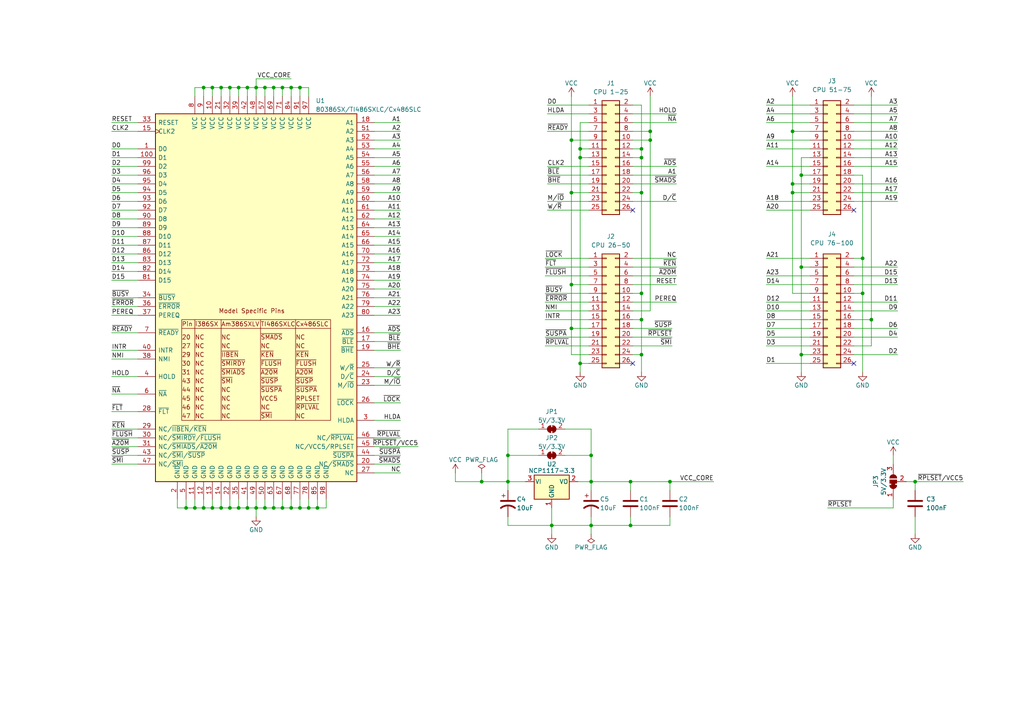
<source format=kicad_sch>
(kicad_sch (version 20211123) (generator eeschema)

  (uuid e63e39d7-6ac0-4ffd-8aa3-1841a4541b55)

  (paper "A4")

  (title_block
    (title "386SX Universal Socket Adapter")
    (date "2026-01-27")
    (rev "1.0")
    (company "Copyright (C) 2026 Sergey Kiselev")
    (comment 1 "https://github.com/skiselev/i386sx-socket")
    (comment 2 "Documentation and design files:")
  )

  (lib_symbols
    (symbol "Connector_Generic:Conn_02x13_Odd_Even" (pin_names (offset 1.016) hide) (in_bom yes) (on_board yes)
      (property "Reference" "J" (id 0) (at 1.27 17.78 0)
        (effects (font (size 1.27 1.27)))
      )
      (property "Value" "Conn_02x13_Odd_Even" (id 1) (at 1.27 -17.78 0)
        (effects (font (size 1.27 1.27)))
      )
      (property "Footprint" "" (id 2) (at 0 0 0)
        (effects (font (size 1.27 1.27)) hide)
      )
      (property "Datasheet" "~" (id 3) (at 0 0 0)
        (effects (font (size 1.27 1.27)) hide)
      )
      (property "ki_keywords" "connector" (id 4) (at 0 0 0)
        (effects (font (size 1.27 1.27)) hide)
      )
      (property "ki_description" "Generic connector, double row, 02x13, odd/even pin numbering scheme (row 1 odd numbers, row 2 even numbers), script generated (kicad-library-utils/schlib/autogen/connector/)" (id 5) (at 0 0 0)
        (effects (font (size 1.27 1.27)) hide)
      )
      (property "ki_fp_filters" "Connector*:*_2x??_*" (id 6) (at 0 0 0)
        (effects (font (size 1.27 1.27)) hide)
      )
      (symbol "Conn_02x13_Odd_Even_1_1"
        (rectangle (start -1.27 -15.113) (end 0 -15.367)
          (stroke (width 0.1524) (type default) (color 0 0 0 0))
          (fill (type none))
        )
        (rectangle (start -1.27 -12.573) (end 0 -12.827)
          (stroke (width 0.1524) (type default) (color 0 0 0 0))
          (fill (type none))
        )
        (rectangle (start -1.27 -10.033) (end 0 -10.287)
          (stroke (width 0.1524) (type default) (color 0 0 0 0))
          (fill (type none))
        )
        (rectangle (start -1.27 -7.493) (end 0 -7.747)
          (stroke (width 0.1524) (type default) (color 0 0 0 0))
          (fill (type none))
        )
        (rectangle (start -1.27 -4.953) (end 0 -5.207)
          (stroke (width 0.1524) (type default) (color 0 0 0 0))
          (fill (type none))
        )
        (rectangle (start -1.27 -2.413) (end 0 -2.667)
          (stroke (width 0.1524) (type default) (color 0 0 0 0))
          (fill (type none))
        )
        (rectangle (start -1.27 0.127) (end 0 -0.127)
          (stroke (width 0.1524) (type default) (color 0 0 0 0))
          (fill (type none))
        )
        (rectangle (start -1.27 2.667) (end 0 2.413)
          (stroke (width 0.1524) (type default) (color 0 0 0 0))
          (fill (type none))
        )
        (rectangle (start -1.27 5.207) (end 0 4.953)
          (stroke (width 0.1524) (type default) (color 0 0 0 0))
          (fill (type none))
        )
        (rectangle (start -1.27 7.747) (end 0 7.493)
          (stroke (width 0.1524) (type default) (color 0 0 0 0))
          (fill (type none))
        )
        (rectangle (start -1.27 10.287) (end 0 10.033)
          (stroke (width 0.1524) (type default) (color 0 0 0 0))
          (fill (type none))
        )
        (rectangle (start -1.27 12.827) (end 0 12.573)
          (stroke (width 0.1524) (type default) (color 0 0 0 0))
          (fill (type none))
        )
        (rectangle (start -1.27 15.367) (end 0 15.113)
          (stroke (width 0.1524) (type default) (color 0 0 0 0))
          (fill (type none))
        )
        (rectangle (start -1.27 16.51) (end 3.81 -16.51)
          (stroke (width 0.254) (type default) (color 0 0 0 0))
          (fill (type background))
        )
        (rectangle (start 3.81 -15.113) (end 2.54 -15.367)
          (stroke (width 0.1524) (type default) (color 0 0 0 0))
          (fill (type none))
        )
        (rectangle (start 3.81 -12.573) (end 2.54 -12.827)
          (stroke (width 0.1524) (type default) (color 0 0 0 0))
          (fill (type none))
        )
        (rectangle (start 3.81 -10.033) (end 2.54 -10.287)
          (stroke (width 0.1524) (type default) (color 0 0 0 0))
          (fill (type none))
        )
        (rectangle (start 3.81 -7.493) (end 2.54 -7.747)
          (stroke (width 0.1524) (type default) (color 0 0 0 0))
          (fill (type none))
        )
        (rectangle (start 3.81 -4.953) (end 2.54 -5.207)
          (stroke (width 0.1524) (type default) (color 0 0 0 0))
          (fill (type none))
        )
        (rectangle (start 3.81 -2.413) (end 2.54 -2.667)
          (stroke (width 0.1524) (type default) (color 0 0 0 0))
          (fill (type none))
        )
        (rectangle (start 3.81 0.127) (end 2.54 -0.127)
          (stroke (width 0.1524) (type default) (color 0 0 0 0))
          (fill (type none))
        )
        (rectangle (start 3.81 2.667) (end 2.54 2.413)
          (stroke (width 0.1524) (type default) (color 0 0 0 0))
          (fill (type none))
        )
        (rectangle (start 3.81 5.207) (end 2.54 4.953)
          (stroke (width 0.1524) (type default) (color 0 0 0 0))
          (fill (type none))
        )
        (rectangle (start 3.81 7.747) (end 2.54 7.493)
          (stroke (width 0.1524) (type default) (color 0 0 0 0))
          (fill (type none))
        )
        (rectangle (start 3.81 10.287) (end 2.54 10.033)
          (stroke (width 0.1524) (type default) (color 0 0 0 0))
          (fill (type none))
        )
        (rectangle (start 3.81 12.827) (end 2.54 12.573)
          (stroke (width 0.1524) (type default) (color 0 0 0 0))
          (fill (type none))
        )
        (rectangle (start 3.81 15.367) (end 2.54 15.113)
          (stroke (width 0.1524) (type default) (color 0 0 0 0))
          (fill (type none))
        )
        (pin passive line (at -5.08 15.24 0) (length 3.81)
          (name "Pin_1" (effects (font (size 1.27 1.27))))
          (number "1" (effects (font (size 1.27 1.27))))
        )
        (pin passive line (at 7.62 5.08 180) (length 3.81)
          (name "Pin_10" (effects (font (size 1.27 1.27))))
          (number "10" (effects (font (size 1.27 1.27))))
        )
        (pin passive line (at -5.08 2.54 0) (length 3.81)
          (name "Pin_11" (effects (font (size 1.27 1.27))))
          (number "11" (effects (font (size 1.27 1.27))))
        )
        (pin passive line (at 7.62 2.54 180) (length 3.81)
          (name "Pin_12" (effects (font (size 1.27 1.27))))
          (number "12" (effects (font (size 1.27 1.27))))
        )
        (pin passive line (at -5.08 0 0) (length 3.81)
          (name "Pin_13" (effects (font (size 1.27 1.27))))
          (number "13" (effects (font (size 1.27 1.27))))
        )
        (pin passive line (at 7.62 0 180) (length 3.81)
          (name "Pin_14" (effects (font (size 1.27 1.27))))
          (number "14" (effects (font (size 1.27 1.27))))
        )
        (pin passive line (at -5.08 -2.54 0) (length 3.81)
          (name "Pin_15" (effects (font (size 1.27 1.27))))
          (number "15" (effects (font (size 1.27 1.27))))
        )
        (pin passive line (at 7.62 -2.54 180) (length 3.81)
          (name "Pin_16" (effects (font (size 1.27 1.27))))
          (number "16" (effects (font (size 1.27 1.27))))
        )
        (pin passive line (at -5.08 -5.08 0) (length 3.81)
          (name "Pin_17" (effects (font (size 1.27 1.27))))
          (number "17" (effects (font (size 1.27 1.27))))
        )
        (pin passive line (at 7.62 -5.08 180) (length 3.81)
          (name "Pin_18" (effects (font (size 1.27 1.27))))
          (number "18" (effects (font (size 1.27 1.27))))
        )
        (pin passive line (at -5.08 -7.62 0) (length 3.81)
          (name "Pin_19" (effects (font (size 1.27 1.27))))
          (number "19" (effects (font (size 1.27 1.27))))
        )
        (pin passive line (at 7.62 15.24 180) (length 3.81)
          (name "Pin_2" (effects (font (size 1.27 1.27))))
          (number "2" (effects (font (size 1.27 1.27))))
        )
        (pin passive line (at 7.62 -7.62 180) (length 3.81)
          (name "Pin_20" (effects (font (size 1.27 1.27))))
          (number "20" (effects (font (size 1.27 1.27))))
        )
        (pin passive line (at -5.08 -10.16 0) (length 3.81)
          (name "Pin_21" (effects (font (size 1.27 1.27))))
          (number "21" (effects (font (size 1.27 1.27))))
        )
        (pin passive line (at 7.62 -10.16 180) (length 3.81)
          (name "Pin_22" (effects (font (size 1.27 1.27))))
          (number "22" (effects (font (size 1.27 1.27))))
        )
        (pin passive line (at -5.08 -12.7 0) (length 3.81)
          (name "Pin_23" (effects (font (size 1.27 1.27))))
          (number "23" (effects (font (size 1.27 1.27))))
        )
        (pin passive line (at 7.62 -12.7 180) (length 3.81)
          (name "Pin_24" (effects (font (size 1.27 1.27))))
          (number "24" (effects (font (size 1.27 1.27))))
        )
        (pin passive line (at -5.08 -15.24 0) (length 3.81)
          (name "Pin_25" (effects (font (size 1.27 1.27))))
          (number "25" (effects (font (size 1.27 1.27))))
        )
        (pin passive line (at 7.62 -15.24 180) (length 3.81)
          (name "Pin_26" (effects (font (size 1.27 1.27))))
          (number "26" (effects (font (size 1.27 1.27))))
        )
        (pin passive line (at -5.08 12.7 0) (length 3.81)
          (name "Pin_3" (effects (font (size 1.27 1.27))))
          (number "3" (effects (font (size 1.27 1.27))))
        )
        (pin passive line (at 7.62 12.7 180) (length 3.81)
          (name "Pin_4" (effects (font (size 1.27 1.27))))
          (number "4" (effects (font (size 1.27 1.27))))
        )
        (pin passive line (at -5.08 10.16 0) (length 3.81)
          (name "Pin_5" (effects (font (size 1.27 1.27))))
          (number "5" (effects (font (size 1.27 1.27))))
        )
        (pin passive line (at 7.62 10.16 180) (length 3.81)
          (name "Pin_6" (effects (font (size 1.27 1.27))))
          (number "6" (effects (font (size 1.27 1.27))))
        )
        (pin passive line (at -5.08 7.62 0) (length 3.81)
          (name "Pin_7" (effects (font (size 1.27 1.27))))
          (number "7" (effects (font (size 1.27 1.27))))
        )
        (pin passive line (at 7.62 7.62 180) (length 3.81)
          (name "Pin_8" (effects (font (size 1.27 1.27))))
          (number "8" (effects (font (size 1.27 1.27))))
        )
        (pin passive line (at -5.08 5.08 0) (length 3.81)
          (name "Pin_9" (effects (font (size 1.27 1.27))))
          (number "9" (effects (font (size 1.27 1.27))))
        )
      )
    )
    (symbol "Device:C" (pin_numbers hide) (pin_names (offset 0.254)) (in_bom yes) (on_board yes)
      (property "Reference" "C" (id 0) (at 0.635 2.54 0)
        (effects (font (size 1.27 1.27)) (justify left))
      )
      (property "Value" "C" (id 1) (at 0.635 -2.54 0)
        (effects (font (size 1.27 1.27)) (justify left))
      )
      (property "Footprint" "" (id 2) (at 0.9652 -3.81 0)
        (effects (font (size 1.27 1.27)) hide)
      )
      (property "Datasheet" "~" (id 3) (at 0 0 0)
        (effects (font (size 1.27 1.27)) hide)
      )
      (property "ki_keywords" "cap capacitor" (id 4) (at 0 0 0)
        (effects (font (size 1.27 1.27)) hide)
      )
      (property "ki_description" "Unpolarized capacitor" (id 5) (at 0 0 0)
        (effects (font (size 1.27 1.27)) hide)
      )
      (property "ki_fp_filters" "C_*" (id 6) (at 0 0 0)
        (effects (font (size 1.27 1.27)) hide)
      )
      (symbol "C_0_1"
        (polyline
          (pts
            (xy -2.032 -0.762)
            (xy 2.032 -0.762)
          )
          (stroke (width 0.508) (type default) (color 0 0 0 0))
          (fill (type none))
        )
        (polyline
          (pts
            (xy -2.032 0.762)
            (xy 2.032 0.762)
          )
          (stroke (width 0.508) (type default) (color 0 0 0 0))
          (fill (type none))
        )
      )
      (symbol "C_1_1"
        (pin passive line (at 0 3.81 270) (length 2.794)
          (name "~" (effects (font (size 1.27 1.27))))
          (number "1" (effects (font (size 1.27 1.27))))
        )
        (pin passive line (at 0 -3.81 90) (length 2.794)
          (name "~" (effects (font (size 1.27 1.27))))
          (number "2" (effects (font (size 1.27 1.27))))
        )
      )
    )
    (symbol "Device:C_Polarized_US" (pin_numbers hide) (pin_names (offset 0.254) hide) (in_bom yes) (on_board yes)
      (property "Reference" "C" (id 0) (at 0.635 2.54 0)
        (effects (font (size 1.27 1.27)) (justify left))
      )
      (property "Value" "C_Polarized_US" (id 1) (at 0.635 -2.54 0)
        (effects (font (size 1.27 1.27)) (justify left))
      )
      (property "Footprint" "" (id 2) (at 0 0 0)
        (effects (font (size 1.27 1.27)) hide)
      )
      (property "Datasheet" "~" (id 3) (at 0 0 0)
        (effects (font (size 1.27 1.27)) hide)
      )
      (property "ki_keywords" "cap capacitor" (id 4) (at 0 0 0)
        (effects (font (size 1.27 1.27)) hide)
      )
      (property "ki_description" "Polarized capacitor, US symbol" (id 5) (at 0 0 0)
        (effects (font (size 1.27 1.27)) hide)
      )
      (property "ki_fp_filters" "CP_*" (id 6) (at 0 0 0)
        (effects (font (size 1.27 1.27)) hide)
      )
      (symbol "C_Polarized_US_0_1"
        (polyline
          (pts
            (xy -2.032 0.762)
            (xy 2.032 0.762)
          )
          (stroke (width 0.508) (type default) (color 0 0 0 0))
          (fill (type none))
        )
        (polyline
          (pts
            (xy -1.778 2.286)
            (xy -0.762 2.286)
          )
          (stroke (width 0) (type default) (color 0 0 0 0))
          (fill (type none))
        )
        (polyline
          (pts
            (xy -1.27 1.778)
            (xy -1.27 2.794)
          )
          (stroke (width 0) (type default) (color 0 0 0 0))
          (fill (type none))
        )
        (arc (start 2.032 -1.27) (mid 0 -0.5572) (end -2.032 -1.27)
          (stroke (width 0.508) (type default) (color 0 0 0 0))
          (fill (type none))
        )
      )
      (symbol "C_Polarized_US_1_1"
        (pin passive line (at 0 3.81 270) (length 2.794)
          (name "~" (effects (font (size 1.27 1.27))))
          (number "1" (effects (font (size 1.27 1.27))))
        )
        (pin passive line (at 0 -3.81 90) (length 3.302)
          (name "~" (effects (font (size 1.27 1.27))))
          (number "2" (effects (font (size 1.27 1.27))))
        )
      )
    )
    (symbol "Jumper:SolderJumper_2_Bridged" (pin_names (offset 0) hide) (in_bom yes) (on_board yes)
      (property "Reference" "JP" (id 0) (at 0 2.032 0)
        (effects (font (size 1.27 1.27)))
      )
      (property "Value" "SolderJumper_2_Bridged" (id 1) (at 0 -2.54 0)
        (effects (font (size 1.27 1.27)))
      )
      (property "Footprint" "" (id 2) (at 0 0 0)
        (effects (font (size 1.27 1.27)) hide)
      )
      (property "Datasheet" "~" (id 3) (at 0 0 0)
        (effects (font (size 1.27 1.27)) hide)
      )
      (property "ki_keywords" "solder jumper SPST" (id 4) (at 0 0 0)
        (effects (font (size 1.27 1.27)) hide)
      )
      (property "ki_description" "Solder Jumper, 2-pole, closed/bridged" (id 5) (at 0 0 0)
        (effects (font (size 1.27 1.27)) hide)
      )
      (property "ki_fp_filters" "SolderJumper*Bridged*" (id 6) (at 0 0 0)
        (effects (font (size 1.27 1.27)) hide)
      )
      (symbol "SolderJumper_2_Bridged_0_1"
        (rectangle (start -0.508 0.508) (end 0.508 -0.508)
          (stroke (width 0) (type default) (color 0 0 0 0))
          (fill (type outline))
        )
        (arc (start -0.254 1.016) (mid -1.27 0) (end -0.254 -1.016)
          (stroke (width 0) (type default) (color 0 0 0 0))
          (fill (type none))
        )
        (arc (start -0.254 1.016) (mid -1.27 0) (end -0.254 -1.016)
          (stroke (width 0) (type default) (color 0 0 0 0))
          (fill (type outline))
        )
        (polyline
          (pts
            (xy -0.254 1.016)
            (xy -0.254 -1.016)
          )
          (stroke (width 0) (type default) (color 0 0 0 0))
          (fill (type none))
        )
        (polyline
          (pts
            (xy 0.254 1.016)
            (xy 0.254 -1.016)
          )
          (stroke (width 0) (type default) (color 0 0 0 0))
          (fill (type none))
        )
        (arc (start 0.254 -1.016) (mid 1.27 0) (end 0.254 1.016)
          (stroke (width 0) (type default) (color 0 0 0 0))
          (fill (type none))
        )
        (arc (start 0.254 -1.016) (mid 1.27 0) (end 0.254 1.016)
          (stroke (width 0) (type default) (color 0 0 0 0))
          (fill (type outline))
        )
      )
      (symbol "SolderJumper_2_Bridged_1_1"
        (pin passive line (at -3.81 0 0) (length 2.54)
          (name "A" (effects (font (size 1.27 1.27))))
          (number "1" (effects (font (size 1.27 1.27))))
        )
        (pin passive line (at 3.81 0 180) (length 2.54)
          (name "B" (effects (font (size 1.27 1.27))))
          (number "2" (effects (font (size 1.27 1.27))))
        )
      )
    )
    (symbol "Jumper:SolderJumper_3_Bridged12" (pin_names (offset 0) hide) (in_bom yes) (on_board yes)
      (property "Reference" "JP" (id 0) (at -2.54 -2.54 0)
        (effects (font (size 1.27 1.27)))
      )
      (property "Value" "SolderJumper_3_Bridged12" (id 1) (at 0 2.794 0)
        (effects (font (size 1.27 1.27)))
      )
      (property "Footprint" "" (id 2) (at 0 0 0)
        (effects (font (size 1.27 1.27)) hide)
      )
      (property "Datasheet" "~" (id 3) (at 0 0 0)
        (effects (font (size 1.27 1.27)) hide)
      )
      (property "ki_keywords" "Solder Jumper SPDT" (id 4) (at 0 0 0)
        (effects (font (size 1.27 1.27)) hide)
      )
      (property "ki_description" "3-pole Solder Jumper, pins 1+2 closed/bridged" (id 5) (at 0 0 0)
        (effects (font (size 1.27 1.27)) hide)
      )
      (property "ki_fp_filters" "SolderJumper*Bridged12*" (id 6) (at 0 0 0)
        (effects (font (size 1.27 1.27)) hide)
      )
      (symbol "SolderJumper_3_Bridged12_0_1"
        (rectangle (start -1.016 0.508) (end -0.508 -0.508)
          (stroke (width 0) (type default) (color 0 0 0 0))
          (fill (type outline))
        )
        (arc (start -1.016 1.016) (mid -2.032 0) (end -1.016 -1.016)
          (stroke (width 0) (type default) (color 0 0 0 0))
          (fill (type none))
        )
        (arc (start -1.016 1.016) (mid -2.032 0) (end -1.016 -1.016)
          (stroke (width 0) (type default) (color 0 0 0 0))
          (fill (type outline))
        )
        (rectangle (start -0.508 1.016) (end 0.508 -1.016)
          (stroke (width 0) (type default) (color 0 0 0 0))
          (fill (type outline))
        )
        (polyline
          (pts
            (xy -2.54 0)
            (xy -2.032 0)
          )
          (stroke (width 0) (type default) (color 0 0 0 0))
          (fill (type none))
        )
        (polyline
          (pts
            (xy -1.016 1.016)
            (xy -1.016 -1.016)
          )
          (stroke (width 0) (type default) (color 0 0 0 0))
          (fill (type none))
        )
        (polyline
          (pts
            (xy 0 -1.27)
            (xy 0 -1.016)
          )
          (stroke (width 0) (type default) (color 0 0 0 0))
          (fill (type none))
        )
        (polyline
          (pts
            (xy 1.016 1.016)
            (xy 1.016 -1.016)
          )
          (stroke (width 0) (type default) (color 0 0 0 0))
          (fill (type none))
        )
        (polyline
          (pts
            (xy 2.54 0)
            (xy 2.032 0)
          )
          (stroke (width 0) (type default) (color 0 0 0 0))
          (fill (type none))
        )
        (arc (start 1.016 -1.016) (mid 2.032 0) (end 1.016 1.016)
          (stroke (width 0) (type default) (color 0 0 0 0))
          (fill (type none))
        )
        (arc (start 1.016 -1.016) (mid 2.032 0) (end 1.016 1.016)
          (stroke (width 0) (type default) (color 0 0 0 0))
          (fill (type outline))
        )
      )
      (symbol "SolderJumper_3_Bridged12_1_1"
        (pin passive line (at -5.08 0 0) (length 2.54)
          (name "A" (effects (font (size 1.27 1.27))))
          (number "1" (effects (font (size 1.27 1.27))))
        )
        (pin passive line (at 0 -3.81 90) (length 2.54)
          (name "C" (effects (font (size 1.27 1.27))))
          (number "2" (effects (font (size 1.27 1.27))))
        )
        (pin passive line (at 5.08 0 180) (length 2.54)
          (name "B" (effects (font (size 1.27 1.27))))
          (number "3" (effects (font (size 1.27 1.27))))
        )
      )
    )
    (symbol "Regulator_Linear:NCP1117-3.3_TO252" (pin_names (offset 0.254)) (in_bom yes) (on_board yes)
      (property "Reference" "U" (id 0) (at -3.81 3.175 0)
        (effects (font (size 1.27 1.27)))
      )
      (property "Value" "NCP1117-3.3_TO252" (id 1) (at 0 3.175 0)
        (effects (font (size 1.27 1.27)) (justify left))
      )
      (property "Footprint" "Package_TO_SOT_SMD:TO-252-2" (id 2) (at 0 5.715 0)
        (effects (font (size 1.27 1.27)) hide)
      )
      (property "Datasheet" "http://www.onsemi.com/pub_link/Collateral/NCP1117-D.PDF" (id 3) (at 0 0 0)
        (effects (font (size 1.27 1.27)) hide)
      )
      (property "ki_keywords" "REGULATOR LDO 3.3V" (id 4) (at 0 0 0)
        (effects (font (size 1.27 1.27)) hide)
      )
      (property "ki_description" "1A Low drop-out regulator, Fixed Output 3.3V, TO-252 (DPAK)" (id 5) (at 0 0 0)
        (effects (font (size 1.27 1.27)) hide)
      )
      (property "ki_fp_filters" "TO?252*" (id 6) (at 0 0 0)
        (effects (font (size 1.27 1.27)) hide)
      )
      (symbol "NCP1117-3.3_TO252_0_1"
        (rectangle (start -5.08 1.905) (end 5.08 -5.08)
          (stroke (width 0.254) (type default) (color 0 0 0 0))
          (fill (type background))
        )
      )
      (symbol "NCP1117-3.3_TO252_1_1"
        (pin power_in line (at 0 -7.62 90) (length 2.54)
          (name "GND" (effects (font (size 1.27 1.27))))
          (number "1" (effects (font (size 1.27 1.27))))
        )
        (pin power_out line (at 7.62 0 180) (length 2.54)
          (name "VO" (effects (font (size 1.27 1.27))))
          (number "2" (effects (font (size 1.27 1.27))))
        )
        (pin power_in line (at -7.62 0 0) (length 2.54)
          (name "VI" (effects (font (size 1.27 1.27))))
          (number "3" (effects (font (size 1.27 1.27))))
        )
      )
    )
    (symbol "my_components:386SX_Universal" (pin_names (offset 0.762)) (in_bom yes) (on_board yes)
      (property "Reference" "U" (id 0) (at -29.21 46.99 0)
        (effects (font (size 1.27 1.27)) (justify left))
      )
      (property "Value" "386SX_Universal" (id 1) (at 16.51 46.99 0)
        (effects (font (size 1.27 1.27)) (justify left))
      )
      (property "Footprint" "" (id 2) (at -2.54 -52.07 0)
        (effects (font (size 1.27 1.27)) hide)
      )
      (property "Datasheet" "" (id 3) (at -2.54 -52.07 0)
        (effects (font (size 1.27 1.27)) hide)
      )
      (property "ki_description" "Universal 386SX, Intel 386SX, Cyrix Cx486SLC, TI486SXLC, PQFP-100" (id 4) (at 0 0 0)
        (effects (font (size 1.27 1.27)) hide)
      )
      (property "ki_fp_filters" "PQFP*" (id 5) (at 0 0 0)
        (effects (font (size 1.27 1.27)) hide)
      )
      (symbol "386SX_Universal_0_0"
        (polyline
          (pts
            (xy -21.59 -16.51)
            (xy 21.59 -16.51)
          )
          (stroke (width 0) (type default) (color 0 0 0 0))
          (fill (type none))
        )
        (polyline
          (pts
            (xy -17.78 -13.97)
            (xy -17.78 -43.18)
          )
          (stroke (width 0) (type default) (color 0 0 0 0))
          (fill (type none))
        )
        (polyline
          (pts
            (xy -10.16 -13.97)
            (xy -10.16 -43.18)
          )
          (stroke (width 0) (type default) (color 0 0 0 0))
          (fill (type none))
        )
        (polyline
          (pts
            (xy 1.27 -13.97)
            (xy 1.27 -43.18)
          )
          (stroke (width 0) (type default) (color 0 0 0 0))
          (fill (type none))
        )
        (polyline
          (pts
            (xy 11.43 -13.97)
            (xy 11.43 -43.18)
          )
          (stroke (width 0) (type default) (color 0 0 0 0))
          (fill (type none))
        )
        (polyline
          (pts
            (xy -21.59 -13.97)
            (xy 21.59 -13.97)
            (xy 21.59 -43.18)
            (xy -21.59 -43.18)
            (xy -21.59 -13.97)
          )
          (stroke (width 0) (type default) (color 0 0 0 0))
          (fill (type none))
        )
        (text "20" (at -21.59 -19.05 0)
          (effects (font (size 1.27 1.27)) (justify left))
        )
        (text "27" (at -21.59 -21.59 0)
          (effects (font (size 1.27 1.27)) (justify left))
        )
        (text "29" (at -21.59 -24.13 0)
          (effects (font (size 1.27 1.27)) (justify left))
        )
        (text "30" (at -21.59 -26.67 0)
          (effects (font (size 1.27 1.27)) (justify left))
        )
        (text "31" (at -21.59 -29.21 0)
          (effects (font (size 1.27 1.27)) (justify left))
        )
        (text "43" (at -21.59 -31.75 0)
          (effects (font (size 1.27 1.27)) (justify left))
        )
        (text "44" (at -21.59 -34.29 0)
          (effects (font (size 1.27 1.27)) (justify left))
        )
        (text "45" (at -21.59 -36.83 0)
          (effects (font (size 1.27 1.27)) (justify left))
        )
        (text "46" (at -21.59 -39.37 0)
          (effects (font (size 1.27 1.27)) (justify left))
        )
        (text "47" (at -21.59 -41.91 0)
          (effects (font (size 1.27 1.27)) (justify left))
        )
        (text "Am386SXLV" (at -10.16 -15.24 0)
          (effects (font (size 1.27 1.27)) (justify left))
        )
        (text "Cx486SLC" (at 11.43 -15.24 0)
          (effects (font (size 1.27 1.27)) (justify left))
        )
        (text "i386SX" (at -17.78 -15.24 0)
          (effects (font (size 1.27 1.27)) (justify left))
        )
        (text "Model Specific Pins" (at -1.27 -11.43 0)
          (effects (font (size 1.27 1.27)))
        )
        (text "NC" (at -17.78 -41.91 0)
          (effects (font (size 1.27 1.27)) (justify left))
        )
        (text "NC" (at -17.78 -39.37 0)
          (effects (font (size 1.27 1.27)) (justify left))
        )
        (text "NC" (at -17.78 -36.83 0)
          (effects (font (size 1.27 1.27)) (justify left))
        )
        (text "NC" (at -17.78 -34.29 0)
          (effects (font (size 1.27 1.27)) (justify left))
        )
        (text "NC" (at -17.78 -31.75 0)
          (effects (font (size 1.27 1.27)) (justify left))
        )
        (text "NC" (at -17.78 -29.21 0)
          (effects (font (size 1.27 1.27)) (justify left))
        )
        (text "NC" (at -17.78 -26.67 0)
          (effects (font (size 1.27 1.27)) (justify left))
        )
        (text "NC" (at -17.78 -24.13 0)
          (effects (font (size 1.27 1.27)) (justify left))
        )
        (text "NC" (at -17.78 -21.59 0)
          (effects (font (size 1.27 1.27)) (justify left))
        )
        (text "NC" (at -17.78 -19.05 0)
          (effects (font (size 1.27 1.27)) (justify left))
        )
        (text "NC" (at -10.16 -41.91 0)
          (effects (font (size 1.27 1.27)) (justify left))
        )
        (text "NC" (at -10.16 -39.37 0)
          (effects (font (size 1.27 1.27)) (justify left))
        )
        (text "NC" (at -10.16 -36.83 0)
          (effects (font (size 1.27 1.27)) (justify left))
        )
        (text "NC" (at -10.16 -34.29 0)
          (effects (font (size 1.27 1.27)) (justify left))
        )
        (text "NC" (at -10.16 -21.59 0)
          (effects (font (size 1.27 1.27)) (justify left))
        )
        (text "NC" (at -10.16 -19.05 0)
          (effects (font (size 1.27 1.27)) (justify left))
        )
        (text "NC" (at 1.27 -39.37 0)
          (effects (font (size 1.27 1.27)) (justify left))
        )
        (text "NC" (at 1.27 -21.59 0)
          (effects (font (size 1.27 1.27)) (justify left))
        )
        (text "NC" (at 11.43 -41.91 0)
          (effects (font (size 1.27 1.27)) (justify left))
        )
        (text "NC" (at 11.43 -21.59 0)
          (effects (font (size 1.27 1.27)) (justify left))
        )
        (text "NC" (at 11.43 -19.05 0)
          (effects (font (size 1.27 1.27)) (justify left))
        )
        (text "Pin" (at -21.59 -15.24 0)
          (effects (font (size 1.27 1.27)) (justify left))
        )
        (text "RPLSET" (at 11.43 -36.83 0)
          (effects (font (size 1.27 1.27)) (justify left))
        )
        (text "TI486SXLC" (at 1.27 -15.24 0)
          (effects (font (size 1.27 1.27)) (justify left))
        )
        (text "VCC5" (at 1.27 -36.83 0)
          (effects (font (size 1.27 1.27)) (justify left))
        )
        (text "~{A20M}" (at 1.27 -29.21 0)
          (effects (font (size 1.27 1.27)) (justify left))
        )
        (text "~{A20M}" (at 11.43 -29.21 0)
          (effects (font (size 1.27 1.27)) (justify left))
        )
        (text "~{FLUSH}" (at 1.27 -26.67 0)
          (effects (font (size 1.27 1.27)) (justify left))
        )
        (text "~{FLUSH}" (at 11.43 -26.67 0)
          (effects (font (size 1.27 1.27)) (justify left))
        )
        (text "~{IIBEN}" (at -10.16 -24.13 0)
          (effects (font (size 1.27 1.27)) (justify left))
        )
        (text "~{KEN}" (at 1.27 -24.13 0)
          (effects (font (size 1.27 1.27)) (justify left))
        )
        (text "~{KEN}" (at 11.43 -24.13 0)
          (effects (font (size 1.27 1.27)) (justify left))
        )
        (text "~{RPLVAL}" (at 11.43 -39.37 0)
          (effects (font (size 1.27 1.27)) (justify left))
        )
        (text "~{SMADS}" (at 1.27 -19.05 0)
          (effects (font (size 1.27 1.27)) (justify left))
        )
        (text "~{SMIADS}" (at -10.16 -29.21 0)
          (effects (font (size 1.27 1.27)) (justify left))
        )
        (text "~{SMIRDY}" (at -10.16 -26.67 0)
          (effects (font (size 1.27 1.27)) (justify left))
        )
        (text "~{SMI}" (at -10.16 -31.75 0)
          (effects (font (size 1.27 1.27)) (justify left))
        )
        (text "~{SMI}" (at 1.27 -41.91 0)
          (effects (font (size 1.27 1.27)) (justify left))
        )
        (text "~{SUSPA}" (at 1.27 -34.29 0)
          (effects (font (size 1.27 1.27)) (justify left))
        )
        (text "~{SUSPA}" (at 11.43 -34.29 0)
          (effects (font (size 1.27 1.27)) (justify left))
        )
        (text "~{SUSP}" (at 1.27 -31.75 0)
          (effects (font (size 1.27 1.27)) (justify left))
        )
        (text "~{SUSP}" (at 11.43 -31.75 0)
          (effects (font (size 1.27 1.27)) (justify left))
        )
      )
      (symbol "386SX_Universal_1_1"
        (rectangle (start -29.21 45.72) (end 29.21 -60.96)
          (stroke (width 0.254) (type default) (color 0 0 0 0))
          (fill (type background))
        )
        (pin tri_state line (at -34.29 35.56 0) (length 5.08)
          (name "D0" (effects (font (size 1.27 1.27))))
          (number "1" (effects (font (size 1.27 1.27))))
        )
        (pin power_in line (at -12.7 50.8 270) (length 5.08)
          (name "VCC" (effects (font (size 1.27 1.27))))
          (number "10" (effects (font (size 1.27 1.27))))
        )
        (pin tri_state line (at -34.29 33.02 0) (length 5.08)
          (name "D1" (effects (font (size 1.27 1.27))))
          (number "100" (effects (font (size 1.27 1.27))))
        )
        (pin power_in line (at -17.78 -66.04 90) (length 5.08)
          (name "GND" (effects (font (size 1.27 1.27))))
          (number "11" (effects (font (size 1.27 1.27))))
        )
        (pin power_in line (at -15.24 -66.04 90) (length 5.08)
          (name "GND" (effects (font (size 1.27 1.27))))
          (number "12" (effects (font (size 1.27 1.27))))
        )
        (pin power_in line (at -12.7 -66.04 90) (length 5.08)
          (name "GND" (effects (font (size 1.27 1.27))))
          (number "13" (effects (font (size 1.27 1.27))))
        )
        (pin power_in line (at -10.16 -66.04 90) (length 5.08)
          (name "GND" (effects (font (size 1.27 1.27))))
          (number "14" (effects (font (size 1.27 1.27))))
        )
        (pin input clock (at -34.29 40.64 0) (length 5.08)
          (name "CLK2" (effects (font (size 1.27 1.27))))
          (number "15" (effects (font (size 1.27 1.27))))
        )
        (pin output line (at 34.29 -17.78 180) (length 5.08)
          (name "~{ADS}" (effects (font (size 1.27 1.27))))
          (number "16" (effects (font (size 1.27 1.27))))
        )
        (pin output line (at 34.29 -20.32 180) (length 5.08)
          (name "~{BLE}" (effects (font (size 1.27 1.27))))
          (number "17" (effects (font (size 1.27 1.27))))
        )
        (pin tri_state line (at 34.29 43.18 180) (length 5.08)
          (name "A1" (effects (font (size 1.27 1.27))))
          (number "18" (effects (font (size 1.27 1.27))))
        )
        (pin output line (at 34.29 -22.86 180) (length 5.08)
          (name "~{BHE}" (effects (font (size 1.27 1.27))))
          (number "19" (effects (font (size 1.27 1.27))))
        )
        (pin power_in line (at -22.86 -66.04 90) (length 5.08)
          (name "GND" (effects (font (size 1.27 1.27))))
          (number "2" (effects (font (size 1.27 1.27))))
        )
        (pin output line (at 34.29 -55.88 180) (length 5.08)
          (name "NC/~{SMADS}" (effects (font (size 1.27 1.27))))
          (number "20" (effects (font (size 1.27 1.27))))
        )
        (pin power_in line (at -10.16 50.8 270) (length 5.08)
          (name "VCC" (effects (font (size 1.27 1.27))))
          (number "21" (effects (font (size 1.27 1.27))))
        )
        (pin power_in line (at -7.62 -66.04 90) (length 5.08)
          (name "GND" (effects (font (size 1.27 1.27))))
          (number "22" (effects (font (size 1.27 1.27))))
        )
        (pin output line (at 34.29 -33.02 180) (length 5.08)
          (name "M/~{IO}" (effects (font (size 1.27 1.27))))
          (number "23" (effects (font (size 1.27 1.27))))
        )
        (pin output line (at 34.29 -30.48 180) (length 5.08)
          (name "D/~{C}" (effects (font (size 1.27 1.27))))
          (number "24" (effects (font (size 1.27 1.27))))
        )
        (pin output line (at 34.29 -27.94 180) (length 5.08)
          (name "W/~{R}" (effects (font (size 1.27 1.27))))
          (number "25" (effects (font (size 1.27 1.27))))
        )
        (pin output line (at 34.29 -38.1 180) (length 5.08)
          (name "~{LOCK}" (effects (font (size 1.27 1.27))))
          (number "26" (effects (font (size 1.27 1.27))))
        )
        (pin passive line (at 34.29 -58.42 180) (length 5.08)
          (name "NC" (effects (font (size 1.27 1.27))))
          (number "27" (effects (font (size 1.27 1.27))))
        )
        (pin input line (at -34.29 -40.64 0) (length 5.08)
          (name "~{FLT}" (effects (font (size 1.27 1.27))))
          (number "28" (effects (font (size 1.27 1.27))))
        )
        (pin input line (at -34.29 -45.72 0) (length 5.08)
          (name "NC/~{IIBEN}/~{KEN}" (effects (font (size 1.27 1.27))))
          (number "29" (effects (font (size 1.27 1.27))))
        )
        (pin output line (at 34.29 -43.18 180) (length 5.08)
          (name "HLDA" (effects (font (size 1.27 1.27))))
          (number "3" (effects (font (size 1.27 1.27))))
        )
        (pin input line (at -34.29 -48.26 0) (length 5.08)
          (name "NC/~{SMIRDY}/~{FLUSH}" (effects (font (size 1.27 1.27))))
          (number "30" (effects (font (size 1.27 1.27))))
        )
        (pin input line (at -34.29 -50.8 0) (length 5.08)
          (name "NC/~{SMIADS}/~{A20M}" (effects (font (size 1.27 1.27))))
          (number "31" (effects (font (size 1.27 1.27))))
        )
        (pin power_in line (at -7.62 50.8 270) (length 5.08)
          (name "VCC" (effects (font (size 1.27 1.27))))
          (number "32" (effects (font (size 1.27 1.27))))
        )
        (pin input line (at -34.29 43.18 0) (length 5.08)
          (name "RESET" (effects (font (size 1.27 1.27))))
          (number "33" (effects (font (size 1.27 1.27))))
        )
        (pin input line (at -34.29 -7.62 0) (length 5.08)
          (name "~{BUSY}" (effects (font (size 1.27 1.27))))
          (number "34" (effects (font (size 1.27 1.27))))
        )
        (pin power_in line (at -5.08 -66.04 90) (length 5.08)
          (name "GND" (effects (font (size 1.27 1.27))))
          (number "35" (effects (font (size 1.27 1.27))))
        )
        (pin input line (at -34.29 -10.16 0) (length 5.08)
          (name "~{ERROR}" (effects (font (size 1.27 1.27))))
          (number "36" (effects (font (size 1.27 1.27))))
        )
        (pin input line (at -34.29 -12.7 0) (length 5.08)
          (name "PEREQ" (effects (font (size 1.27 1.27))))
          (number "37" (effects (font (size 1.27 1.27))))
        )
        (pin input line (at -34.29 -25.4 0) (length 5.08)
          (name "NMI" (effects (font (size 1.27 1.27))))
          (number "38" (effects (font (size 1.27 1.27))))
        )
        (pin power_in line (at -5.08 50.8 270) (length 5.08)
          (name "VCC" (effects (font (size 1.27 1.27))))
          (number "39" (effects (font (size 1.27 1.27))))
        )
        (pin input line (at -34.29 -30.48 0) (length 5.08)
          (name "HOLD" (effects (font (size 1.27 1.27))))
          (number "4" (effects (font (size 1.27 1.27))))
        )
        (pin input line (at -34.29 -22.86 0) (length 5.08)
          (name "INTR" (effects (font (size 1.27 1.27))))
          (number "40" (effects (font (size 1.27 1.27))))
        )
        (pin power_in line (at -2.54 -66.04 90) (length 5.08)
          (name "GND" (effects (font (size 1.27 1.27))))
          (number "41" (effects (font (size 1.27 1.27))))
        )
        (pin power_in line (at -2.54 50.8 270) (length 5.08)
          (name "VCC" (effects (font (size 1.27 1.27))))
          (number "42" (effects (font (size 1.27 1.27))))
        )
        (pin input line (at -34.29 -53.34 0) (length 5.08)
          (name "NC/~{SMI}/~{SUSP}" (effects (font (size 1.27 1.27))))
          (number "43" (effects (font (size 1.27 1.27))))
        )
        (pin output line (at 34.29 -53.34 180) (length 5.08)
          (name "~{SUSPA}" (effects (font (size 1.27 1.27))))
          (number "44" (effects (font (size 1.27 1.27))))
        )
        (pin output line (at 34.29 -50.8 180) (length 5.08)
          (name "NC/VCC5/RPLSET" (effects (font (size 1.27 1.27))))
          (number "45" (effects (font (size 1.27 1.27))))
        )
        (pin output line (at 34.29 -48.26 180) (length 5.08)
          (name "NC/~{RPLVAL}" (effects (font (size 1.27 1.27))))
          (number "46" (effects (font (size 1.27 1.27))))
        )
        (pin input line (at -34.29 -55.88 0) (length 5.08)
          (name "NC/~{SMI}" (effects (font (size 1.27 1.27))))
          (number "47" (effects (font (size 1.27 1.27))))
        )
        (pin power_in line (at 0 50.8 270) (length 5.08)
          (name "VCC" (effects (font (size 1.27 1.27))))
          (number "48" (effects (font (size 1.27 1.27))))
        )
        (pin power_in line (at 0 -66.04 90) (length 5.08)
          (name "GND" (effects (font (size 1.27 1.27))))
          (number "49" (effects (font (size 1.27 1.27))))
        )
        (pin power_in line (at -20.32 -66.04 90) (length 5.08)
          (name "GND" (effects (font (size 1.27 1.27))))
          (number "5" (effects (font (size 1.27 1.27))))
        )
        (pin power_in line (at 2.54 -66.04 90) (length 5.08)
          (name "GND" (effects (font (size 1.27 1.27))))
          (number "50" (effects (font (size 1.27 1.27))))
        )
        (pin tri_state line (at 34.29 40.64 180) (length 5.08)
          (name "A2" (effects (font (size 1.27 1.27))))
          (number "51" (effects (font (size 1.27 1.27))))
        )
        (pin tri_state line (at 34.29 38.1 180) (length 5.08)
          (name "A3" (effects (font (size 1.27 1.27))))
          (number "52" (effects (font (size 1.27 1.27))))
        )
        (pin tri_state line (at 34.29 35.56 180) (length 5.08)
          (name "A4" (effects (font (size 1.27 1.27))))
          (number "53" (effects (font (size 1.27 1.27))))
        )
        (pin tri_state line (at 34.29 33.02 180) (length 5.08)
          (name "A5" (effects (font (size 1.27 1.27))))
          (number "54" (effects (font (size 1.27 1.27))))
        )
        (pin tri_state line (at 34.29 30.48 180) (length 5.08)
          (name "A6" (effects (font (size 1.27 1.27))))
          (number "55" (effects (font (size 1.27 1.27))))
        )
        (pin tri_state line (at 34.29 27.94 180) (length 5.08)
          (name "A7" (effects (font (size 1.27 1.27))))
          (number "56" (effects (font (size 1.27 1.27))))
        )
        (pin power_in line (at 2.54 50.8 270) (length 5.08)
          (name "VCC" (effects (font (size 1.27 1.27))))
          (number "57" (effects (font (size 1.27 1.27))))
        )
        (pin tri_state line (at 34.29 25.4 180) (length 5.08)
          (name "A8" (effects (font (size 1.27 1.27))))
          (number "58" (effects (font (size 1.27 1.27))))
        )
        (pin tri_state line (at 34.29 22.86 180) (length 5.08)
          (name "A9" (effects (font (size 1.27 1.27))))
          (number "59" (effects (font (size 1.27 1.27))))
        )
        (pin input line (at -34.29 -35.56 0) (length 5.08)
          (name "~{NA}" (effects (font (size 1.27 1.27))))
          (number "6" (effects (font (size 1.27 1.27))))
        )
        (pin tri_state line (at 34.29 20.32 180) (length 5.08)
          (name "A10" (effects (font (size 1.27 1.27))))
          (number "60" (effects (font (size 1.27 1.27))))
        )
        (pin tri_state line (at 34.29 17.78 180) (length 5.08)
          (name "A11" (effects (font (size 1.27 1.27))))
          (number "61" (effects (font (size 1.27 1.27))))
        )
        (pin tri_state line (at 34.29 15.24 180) (length 5.08)
          (name "A12" (effects (font (size 1.27 1.27))))
          (number "62" (effects (font (size 1.27 1.27))))
        )
        (pin power_in line (at 5.08 -66.04 90) (length 5.08)
          (name "GND" (effects (font (size 1.27 1.27))))
          (number "63" (effects (font (size 1.27 1.27))))
        )
        (pin tri_state line (at 34.29 12.7 180) (length 5.08)
          (name "A13" (effects (font (size 1.27 1.27))))
          (number "64" (effects (font (size 1.27 1.27))))
        )
        (pin tri_state line (at 34.29 10.16 180) (length 5.08)
          (name "A14" (effects (font (size 1.27 1.27))))
          (number "65" (effects (font (size 1.27 1.27))))
        )
        (pin tri_state line (at 34.29 7.62 180) (length 5.08)
          (name "A15" (effects (font (size 1.27 1.27))))
          (number "66" (effects (font (size 1.27 1.27))))
        )
        (pin power_in line (at 7.62 -66.04 90) (length 5.08)
          (name "GND" (effects (font (size 1.27 1.27))))
          (number "67" (effects (font (size 1.27 1.27))))
        )
        (pin power_in line (at 10.16 -66.04 90) (length 5.08)
          (name "GND" (effects (font (size 1.27 1.27))))
          (number "68" (effects (font (size 1.27 1.27))))
        )
        (pin power_in line (at 5.08 50.8 270) (length 5.08)
          (name "VCC" (effects (font (size 1.27 1.27))))
          (number "69" (effects (font (size 1.27 1.27))))
        )
        (pin input line (at -34.29 -17.78 0) (length 5.08)
          (name "~{READY}" (effects (font (size 1.27 1.27))))
          (number "7" (effects (font (size 1.27 1.27))))
        )
        (pin tri_state line (at 34.29 5.08 180) (length 5.08)
          (name "A16" (effects (font (size 1.27 1.27))))
          (number "70" (effects (font (size 1.27 1.27))))
        )
        (pin power_in line (at 7.62 50.8 270) (length 5.08)
          (name "VCC" (effects (font (size 1.27 1.27))))
          (number "71" (effects (font (size 1.27 1.27))))
        )
        (pin tri_state line (at 34.29 2.54 180) (length 5.08)
          (name "A17" (effects (font (size 1.27 1.27))))
          (number "72" (effects (font (size 1.27 1.27))))
        )
        (pin tri_state line (at 34.29 0 180) (length 5.08)
          (name "A18" (effects (font (size 1.27 1.27))))
          (number "73" (effects (font (size 1.27 1.27))))
        )
        (pin tri_state line (at 34.29 -2.54 180) (length 5.08)
          (name "A19" (effects (font (size 1.27 1.27))))
          (number "74" (effects (font (size 1.27 1.27))))
        )
        (pin tri_state line (at 34.29 -5.08 180) (length 5.08)
          (name "A20" (effects (font (size 1.27 1.27))))
          (number "75" (effects (font (size 1.27 1.27))))
        )
        (pin tri_state line (at 34.29 -7.62 180) (length 5.08)
          (name "A21" (effects (font (size 1.27 1.27))))
          (number "76" (effects (font (size 1.27 1.27))))
        )
        (pin power_in line (at 12.7 -66.04 90) (length 5.08)
          (name "GND" (effects (font (size 1.27 1.27))))
          (number "77" (effects (font (size 1.27 1.27))))
        )
        (pin power_in line (at 15.24 -66.04 90) (length 5.08)
          (name "GND" (effects (font (size 1.27 1.27))))
          (number "78" (effects (font (size 1.27 1.27))))
        )
        (pin tri_state line (at 34.29 -10.16 180) (length 5.08)
          (name "A22" (effects (font (size 1.27 1.27))))
          (number "79" (effects (font (size 1.27 1.27))))
        )
        (pin power_in line (at -17.78 50.8 270) (length 5.08)
          (name "VCC" (effects (font (size 1.27 1.27))))
          (number "8" (effects (font (size 1.27 1.27))))
        )
        (pin tri_state line (at 34.29 -12.7 180) (length 5.08)
          (name "A23" (effects (font (size 1.27 1.27))))
          (number "80" (effects (font (size 1.27 1.27))))
        )
        (pin tri_state line (at -34.29 -2.54 0) (length 5.08)
          (name "D15" (effects (font (size 1.27 1.27))))
          (number "81" (effects (font (size 1.27 1.27))))
        )
        (pin tri_state line (at -34.29 0 0) (length 5.08)
          (name "D14" (effects (font (size 1.27 1.27))))
          (number "82" (effects (font (size 1.27 1.27))))
        )
        (pin tri_state line (at -34.29 2.54 0) (length 5.08)
          (name "D13" (effects (font (size 1.27 1.27))))
          (number "83" (effects (font (size 1.27 1.27))))
        )
        (pin power_in line (at 10.16 50.8 270) (length 5.08)
          (name "VCC" (effects (font (size 1.27 1.27))))
          (number "84" (effects (font (size 1.27 1.27))))
        )
        (pin power_in line (at 17.78 -66.04 90) (length 5.08)
          (name "GND" (effects (font (size 1.27 1.27))))
          (number "85" (effects (font (size 1.27 1.27))))
        )
        (pin tri_state line (at -34.29 5.08 0) (length 5.08)
          (name "D12" (effects (font (size 1.27 1.27))))
          (number "86" (effects (font (size 1.27 1.27))))
        )
        (pin tri_state line (at -34.29 7.62 0) (length 5.08)
          (name "D11" (effects (font (size 1.27 1.27))))
          (number "87" (effects (font (size 1.27 1.27))))
        )
        (pin tri_state line (at -34.29 10.16 0) (length 5.08)
          (name "D10" (effects (font (size 1.27 1.27))))
          (number "88" (effects (font (size 1.27 1.27))))
        )
        (pin tri_state line (at -34.29 12.7 0) (length 5.08)
          (name "D9" (effects (font (size 1.27 1.27))))
          (number "89" (effects (font (size 1.27 1.27))))
        )
        (pin power_in line (at -15.24 50.8 270) (length 5.08)
          (name "VCC" (effects (font (size 1.27 1.27))))
          (number "9" (effects (font (size 1.27 1.27))))
        )
        (pin tri_state line (at -34.29 15.24 0) (length 5.08)
          (name "D8" (effects (font (size 1.27 1.27))))
          (number "90" (effects (font (size 1.27 1.27))))
        )
        (pin power_in line (at 12.7 50.8 270) (length 5.08)
          (name "VCC" (effects (font (size 1.27 1.27))))
          (number "91" (effects (font (size 1.27 1.27))))
        )
        (pin tri_state line (at -34.29 17.78 0) (length 5.08)
          (name "D7" (effects (font (size 1.27 1.27))))
          (number "92" (effects (font (size 1.27 1.27))))
        )
        (pin tri_state line (at -34.29 20.32 0) (length 5.08)
          (name "D6" (effects (font (size 1.27 1.27))))
          (number "93" (effects (font (size 1.27 1.27))))
        )
        (pin tri_state line (at -34.29 22.86 0) (length 5.08)
          (name "D5" (effects (font (size 1.27 1.27))))
          (number "94" (effects (font (size 1.27 1.27))))
        )
        (pin tri_state line (at -34.29 25.4 0) (length 5.08)
          (name "D4" (effects (font (size 1.27 1.27))))
          (number "95" (effects (font (size 1.27 1.27))))
        )
        (pin tri_state line (at -34.29 27.94 0) (length 5.08)
          (name "D3" (effects (font (size 1.27 1.27))))
          (number "96" (effects (font (size 1.27 1.27))))
        )
        (pin power_in line (at 15.24 50.8 270) (length 5.08)
          (name "VCC" (effects (font (size 1.27 1.27))))
          (number "97" (effects (font (size 1.27 1.27))))
        )
        (pin power_in line (at 20.32 -66.04 90) (length 5.08)
          (name "GND" (effects (font (size 1.27 1.27))))
          (number "98" (effects (font (size 1.27 1.27))))
        )
        (pin tri_state line (at -34.29 30.48 0) (length 5.08)
          (name "D2" (effects (font (size 1.27 1.27))))
          (number "99" (effects (font (size 1.27 1.27))))
        )
      )
    )
    (symbol "power:GND" (power) (pin_names (offset 0)) (in_bom yes) (on_board yes)
      (property "Reference" "#PWR" (id 0) (at 0 -6.35 0)
        (effects (font (size 1.27 1.27)) hide)
      )
      (property "Value" "GND" (id 1) (at 0 -3.81 0)
        (effects (font (size 1.27 1.27)))
      )
      (property "Footprint" "" (id 2) (at 0 0 0)
        (effects (font (size 1.27 1.27)) hide)
      )
      (property "Datasheet" "" (id 3) (at 0 0 0)
        (effects (font (size 1.27 1.27)) hide)
      )
      (property "ki_keywords" "power-flag" (id 4) (at 0 0 0)
        (effects (font (size 1.27 1.27)) hide)
      )
      (property "ki_description" "Power symbol creates a global label with name \"GND\" , ground" (id 5) (at 0 0 0)
        (effects (font (size 1.27 1.27)) hide)
      )
      (symbol "GND_0_1"
        (polyline
          (pts
            (xy 0 0)
            (xy 0 -1.27)
            (xy 1.27 -1.27)
            (xy 0 -2.54)
            (xy -1.27 -1.27)
            (xy 0 -1.27)
          )
          (stroke (width 0) (type default) (color 0 0 0 0))
          (fill (type none))
        )
      )
      (symbol "GND_1_1"
        (pin power_in line (at 0 0 270) (length 0) hide
          (name "GND" (effects (font (size 1.27 1.27))))
          (number "1" (effects (font (size 1.27 1.27))))
        )
      )
    )
    (symbol "power:PWR_FLAG" (power) (pin_numbers hide) (pin_names (offset 0) hide) (in_bom yes) (on_board yes)
      (property "Reference" "#FLG" (id 0) (at 0 1.905 0)
        (effects (font (size 1.27 1.27)) hide)
      )
      (property "Value" "PWR_FLAG" (id 1) (at 0 3.81 0)
        (effects (font (size 1.27 1.27)))
      )
      (property "Footprint" "" (id 2) (at 0 0 0)
        (effects (font (size 1.27 1.27)) hide)
      )
      (property "Datasheet" "~" (id 3) (at 0 0 0)
        (effects (font (size 1.27 1.27)) hide)
      )
      (property "ki_keywords" "power-flag" (id 4) (at 0 0 0)
        (effects (font (size 1.27 1.27)) hide)
      )
      (property "ki_description" "Special symbol for telling ERC where power comes from" (id 5) (at 0 0 0)
        (effects (font (size 1.27 1.27)) hide)
      )
      (symbol "PWR_FLAG_0_0"
        (pin power_out line (at 0 0 90) (length 0)
          (name "pwr" (effects (font (size 1.27 1.27))))
          (number "1" (effects (font (size 1.27 1.27))))
        )
      )
      (symbol "PWR_FLAG_0_1"
        (polyline
          (pts
            (xy 0 0)
            (xy 0 1.27)
            (xy -1.016 1.905)
            (xy 0 2.54)
            (xy 1.016 1.905)
            (xy 0 1.27)
          )
          (stroke (width 0) (type default) (color 0 0 0 0))
          (fill (type none))
        )
      )
    )
    (symbol "power:VCC" (power) (pin_names (offset 0)) (in_bom yes) (on_board yes)
      (property "Reference" "#PWR" (id 0) (at 0 -3.81 0)
        (effects (font (size 1.27 1.27)) hide)
      )
      (property "Value" "VCC" (id 1) (at 0 3.81 0)
        (effects (font (size 1.27 1.27)))
      )
      (property "Footprint" "" (id 2) (at 0 0 0)
        (effects (font (size 1.27 1.27)) hide)
      )
      (property "Datasheet" "" (id 3) (at 0 0 0)
        (effects (font (size 1.27 1.27)) hide)
      )
      (property "ki_keywords" "power-flag" (id 4) (at 0 0 0)
        (effects (font (size 1.27 1.27)) hide)
      )
      (property "ki_description" "Power symbol creates a global label with name \"VCC\"" (id 5) (at 0 0 0)
        (effects (font (size 1.27 1.27)) hide)
      )
      (symbol "VCC_0_1"
        (polyline
          (pts
            (xy -0.762 1.27)
            (xy 0 2.54)
          )
          (stroke (width 0) (type default) (color 0 0 0 0))
          (fill (type none))
        )
        (polyline
          (pts
            (xy 0 0)
            (xy 0 2.54)
          )
          (stroke (width 0) (type default) (color 0 0 0 0))
          (fill (type none))
        )
        (polyline
          (pts
            (xy 0 2.54)
            (xy 0.762 1.27)
          )
          (stroke (width 0) (type default) (color 0 0 0 0))
          (fill (type none))
        )
      )
      (symbol "VCC_1_1"
        (pin power_in line (at 0 0 90) (length 0) hide
          (name "VCC" (effects (font (size 1.27 1.27))))
          (number "1" (effects (font (size 1.27 1.27))))
        )
      )
    )
  )

  (junction (at 147.32 132.08) (diameter 0) (color 0 0 0 0)
    (uuid 0011f34e-08e1-4539-90fc-40da22f87b25)
  )
  (junction (at 165.735 95.25) (diameter 0) (color 0 0 0 0)
    (uuid 0a0d7cb0-c7b0-4edd-8771-b3952daad3e2)
  )
  (junction (at 66.675 25.4) (diameter 0) (color 0 0 0 0)
    (uuid 0ad71f70-4327-4104-86bc-11de66b3e9dc)
  )
  (junction (at 89.535 147.32) (diameter 0) (color 0 0 0 0)
    (uuid 0c43984a-15e4-4da8-a9b8-971781557e58)
  )
  (junction (at 232.41 77.47) (diameter 0) (color 0 0 0 0)
    (uuid 178a83c6-6f0a-4e16-b236-53b4c68dc83c)
  )
  (junction (at 250.19 85.09) (diameter 0) (color 0 0 0 0)
    (uuid 187376e2-d0b1-4728-81d2-df95c87955fd)
  )
  (junction (at 64.135 147.32) (diameter 0) (color 0 0 0 0)
    (uuid 1f61367f-b5db-40d6-969b-bab7fd6c8c67)
  )
  (junction (at 250.19 74.93) (diameter 0) (color 0 0 0 0)
    (uuid 212a02b7-eed2-4ba6-94fa-bbc61c9aabe6)
  )
  (junction (at 182.88 152.4) (diameter 0) (color 0 0 0 0)
    (uuid 23bb0b46-6b2b-4e3d-927e-84ef3ee4b648)
  )
  (junction (at 71.755 25.4) (diameter 0) (color 0 0 0 0)
    (uuid 252fb44a-175f-497e-800c-835d60cebc4e)
  )
  (junction (at 182.88 139.7) (diameter 0) (color 0 0 0 0)
    (uuid 256d5c16-b11a-47b4-b7f8-49c687100361)
  )
  (junction (at 86.995 147.32) (diameter 0) (color 0 0 0 0)
    (uuid 29d8ef0a-edf4-4a87-9eca-e86850b90433)
  )
  (junction (at 76.835 25.4) (diameter 0) (color 0 0 0 0)
    (uuid 31ded71a-03ac-4a4b-b648-543d7a4ea0e7)
  )
  (junction (at 61.595 147.32) (diameter 0) (color 0 0 0 0)
    (uuid 34451778-8d82-4a43-a1b5-76eda9272f25)
  )
  (junction (at 79.375 147.32) (diameter 0) (color 0 0 0 0)
    (uuid 344526c8-0a26-41a3-8183-e935378d1672)
  )
  (junction (at 69.215 25.4) (diameter 0) (color 0 0 0 0)
    (uuid 34785814-dc4a-4412-80ac-29688a8a01df)
  )
  (junction (at 147.32 139.7) (diameter 0) (color 0 0 0 0)
    (uuid 3c31e35f-8bc4-429b-92b9-db3e4c2f76ee)
  )
  (junction (at 79.375 25.4) (diameter 0) (color 0 0 0 0)
    (uuid 3d4e2949-c758-4ec8-9295-d253c8022430)
  )
  (junction (at 139.7 139.7) (diameter 0) (color 0 0 0 0)
    (uuid 3de82d66-7d34-4b99-845b-d14c5d53a0ba)
  )
  (junction (at 64.135 25.4) (diameter 0) (color 0 0 0 0)
    (uuid 4426d94e-ab94-4e73-9369-9e50061a13c6)
  )
  (junction (at 74.295 25.4) (diameter 0) (color 0 0 0 0)
    (uuid 46320848-f2cf-4687-85ee-2d9a44e66007)
  )
  (junction (at 56.515 147.32) (diameter 0) (color 0 0 0 0)
    (uuid 48824cf6-a4ed-42bb-81d8-9b8641d952e6)
  )
  (junction (at 168.275 43.18) (diameter 0) (color 0 0 0 0)
    (uuid 544a29c6-548d-4bba-9df0-9b1610ae9aab)
  )
  (junction (at 186.055 43.18) (diameter 0) (color 0 0 0 0)
    (uuid 64fd0149-4006-4f49-82e5-e387c6b7643c)
  )
  (junction (at 84.455 25.4) (diameter 0) (color 0 0 0 0)
    (uuid 650715aa-a37c-4bb5-ad18-3a274af7f0b0)
  )
  (junction (at 165.735 82.55) (diameter 0) (color 0 0 0 0)
    (uuid 6b318dbb-643b-427e-a6ad-412e6f4bd836)
  )
  (junction (at 61.595 25.4) (diameter 0) (color 0 0 0 0)
    (uuid 6cf835ea-10b9-4138-bd3c-9d0504b6b03c)
  )
  (junction (at 168.275 45.72) (diameter 0) (color 0 0 0 0)
    (uuid 6ea766d4-d8ea-4221-bd89-a734ce66d435)
  )
  (junction (at 186.055 55.88) (diameter 0) (color 0 0 0 0)
    (uuid 71abe646-92e7-4256-8b38-45225bdfb3e9)
  )
  (junction (at 186.055 45.72) (diameter 0) (color 0 0 0 0)
    (uuid 77a7fd8d-5f6a-4fb8-89a0-0e5e955c7371)
  )
  (junction (at 232.41 102.87) (diameter 0) (color 0 0 0 0)
    (uuid 793480b7-1584-48b4-aaa8-df678db57b91)
  )
  (junction (at 229.87 38.1) (diameter 0) (color 0 0 0 0)
    (uuid 7b5a4199-a92d-43a5-be54-d51247b43dab)
  )
  (junction (at 232.41 50.8) (diameter 0) (color 0 0 0 0)
    (uuid 7d0fade2-3afb-4560-a556-bd75e7cd1670)
  )
  (junction (at 252.73 92.71) (diameter 0) (color 0 0 0 0)
    (uuid 881f2e35-4090-4d3f-aec2-ced01e464a20)
  )
  (junction (at 165.735 40.64) (diameter 0) (color 0 0 0 0)
    (uuid 8ce48b7d-c247-463e-aad8-eacaf953ad14)
  )
  (junction (at 194.31 139.7) (diameter 0) (color 0 0 0 0)
    (uuid 9629866b-d299-4be9-b210-bfe44f03d683)
  )
  (junction (at 168.275 105.41) (diameter 0) (color 0 0 0 0)
    (uuid 973d91a3-752a-49a0-9891-a9bc3fe80273)
  )
  (junction (at 71.755 147.32) (diameter 0) (color 0 0 0 0)
    (uuid 9cfb7d9d-fa90-4241-a3c0-abc4373e1689)
  )
  (junction (at 229.87 53.34) (diameter 0) (color 0 0 0 0)
    (uuid abb523f9-8e3d-4d95-8470-0a043e5b1a3e)
  )
  (junction (at 74.295 147.32) (diameter 0) (color 0 0 0 0)
    (uuid ac29762e-72e1-46a9-9b82-2eb49739c36a)
  )
  (junction (at 66.675 147.32) (diameter 0) (color 0 0 0 0)
    (uuid ad49150b-40a1-4a9f-a8a5-625d9a13c21d)
  )
  (junction (at 81.915 147.32) (diameter 0) (color 0 0 0 0)
    (uuid ae7e9e65-8962-426d-8ee2-0b2b17d60be3)
  )
  (junction (at 171.45 152.4) (diameter 0) (color 0 0 0 0)
    (uuid b1da7618-95f1-4e2e-9458-571341d432be)
  )
  (junction (at 53.975 147.32) (diameter 0) (color 0 0 0 0)
    (uuid b6e243c0-0d3a-4be2-b94b-b3b0240ae767)
  )
  (junction (at 59.055 25.4) (diameter 0) (color 0 0 0 0)
    (uuid c50524bc-97d4-441a-8a70-28c3b9da4ec4)
  )
  (junction (at 69.215 147.32) (diameter 0) (color 0 0 0 0)
    (uuid cd39cfc0-96e3-4b12-bd1b-a029a440e785)
  )
  (junction (at 165.735 55.88) (diameter 0) (color 0 0 0 0)
    (uuid cee49d3c-e846-4d38-b4bb-2954f5e3f70d)
  )
  (junction (at 186.055 85.09) (diameter 0) (color 0 0 0 0)
    (uuid d3d17bdf-8bf4-45f8-bb61-dc7e5744fbcc)
  )
  (junction (at 188.595 38.1) (diameter 0) (color 0 0 0 0)
    (uuid d631c95d-716b-4985-89be-682eabf3cc07)
  )
  (junction (at 171.45 139.7) (diameter 0) (color 0 0 0 0)
    (uuid d702469f-3d01-4f9b-bd45-70f58b727096)
  )
  (junction (at 171.45 132.08) (diameter 0) (color 0 0 0 0)
    (uuid dceb212a-0947-4cd9-ac12-4cb800adc6c3)
  )
  (junction (at 188.595 40.64) (diameter 0) (color 0 0 0 0)
    (uuid dcfc8f5c-e834-4aa0-adea-3984b97a09e6)
  )
  (junction (at 160.02 152.4) (diameter 0) (color 0 0 0 0)
    (uuid e583b8d0-96a4-4631-bb96-a75d67024c4d)
  )
  (junction (at 84.455 147.32) (diameter 0) (color 0 0 0 0)
    (uuid e8206936-ff9a-4070-80ce-5f4f7389b89a)
  )
  (junction (at 59.055 147.32) (diameter 0) (color 0 0 0 0)
    (uuid e8d847f6-8fb7-4307-8535-13480a960a4b)
  )
  (junction (at 186.055 102.87) (diameter 0) (color 0 0 0 0)
    (uuid e91c99d9-9b3b-48ca-b703-c51715c87cf3)
  )
  (junction (at 81.915 25.4) (diameter 0) (color 0 0 0 0)
    (uuid e9d74cb4-59a8-4f4e-9309-c19f7257ee66)
  )
  (junction (at 86.995 25.4) (diameter 0) (color 0 0 0 0)
    (uuid f289757b-e902-46ad-b02e-223823a66ad4)
  )
  (junction (at 265.43 139.7) (diameter 0) (color 0 0 0 0)
    (uuid f467b337-4c5e-468f-9b4a-cff9d14daa3f)
  )
  (junction (at 229.87 55.88) (diameter 0) (color 0 0 0 0)
    (uuid fafd1a1d-4736-4596-8c82-56f5d36edfca)
  )
  (junction (at 76.835 147.32) (diameter 0) (color 0 0 0 0)
    (uuid fb6fe6df-c709-4f76-9867-2020a9668019)
  )
  (junction (at 92.075 147.32) (diameter 0) (color 0 0 0 0)
    (uuid fd2c8ce8-16b3-4e97-9f29-7c0c43ecf355)
  )
  (junction (at 186.055 92.71) (diameter 0) (color 0 0 0 0)
    (uuid fd57bf5a-04d6-4e05-b292-f148cf1c8c26)
  )

  (no_connect (at 247.65 60.96) (uuid 51df568b-05e0-4d47-a54d-542395fce4d7))
  (no_connect (at 247.65 105.41) (uuid 51df568b-05e0-4d47-a54d-542395fce4d8))
  (no_connect (at 183.515 60.96) (uuid 66b2be4b-da3f-4cd9-8a38-55463ff31381))
  (no_connect (at 183.515 105.41) (uuid 6c38aef2-ba0a-4663-a911-5e770bab7c53))

  (wire (pts (xy 84.455 27.94) (xy 84.455 25.4))
    (stroke (width 0) (type default) (color 0 0 0 0))
    (uuid 0183f142-f7ae-4f9c-b6ec-f28906dd84a0)
  )
  (wire (pts (xy 84.455 147.32) (xy 86.995 147.32))
    (stroke (width 0) (type default) (color 0 0 0 0))
    (uuid 029f07cb-eeed-429d-b915-276589a4aedb)
  )
  (wire (pts (xy 32.385 63.5) (xy 40.005 63.5))
    (stroke (width 0) (type default) (color 0 0 0 0))
    (uuid 0327389e-9e9a-474e-bfdd-9ae696e8a1d9)
  )
  (wire (pts (xy 56.515 147.32) (xy 56.515 144.78))
    (stroke (width 0) (type default) (color 0 0 0 0))
    (uuid 0385b491-308e-472b-b741-1eb9f8a1f039)
  )
  (wire (pts (xy 108.585 66.04) (xy 116.205 66.04))
    (stroke (width 0) (type default) (color 0 0 0 0))
    (uuid 04d6b4c0-3e6e-4367-986d-c4e304b3426c)
  )
  (wire (pts (xy 240.03 147.32) (xy 259.08 147.32))
    (stroke (width 0) (type default) (color 0 0 0 0))
    (uuid 04e3ed90-4073-4d83-9cd3-0ed58f6868f1)
  )
  (wire (pts (xy 163.83 132.08) (xy 171.45 132.08))
    (stroke (width 0) (type default) (color 0 0 0 0))
    (uuid 0596c3dd-b514-468e-a360-1e50aea85c7d)
  )
  (wire (pts (xy 186.055 43.18) (xy 186.055 45.72))
    (stroke (width 0) (type default) (color 0 0 0 0))
    (uuid 06c8e88c-511a-45d0-8f01-464e1f021183)
  )
  (wire (pts (xy 76.835 25.4) (xy 79.375 25.4))
    (stroke (width 0) (type default) (color 0 0 0 0))
    (uuid 070657d8-6e15-4de3-806a-4583339ceebc)
  )
  (wire (pts (xy 194.31 139.7) (xy 207.01 139.7))
    (stroke (width 0) (type default) (color 0 0 0 0))
    (uuid 0751a5d6-8d56-4c6b-829e-63d94492f2a5)
  )
  (wire (pts (xy 165.735 27.94) (xy 165.735 40.64))
    (stroke (width 0) (type default) (color 0 0 0 0))
    (uuid 076e2297-1cf9-4d98-99e1-3678c817b474)
  )
  (wire (pts (xy 32.385 48.26) (xy 40.005 48.26))
    (stroke (width 0) (type default) (color 0 0 0 0))
    (uuid 0783a052-6214-4b28-922d-887ef97ae548)
  )
  (wire (pts (xy 32.385 129.54) (xy 40.005 129.54))
    (stroke (width 0) (type default) (color 0 0 0 0))
    (uuid 09f2e66f-47f5-4827-a0d1-d959dc599d85)
  )
  (wire (pts (xy 232.41 102.87) (xy 234.95 102.87))
    (stroke (width 0) (type default) (color 0 0 0 0))
    (uuid 0a02ca1d-c34f-47de-98df-126998249c02)
  )
  (wire (pts (xy 232.41 50.8) (xy 232.41 77.47))
    (stroke (width 0) (type default) (color 0 0 0 0))
    (uuid 0acd5d6c-41c4-43c2-b227-8ce084edaedc)
  )
  (wire (pts (xy 222.25 87.63) (xy 234.95 87.63))
    (stroke (width 0) (type default) (color 0 0 0 0))
    (uuid 0ae8c006-f8a0-4455-adfa-eebfb7def392)
  )
  (wire (pts (xy 259.08 132.08) (xy 259.08 134.62))
    (stroke (width 0) (type default) (color 0 0 0 0))
    (uuid 0bdd86fa-fa5f-4f55-87d1-5db86f2c1540)
  )
  (wire (pts (xy 32.385 132.08) (xy 40.005 132.08))
    (stroke (width 0) (type default) (color 0 0 0 0))
    (uuid 0bebd42a-c53c-4d1d-a3d3-9bea124a55f9)
  )
  (wire (pts (xy 171.45 152.4) (xy 171.45 154.94))
    (stroke (width 0) (type default) (color 0 0 0 0))
    (uuid 0beed441-9fb3-47c2-928e-51ac0cd51105)
  )
  (wire (pts (xy 108.585 68.58) (xy 116.205 68.58))
    (stroke (width 0) (type default) (color 0 0 0 0))
    (uuid 0c7f9b5c-8eff-4732-8fed-1da4a08743b3)
  )
  (wire (pts (xy 183.515 35.56) (xy 196.215 35.56))
    (stroke (width 0) (type default) (color 0 0 0 0))
    (uuid 0c9859ef-daeb-4f1e-aec0-d6dace1ab49e)
  )
  (wire (pts (xy 183.515 58.42) (xy 196.215 58.42))
    (stroke (width 0) (type default) (color 0 0 0 0))
    (uuid 0cae7103-8d76-4cf0-bed3-8110430c7dcf)
  )
  (wire (pts (xy 84.455 25.4) (xy 86.995 25.4))
    (stroke (width 0) (type default) (color 0 0 0 0))
    (uuid 0cb3f04f-5cfb-469f-bcd9-78ac0f389490)
  )
  (wire (pts (xy 32.385 114.3) (xy 40.005 114.3))
    (stroke (width 0) (type default) (color 0 0 0 0))
    (uuid 0df881c1-4ff8-4223-afc3-66582a5a51eb)
  )
  (wire (pts (xy 222.25 95.25) (xy 234.95 95.25))
    (stroke (width 0) (type default) (color 0 0 0 0))
    (uuid 0f04195f-7cc6-4cde-8178-1cde268d0bbd)
  )
  (wire (pts (xy 89.535 147.32) (xy 92.075 147.32))
    (stroke (width 0) (type default) (color 0 0 0 0))
    (uuid 0f74c1c7-80df-4eac-a8fd-b87e4eee97a6)
  )
  (wire (pts (xy 247.65 50.8) (xy 250.19 50.8))
    (stroke (width 0) (type default) (color 0 0 0 0))
    (uuid 10f36b71-33e4-48f1-9f80-549e9edfe8d3)
  )
  (wire (pts (xy 222.25 60.96) (xy 234.95 60.96))
    (stroke (width 0) (type default) (color 0 0 0 0))
    (uuid 1191bcd7-b199-4d5a-8404-d82dd38fa9b2)
  )
  (wire (pts (xy 222.25 82.55) (xy 234.95 82.55))
    (stroke (width 0) (type default) (color 0 0 0 0))
    (uuid 11c9874a-13fc-4d2d-97d0-f89f2c02d4ee)
  )
  (wire (pts (xy 183.515 50.8) (xy 196.215 50.8))
    (stroke (width 0) (type default) (color 0 0 0 0))
    (uuid 11e60d2d-8b7d-4246-a390-130a10b2b465)
  )
  (wire (pts (xy 108.585 83.82) (xy 116.205 83.82))
    (stroke (width 0) (type default) (color 0 0 0 0))
    (uuid 121f636e-ee1c-4fa9-acb1-2d0333b136c5)
  )
  (wire (pts (xy 71.755 147.32) (xy 71.755 144.78))
    (stroke (width 0) (type default) (color 0 0 0 0))
    (uuid 12aa09b2-121c-4aae-b057-8f3ccebbc8f0)
  )
  (wire (pts (xy 165.735 95.25) (xy 165.735 82.55))
    (stroke (width 0) (type default) (color 0 0 0 0))
    (uuid 17ceb0a7-9796-4f9f-9567-100a7c7bf9a0)
  )
  (wire (pts (xy 194.945 100.33) (xy 183.515 100.33))
    (stroke (width 0) (type default) (color 0 0 0 0))
    (uuid 1853f98a-f9d1-495a-8634-0177d59a9f02)
  )
  (wire (pts (xy 229.87 85.09) (xy 229.87 55.88))
    (stroke (width 0) (type default) (color 0 0 0 0))
    (uuid 1890588c-4a0b-465b-becd-d6df1534aff3)
  )
  (wire (pts (xy 108.585 55.88) (xy 116.205 55.88))
    (stroke (width 0) (type default) (color 0 0 0 0))
    (uuid 19a4625b-1b9c-4513-8b6d-423458e046e0)
  )
  (wire (pts (xy 64.135 27.94) (xy 64.135 25.4))
    (stroke (width 0) (type default) (color 0 0 0 0))
    (uuid 1ae507e4-4002-49c3-ab00-11a32f9cad67)
  )
  (wire (pts (xy 81.915 147.32) (xy 84.455 147.32))
    (stroke (width 0) (type default) (color 0 0 0 0))
    (uuid 1bd356fa-dd66-42b1-bb3c-ef99e3d6e759)
  )
  (wire (pts (xy 160.02 147.32) (xy 160.02 152.4))
    (stroke (width 0) (type default) (color 0 0 0 0))
    (uuid 1c80a027-ed02-42c2-ab25-7f1ce16d0b03)
  )
  (wire (pts (xy 94.615 147.32) (xy 94.615 144.78))
    (stroke (width 0) (type default) (color 0 0 0 0))
    (uuid 1ca2605d-1890-4f5f-9333-c4bc253e8690)
  )
  (wire (pts (xy 108.585 71.12) (xy 116.205 71.12))
    (stroke (width 0) (type default) (color 0 0 0 0))
    (uuid 1d1deaaa-4e14-4b56-a1a5-fbd171852355)
  )
  (wire (pts (xy 74.295 22.86) (xy 84.455 22.86))
    (stroke (width 0) (type default) (color 0 0 0 0))
    (uuid 1e2e9b95-63bb-41cc-adc7-59b2a310a388)
  )
  (wire (pts (xy 222.25 90.17) (xy 234.95 90.17))
    (stroke (width 0) (type default) (color 0 0 0 0))
    (uuid 1e460beb-b817-4c29-bd04-3a7032242c91)
  )
  (wire (pts (xy 168.275 45.72) (xy 168.275 105.41))
    (stroke (width 0) (type default) (color 0 0 0 0))
    (uuid 1f2443da-c400-484e-b8d0-e39b731528c3)
  )
  (wire (pts (xy 171.45 152.4) (xy 182.88 152.4))
    (stroke (width 0) (type default) (color 0 0 0 0))
    (uuid 1f3a5480-047b-455a-97c4-ae3e00c48803)
  )
  (wire (pts (xy 262.89 139.7) (xy 265.43 139.7))
    (stroke (width 0) (type default) (color 0 0 0 0))
    (uuid 20a964fe-7198-4b52-b7ff-f5b9525d8b9a)
  )
  (wire (pts (xy 32.385 58.42) (xy 40.005 58.42))
    (stroke (width 0) (type default) (color 0 0 0 0))
    (uuid 20d4391a-5760-4414-95ad-753716b16e98)
  )
  (wire (pts (xy 79.375 27.94) (xy 79.375 25.4))
    (stroke (width 0) (type default) (color 0 0 0 0))
    (uuid 228672a7-0ea1-4084-9a05-c0d6db8eb6e3)
  )
  (wire (pts (xy 71.755 27.94) (xy 71.755 25.4))
    (stroke (width 0) (type default) (color 0 0 0 0))
    (uuid 23874e13-41ce-40f3-990f-d8dae98d970d)
  )
  (wire (pts (xy 168.275 35.56) (xy 168.275 43.18))
    (stroke (width 0) (type default) (color 0 0 0 0))
    (uuid 24470e8f-af90-47d3-8e7f-667a82f503c9)
  )
  (wire (pts (xy 182.88 149.86) (xy 182.88 152.4))
    (stroke (width 0) (type default) (color 0 0 0 0))
    (uuid 24629c3a-f9fb-45af-99ee-a0cca41ef958)
  )
  (wire (pts (xy 165.735 95.25) (xy 165.735 102.87))
    (stroke (width 0) (type default) (color 0 0 0 0))
    (uuid 259f9940-aedd-47ba-9fcf-ab95f391f4f7)
  )
  (wire (pts (xy 158.75 38.1) (xy 170.815 38.1))
    (stroke (width 0) (type default) (color 0 0 0 0))
    (uuid 264acac0-e396-41e1-bf0d-5e8f9a121d36)
  )
  (wire (pts (xy 232.41 102.87) (xy 232.41 107.95))
    (stroke (width 0) (type default) (color 0 0 0 0))
    (uuid 2676090b-9fa1-4062-8828-c47daa5f78ea)
  )
  (wire (pts (xy 167.64 139.7) (xy 171.45 139.7))
    (stroke (width 0) (type default) (color 0 0 0 0))
    (uuid 26c6e103-6ddf-47da-ba45-21cbc3b8a89b)
  )
  (wire (pts (xy 74.295 147.32) (xy 76.835 147.32))
    (stroke (width 0) (type default) (color 0 0 0 0))
    (uuid 273af4ed-d78a-4e59-9469-b6b6363c425c)
  )
  (wire (pts (xy 232.41 45.72) (xy 232.41 50.8))
    (stroke (width 0) (type default) (color 0 0 0 0))
    (uuid 2816ecf6-a825-4c0e-aa9d-1878a21dc3a0)
  )
  (wire (pts (xy 171.45 139.7) (xy 182.88 139.7))
    (stroke (width 0) (type default) (color 0 0 0 0))
    (uuid 2897303f-285c-4476-8d94-3596dd7a0af3)
  )
  (wire (pts (xy 108.585 45.72) (xy 116.205 45.72))
    (stroke (width 0) (type default) (color 0 0 0 0))
    (uuid 295673a6-ab8e-40be-b395-e9a310632b33)
  )
  (wire (pts (xy 183.515 43.18) (xy 186.055 43.18))
    (stroke (width 0) (type default) (color 0 0 0 0))
    (uuid 299138d0-1a30-4fe7-99b7-454523613875)
  )
  (wire (pts (xy 260.35 90.17) (xy 247.65 90.17))
    (stroke (width 0) (type default) (color 0 0 0 0))
    (uuid 29f08fad-782b-44f3-b799-1d64fe9c2488)
  )
  (wire (pts (xy 66.675 25.4) (xy 69.215 25.4))
    (stroke (width 0) (type default) (color 0 0 0 0))
    (uuid 2b020019-4f28-4a42-9dc6-df022a28ab92)
  )
  (wire (pts (xy 247.65 43.18) (xy 260.35 43.18))
    (stroke (width 0) (type default) (color 0 0 0 0))
    (uuid 2bbc4b7a-845b-46b9-813f-a0287b6e5081)
  )
  (wire (pts (xy 76.835 147.32) (xy 79.375 147.32))
    (stroke (width 0) (type default) (color 0 0 0 0))
    (uuid 2f57cb2e-dc70-4359-87f8-8468a989a7ad)
  )
  (wire (pts (xy 79.375 147.32) (xy 79.375 144.78))
    (stroke (width 0) (type default) (color 0 0 0 0))
    (uuid 2f71419d-5d14-4eda-ab57-d2c1aa163e39)
  )
  (wire (pts (xy 247.65 30.48) (xy 260.35 30.48))
    (stroke (width 0) (type default) (color 0 0 0 0))
    (uuid 2fc76fc8-8288-4ac7-9e61-7c744737831c)
  )
  (wire (pts (xy 229.87 38.1) (xy 229.87 27.94))
    (stroke (width 0) (type default) (color 0 0 0 0))
    (uuid 31362e11-18cb-40cd-bc95-241f6277609b)
  )
  (wire (pts (xy 183.515 55.88) (xy 186.055 55.88))
    (stroke (width 0) (type default) (color 0 0 0 0))
    (uuid 354caba9-09f7-404b-b38a-efba50d2a8dd)
  )
  (wire (pts (xy 168.275 43.18) (xy 168.275 45.72))
    (stroke (width 0) (type default) (color 0 0 0 0))
    (uuid 364a7c2a-05ac-4c0a-b6d1-b156a5da46af)
  )
  (wire (pts (xy 170.815 95.25) (xy 165.735 95.25))
    (stroke (width 0) (type default) (color 0 0 0 0))
    (uuid 37868b1a-3ada-4840-b56f-ce1043d71d44)
  )
  (wire (pts (xy 32.385 109.22) (xy 40.005 109.22))
    (stroke (width 0) (type default) (color 0 0 0 0))
    (uuid 37bfb410-cf90-4935-8955-6c907ced35af)
  )
  (wire (pts (xy 32.385 104.14) (xy 40.005 104.14))
    (stroke (width 0) (type default) (color 0 0 0 0))
    (uuid 3957eab4-b639-4661-90bb-19854cc21d90)
  )
  (wire (pts (xy 108.585 50.8) (xy 116.205 50.8))
    (stroke (width 0) (type default) (color 0 0 0 0))
    (uuid 3a0dc8c3-7919-4773-a66c-a9021998a0cd)
  )
  (wire (pts (xy 250.19 85.09) (xy 250.19 107.95))
    (stroke (width 0) (type default) (color 0 0 0 0))
    (uuid 3c8be7bd-a8ca-4543-aefa-9693947f2ed9)
  )
  (wire (pts (xy 147.32 132.08) (xy 147.32 139.7))
    (stroke (width 0) (type default) (color 0 0 0 0))
    (uuid 3e0a1025-d3c7-4558-b5d1-4f0eb44957db)
  )
  (wire (pts (xy 74.295 147.32) (xy 74.295 144.78))
    (stroke (width 0) (type default) (color 0 0 0 0))
    (uuid 3e8edaa7-5b54-441d-9da7-bc4bbf08e1a4)
  )
  (wire (pts (xy 234.95 55.88) (xy 229.87 55.88))
    (stroke (width 0) (type default) (color 0 0 0 0))
    (uuid 3f6bb123-6209-48d5-a546-93762ec14cd5)
  )
  (wire (pts (xy 61.595 27.94) (xy 61.595 25.4))
    (stroke (width 0) (type default) (color 0 0 0 0))
    (uuid 41ad5fbd-9d58-4868-85ef-badd21b16f45)
  )
  (wire (pts (xy 170.815 33.02) (xy 158.75 33.02))
    (stroke (width 0) (type default) (color 0 0 0 0))
    (uuid 41fe49db-0895-4a54-802c-6d1dc70e6c39)
  )
  (wire (pts (xy 76.835 27.94) (xy 76.835 25.4))
    (stroke (width 0) (type default) (color 0 0 0 0))
    (uuid 43dd2240-8f8a-4adc-b34a-0c6ad0af07b3)
  )
  (wire (pts (xy 108.585 111.76) (xy 116.205 111.76))
    (stroke (width 0) (type default) (color 0 0 0 0))
    (uuid 44734770-8fe6-4d96-b9fa-05b48d65be88)
  )
  (wire (pts (xy 170.815 53.34) (xy 158.75 53.34))
    (stroke (width 0) (type default) (color 0 0 0 0))
    (uuid 44dc2e3f-f110-4cc4-92ed-6a315daf1172)
  )
  (wire (pts (xy 158.75 50.8) (xy 170.815 50.8))
    (stroke (width 0) (type default) (color 0 0 0 0))
    (uuid 45589c9e-4d35-4e86-80f1-b7db03baac0c)
  )
  (wire (pts (xy 194.31 139.7) (xy 194.31 142.24))
    (stroke (width 0) (type default) (color 0 0 0 0))
    (uuid 466bbbe8-4c4f-49c5-b700-f2a7f026f153)
  )
  (wire (pts (xy 188.595 40.64) (xy 188.595 38.1))
    (stroke (width 0) (type default) (color 0 0 0 0))
    (uuid 46c9b10c-e64a-4dda-a1ed-8443a57e5ee8)
  )
  (wire (pts (xy 147.32 139.7) (xy 147.32 142.24))
    (stroke (width 0) (type default) (color 0 0 0 0))
    (uuid 47adb14f-9688-4c71-a5bb-44f65f158a7b)
  )
  (wire (pts (xy 108.585 134.62) (xy 116.205 134.62))
    (stroke (width 0) (type default) (color 0 0 0 0))
    (uuid 49572786-ce54-4bb5-a8b3-01913f6f582d)
  )
  (wire (pts (xy 196.215 33.02) (xy 183.515 33.02))
    (stroke (width 0) (type default) (color 0 0 0 0))
    (uuid 499d176e-5085-4c1c-9259-b731e992f365)
  )
  (wire (pts (xy 32.385 43.18) (xy 40.005 43.18))
    (stroke (width 0) (type default) (color 0 0 0 0))
    (uuid 4b1596bb-c23f-4beb-a8a8-5921975e41aa)
  )
  (wire (pts (xy 108.585 137.16) (xy 116.205 137.16))
    (stroke (width 0) (type default) (color 0 0 0 0))
    (uuid 4cb7b8b1-d131-4229-910a-acf4bfab337a)
  )
  (wire (pts (xy 64.135 25.4) (xy 66.675 25.4))
    (stroke (width 0) (type default) (color 0 0 0 0))
    (uuid 4d4d9309-a38f-45bf-9016-281cc7265cc5)
  )
  (wire (pts (xy 170.815 100.33) (xy 158.115 100.33))
    (stroke (width 0) (type default) (color 0 0 0 0))
    (uuid 4df2507c-dfef-4833-94f6-dc2b89bf5d6d)
  )
  (wire (pts (xy 108.585 96.52) (xy 116.205 96.52))
    (stroke (width 0) (type default) (color 0 0 0 0))
    (uuid 4e6df47c-3377-4c64-a89a-a16e161e1036)
  )
  (wire (pts (xy 183.515 53.34) (xy 196.215 53.34))
    (stroke (width 0) (type default) (color 0 0 0 0))
    (uuid 4ed9380b-fb55-4eaa-9e7a-a1a5fc3c939f)
  )
  (wire (pts (xy 86.995 27.94) (xy 86.995 25.4))
    (stroke (width 0) (type default) (color 0 0 0 0))
    (uuid 4f4f5fb3-6a2f-4a14-8654-302631e1762f)
  )
  (wire (pts (xy 158.115 80.01) (xy 170.815 80.01))
    (stroke (width 0) (type default) (color 0 0 0 0))
    (uuid 5132b22d-1a89-47a8-b268-81372b9b60c9)
  )
  (wire (pts (xy 108.585 109.22) (xy 116.205 109.22))
    (stroke (width 0) (type default) (color 0 0 0 0))
    (uuid 5249c023-6408-45bc-beca-7028def2d4a6)
  )
  (wire (pts (xy 32.385 76.2) (xy 40.005 76.2))
    (stroke (width 0) (type default) (color 0 0 0 0))
    (uuid 52f512d1-d723-4c0f-9b3e-94f783a499cb)
  )
  (wire (pts (xy 108.585 121.92) (xy 116.205 121.92))
    (stroke (width 0) (type default) (color 0 0 0 0))
    (uuid 53260e60-5453-4644-9468-9afc4841b555)
  )
  (wire (pts (xy 183.515 92.71) (xy 186.055 92.71))
    (stroke (width 0) (type default) (color 0 0 0 0))
    (uuid 5466e791-f5f1-4efc-b299-46aa2ce50362)
  )
  (wire (pts (xy 108.585 127) (xy 116.205 127))
    (stroke (width 0) (type default) (color 0 0 0 0))
    (uuid 550258df-61bb-48e4-8798-9f50c38a1dc0)
  )
  (wire (pts (xy 32.385 91.44) (xy 40.005 91.44))
    (stroke (width 0) (type default) (color 0 0 0 0))
    (uuid 561ed4c9-41d2-4e45-8402-ffec0b4e71f7)
  )
  (wire (pts (xy 247.65 85.09) (xy 250.19 85.09))
    (stroke (width 0) (type default) (color 0 0 0 0))
    (uuid 58ae53f5-0071-43b7-bdfa-04d13282ce83)
  )
  (wire (pts (xy 171.45 142.24) (xy 171.45 139.7))
    (stroke (width 0) (type default) (color 0 0 0 0))
    (uuid 58c27025-8e47-4f55-91e8-b09f2eb2e1c6)
  )
  (wire (pts (xy 265.43 139.7) (xy 265.43 142.24))
    (stroke (width 0) (type default) (color 0 0 0 0))
    (uuid 590aa4cd-d95a-459e-956a-0f22fa1b05be)
  )
  (wire (pts (xy 183.515 102.87) (xy 186.055 102.87))
    (stroke (width 0) (type default) (color 0 0 0 0))
    (uuid 5b006346-a541-4015-8eab-100c52743b34)
  )
  (wire (pts (xy 108.585 58.42) (xy 116.205 58.42))
    (stroke (width 0) (type default) (color 0 0 0 0))
    (uuid 5b51d094-c5e6-474d-bce7-990c2e762a67)
  )
  (wire (pts (xy 165.735 102.87) (xy 170.815 102.87))
    (stroke (width 0) (type default) (color 0 0 0 0))
    (uuid 5c025824-79f5-4520-9922-675ce5a9b48c)
  )
  (wire (pts (xy 32.385 35.56) (xy 40.005 35.56))
    (stroke (width 0) (type default) (color 0 0 0 0))
    (uuid 5d22beb0-4a73-47ce-be2b-feb32a565e39)
  )
  (wire (pts (xy 183.515 95.25) (xy 194.945 95.25))
    (stroke (width 0) (type default) (color 0 0 0 0))
    (uuid 5dcb6640-32e4-49ee-b9cf-fcc1891b797b)
  )
  (wire (pts (xy 132.08 137.16) (xy 132.08 139.7))
    (stroke (width 0) (type default) (color 0 0 0 0))
    (uuid 5e1bc6c0-134b-4e34-a96d-86a9758ff33d)
  )
  (wire (pts (xy 247.65 97.79) (xy 260.35 97.79))
    (stroke (width 0) (type default) (color 0 0 0 0))
    (uuid 5f09f3e3-31d3-492d-b1f4-3cd7da45a485)
  )
  (wire (pts (xy 186.055 92.71) (xy 186.055 102.87))
    (stroke (width 0) (type default) (color 0 0 0 0))
    (uuid 5f8b881b-c19c-4880-823e-941774d04faf)
  )
  (wire (pts (xy 108.585 60.96) (xy 116.205 60.96))
    (stroke (width 0) (type default) (color 0 0 0 0))
    (uuid 5f9ddf20-fa32-45a6-903c-0c9369b33ce7)
  )
  (wire (pts (xy 165.735 55.88) (xy 165.735 40.64))
    (stroke (width 0) (type default) (color 0 0 0 0))
    (uuid 60853769-3489-4ef2-8db8-aeafe75002f1)
  )
  (wire (pts (xy 186.055 30.48) (xy 186.055 43.18))
    (stroke (width 0) (type default) (color 0 0 0 0))
    (uuid 60bbaa39-9c9d-4a42-a8b5-6af7a01af329)
  )
  (wire (pts (xy 250.19 74.93) (xy 250.19 85.09))
    (stroke (width 0) (type default) (color 0 0 0 0))
    (uuid 60d7336f-a145-4b30-a3ab-74c05b312c85)
  )
  (wire (pts (xy 108.585 48.26) (xy 116.205 48.26))
    (stroke (width 0) (type default) (color 0 0 0 0))
    (uuid 60f4fe4c-ea17-43b6-96ce-2e24a3e95e26)
  )
  (wire (pts (xy 108.585 86.36) (xy 116.205 86.36))
    (stroke (width 0) (type default) (color 0 0 0 0))
    (uuid 62bf84c2-30ad-447e-8a8d-c1a8861456f3)
  )
  (wire (pts (xy 108.585 99.06) (xy 116.205 99.06))
    (stroke (width 0) (type default) (color 0 0 0 0))
    (uuid 62c5e2da-5d1d-402e-b06e-e79b54f88c22)
  )
  (wire (pts (xy 32.385 119.38) (xy 40.005 119.38))
    (stroke (width 0) (type default) (color 0 0 0 0))
    (uuid 65722138-a5eb-4e01-a0e4-6565f139cf7d)
  )
  (wire (pts (xy 147.32 139.7) (xy 139.7 139.7))
    (stroke (width 0) (type default) (color 0 0 0 0))
    (uuid 65d7118b-4f85-4c63-88be-cbe23dc27507)
  )
  (wire (pts (xy 234.95 45.72) (xy 232.41 45.72))
    (stroke (width 0) (type default) (color 0 0 0 0))
    (uuid 667ffff3-714b-4744-b9f7-a6bc5cf35489)
  )
  (wire (pts (xy 247.65 77.47) (xy 260.35 77.47))
    (stroke (width 0) (type default) (color 0 0 0 0))
    (uuid 67696af1-4b2b-4686-8eb6-1da944961491)
  )
  (wire (pts (xy 59.055 147.32) (xy 61.595 147.32))
    (stroke (width 0) (type default) (color 0 0 0 0))
    (uuid 67b48999-71b4-4a48-8ebe-0f6cd57068e7)
  )
  (wire (pts (xy 247.65 40.64) (xy 260.35 40.64))
    (stroke (width 0) (type default) (color 0 0 0 0))
    (uuid 693596ae-960b-4bc1-adae-084549d29c9e)
  )
  (wire (pts (xy 260.35 82.55) (xy 247.65 82.55))
    (stroke (width 0) (type default) (color 0 0 0 0))
    (uuid 695976cf-3287-4881-b5ef-e4eacd015961)
  )
  (wire (pts (xy 188.595 90.17) (xy 188.595 40.64))
    (stroke (width 0) (type default) (color 0 0 0 0))
    (uuid 6a0f4b2d-aa06-4c55-b61b-8c45bf5ee136)
  )
  (wire (pts (xy 74.295 22.86) (xy 74.295 25.4))
    (stroke (width 0) (type default) (color 0 0 0 0))
    (uuid 6ac1c988-7b09-4bb7-8261-8fe8a7356053)
  )
  (wire (pts (xy 259.08 144.78) (xy 259.08 147.32))
    (stroke (width 0) (type default) (color 0 0 0 0))
    (uuid 6ad5b110-705d-44be-83ac-e7ab664e5eea)
  )
  (wire (pts (xy 183.515 40.64) (xy 188.595 40.64))
    (stroke (width 0) (type default) (color 0 0 0 0))
    (uuid 6b87969d-3914-4fc4-9237-64d40377679f)
  )
  (wire (pts (xy 147.32 149.86) (xy 147.32 152.4))
    (stroke (width 0) (type default) (color 0 0 0 0))
    (uuid 6d5260cc-0203-4541-a4f3-d7ec37a0444c)
  )
  (wire (pts (xy 64.135 147.32) (xy 66.675 147.32))
    (stroke (width 0) (type default) (color 0 0 0 0))
    (uuid 6e8b767d-aa2a-40bd-9656-309a0d88e3b1)
  )
  (wire (pts (xy 160.02 152.4) (xy 160.02 154.94))
    (stroke (width 0) (type default) (color 0 0 0 0))
    (uuid 6f09e9a4-73aa-49ba-93f0-0228a44a475e)
  )
  (wire (pts (xy 61.595 147.32) (xy 64.135 147.32))
    (stroke (width 0) (type default) (color 0 0 0 0))
    (uuid 6f18152c-7627-4ec4-8425-10c3ff07dfa0)
  )
  (wire (pts (xy 32.385 88.9) (xy 40.005 88.9))
    (stroke (width 0) (type default) (color 0 0 0 0))
    (uuid 6f27b76b-30fb-431a-a236-77acfd70ff93)
  )
  (wire (pts (xy 108.585 106.68) (xy 116.205 106.68))
    (stroke (width 0) (type default) (color 0 0 0 0))
    (uuid 725ca543-a6e2-4d95-9ea2-f4a260328207)
  )
  (wire (pts (xy 61.595 147.32) (xy 61.595 144.78))
    (stroke (width 0) (type default) (color 0 0 0 0))
    (uuid 729c6a83-024b-4857-a635-c945b68a51e3)
  )
  (wire (pts (xy 234.95 33.02) (xy 222.25 33.02))
    (stroke (width 0) (type default) (color 0 0 0 0))
    (uuid 7381bc4c-8e99-4cc1-888f-1f3c60fefdbc)
  )
  (wire (pts (xy 32.385 96.52) (xy 40.005 96.52))
    (stroke (width 0) (type default) (color 0 0 0 0))
    (uuid 74b0cba0-e1be-4b7d-8502-5f34027743f3)
  )
  (wire (pts (xy 171.45 124.46) (xy 171.45 132.08))
    (stroke (width 0) (type default) (color 0 0 0 0))
    (uuid 74fdefdd-fbf7-45e9-97ba-7e511d990b4e)
  )
  (wire (pts (xy 265.43 149.86) (xy 265.43 154.94))
    (stroke (width 0) (type default) (color 0 0 0 0))
    (uuid 758429a1-8a8f-4994-b26b-7bb7f51e5cc2)
  )
  (wire (pts (xy 234.95 43.18) (xy 222.25 43.18))
    (stroke (width 0) (type default) (color 0 0 0 0))
    (uuid 76056be2-6bbb-49d0-ae14-ecf74512290a)
  )
  (wire (pts (xy 234.95 38.1) (xy 229.87 38.1))
    (stroke (width 0) (type default) (color 0 0 0 0))
    (uuid 76e5a233-1b6b-405f-b3ae-4df163423a24)
  )
  (wire (pts (xy 108.585 35.56) (xy 116.205 35.56))
    (stroke (width 0) (type default) (color 0 0 0 0))
    (uuid 77609d7a-9c96-4bd1-ba79-4006bcfb7146)
  )
  (wire (pts (xy 247.65 33.02) (xy 260.35 33.02))
    (stroke (width 0) (type default) (color 0 0 0 0))
    (uuid 77bcba90-3557-48a9-b0a6-235713b4bd34)
  )
  (wire (pts (xy 168.275 45.72) (xy 170.815 45.72))
    (stroke (width 0) (type default) (color 0 0 0 0))
    (uuid 79432461-0283-4350-b16b-bba11227f74a)
  )
  (wire (pts (xy 183.515 97.79) (xy 194.945 97.79))
    (stroke (width 0) (type default) (color 0 0 0 0))
    (uuid 79a4ce72-94ad-4631-9eb7-da7548384594)
  )
  (wire (pts (xy 194.31 149.86) (xy 194.31 152.4))
    (stroke (width 0) (type default) (color 0 0 0 0))
    (uuid 7a1ea38c-32ef-4269-90d4-af9ad66661c8)
  )
  (wire (pts (xy 250.19 50.8) (xy 250.19 74.93))
    (stroke (width 0) (type default) (color 0 0 0 0))
    (uuid 7a7cc1fa-6448-4ef2-aa50-11391b283d42)
  )
  (wire (pts (xy 232.41 77.47) (xy 234.95 77.47))
    (stroke (width 0) (type default) (color 0 0 0 0))
    (uuid 7a87b6fa-ae0c-4ca3-bf1a-88d2cc2fd7d0)
  )
  (wire (pts (xy 182.88 139.7) (xy 194.31 139.7))
    (stroke (width 0) (type default) (color 0 0 0 0))
    (uuid 7b4785ae-38fa-40af-8e85-9cb73fc24431)
  )
  (wire (pts (xy 51.435 147.32) (xy 53.975 147.32))
    (stroke (width 0) (type default) (color 0 0 0 0))
    (uuid 7bac4e9c-b04c-4a3b-81bd-0296f70b1528)
  )
  (wire (pts (xy 158.75 48.26) (xy 170.815 48.26))
    (stroke (width 0) (type default) (color 0 0 0 0))
    (uuid 7bd25b7a-7c0e-4843-94e8-9682bcfff03e)
  )
  (wire (pts (xy 247.65 55.88) (xy 260.35 55.88))
    (stroke (width 0) (type default) (color 0 0 0 0))
    (uuid 7d1c4090-e85a-478c-9b83-a0cd66d6b7ca)
  )
  (wire (pts (xy 81.915 147.32) (xy 81.915 144.78))
    (stroke (width 0) (type default) (color 0 0 0 0))
    (uuid 7dd84541-6c51-4634-81c1-8d6fd8006292)
  )
  (wire (pts (xy 108.585 132.08) (xy 116.205 132.08))
    (stroke (width 0) (type default) (color 0 0 0 0))
    (uuid 7dddfe03-8034-4730-869c-f18423697aac)
  )
  (wire (pts (xy 247.65 95.25) (xy 260.35 95.25))
    (stroke (width 0) (type default) (color 0 0 0 0))
    (uuid 8104fed0-5e73-4dd1-a52d-c693120c9a26)
  )
  (wire (pts (xy 108.585 101.6) (xy 116.205 101.6))
    (stroke (width 0) (type default) (color 0 0 0 0))
    (uuid 83be5cf5-b26a-4135-a9a7-3e543bae53cb)
  )
  (wire (pts (xy 139.7 139.7) (xy 139.7 137.16))
    (stroke (width 0) (type default) (color 0 0 0 0))
    (uuid 85bd7e45-c2c3-4cf8-9b52-fea0ad88c2e1)
  )
  (wire (pts (xy 165.735 55.88) (xy 165.735 82.55))
    (stroke (width 0) (type default) (color 0 0 0 0))
    (uuid 86eee827-cd8f-4fec-a787-cd3e00232a16)
  )
  (wire (pts (xy 229.87 53.34) (xy 229.87 38.1))
    (stroke (width 0) (type default) (color 0 0 0 0))
    (uuid 8761444e-4104-4ecd-bd6f-3390cb95f23a)
  )
  (wire (pts (xy 158.115 85.09) (xy 170.815 85.09))
    (stroke (width 0) (type default) (color 0 0 0 0))
    (uuid 87d71bd4-2269-42e3-ad52-e1ddf216b609)
  )
  (wire (pts (xy 56.515 147.32) (xy 59.055 147.32))
    (stroke (width 0) (type default) (color 0 0 0 0))
    (uuid 8874cff7-fee5-46e7-a39a-735815dd99a9)
  )
  (wire (pts (xy 247.65 48.26) (xy 260.35 48.26))
    (stroke (width 0) (type default) (color 0 0 0 0))
    (uuid 89f9bb8f-39c3-4eee-a100-988b0efbfaad)
  )
  (wire (pts (xy 183.515 80.01) (xy 196.215 80.01))
    (stroke (width 0) (type default) (color 0 0 0 0))
    (uuid 8cd19ef7-0c23-4931-bd87-bf708a6dffa1)
  )
  (wire (pts (xy 108.585 73.66) (xy 116.205 73.66))
    (stroke (width 0) (type default) (color 0 0 0 0))
    (uuid 8db8424b-df1b-43c7-a315-809378e2fe77)
  )
  (wire (pts (xy 66.675 147.32) (xy 69.215 147.32))
    (stroke (width 0) (type default) (color 0 0 0 0))
    (uuid 8dd12488-c3d0-4813-bf39-058528353a23)
  )
  (wire (pts (xy 108.585 76.2) (xy 116.205 76.2))
    (stroke (width 0) (type default) (color 0 0 0 0))
    (uuid 8e1894d3-411b-4044-8971-0ba8d8148d7e)
  )
  (wire (pts (xy 247.65 38.1) (xy 260.35 38.1))
    (stroke (width 0) (type default) (color 0 0 0 0))
    (uuid 8e4c11cf-e9a2-4e94-9fc2-ea18690e2cbb)
  )
  (wire (pts (xy 170.815 40.64) (xy 165.735 40.64))
    (stroke (width 0) (type default) (color 0 0 0 0))
    (uuid 8ef5e007-66b6-4278-ac01-83339d8e5995)
  )
  (wire (pts (xy 158.115 90.17) (xy 170.815 90.17))
    (stroke (width 0) (type default) (color 0 0 0 0))
    (uuid 9161cc71-d41f-4dd9-8df8-dc51a2b0084d)
  )
  (wire (pts (xy 182.88 152.4) (xy 194.31 152.4))
    (stroke (width 0) (type default) (color 0 0 0 0))
    (uuid 91695dce-2342-4bc6-8a4e-7af91ede465e)
  )
  (wire (pts (xy 222.25 74.93) (xy 234.95 74.93))
    (stroke (width 0) (type default) (color 0 0 0 0))
    (uuid 92b68c27-26d2-48b2-94a8-c6839f5f76cd)
  )
  (wire (pts (xy 183.515 45.72) (xy 186.055 45.72))
    (stroke (width 0) (type default) (color 0 0 0 0))
    (uuid 933b4487-058b-43ff-94e4-3d0b002836ab)
  )
  (wire (pts (xy 108.585 40.64) (xy 116.205 40.64))
    (stroke (width 0) (type default) (color 0 0 0 0))
    (uuid 938576c0-d107-418e-99bc-d29cbd44772f)
  )
  (wire (pts (xy 74.295 147.32) (xy 74.295 149.86))
    (stroke (width 0) (type default) (color 0 0 0 0))
    (uuid 940fd2ce-a78e-4793-b29a-93cc998f4af3)
  )
  (wire (pts (xy 66.675 27.94) (xy 66.675 25.4))
    (stroke (width 0) (type default) (color 0 0 0 0))
    (uuid 942eda6f-3c8c-4293-a909-b8c96d3d30f9)
  )
  (wire (pts (xy 69.215 147.32) (xy 69.215 144.78))
    (stroke (width 0) (type default) (color 0 0 0 0))
    (uuid 95274697-33f5-47dd-a413-19b91787dc29)
  )
  (wire (pts (xy 86.995 147.32) (xy 86.995 144.78))
    (stroke (width 0) (type default) (color 0 0 0 0))
    (uuid 95976cbc-77d7-40db-98ea-939227775d2c)
  )
  (wire (pts (xy 84.455 147.32) (xy 84.455 144.78))
    (stroke (width 0) (type default) (color 0 0 0 0))
    (uuid 96aa3c82-dae1-4b0c-95ba-9ce4c7f06185)
  )
  (wire (pts (xy 108.585 129.54) (xy 121.285 129.54))
    (stroke (width 0) (type default) (color 0 0 0 0))
    (uuid 97942e33-a412-4705-8792-9793bb21c8f4)
  )
  (wire (pts (xy 222.25 58.42) (xy 234.95 58.42))
    (stroke (width 0) (type default) (color 0 0 0 0))
    (uuid 97bbea28-28b2-4f66-b20e-ac1932fb1510)
  )
  (wire (pts (xy 186.055 102.87) (xy 186.055 107.95))
    (stroke (width 0) (type default) (color 0 0 0 0))
    (uuid 98abccb4-592b-48aa-acb4-a75929a9c4e9)
  )
  (wire (pts (xy 139.7 139.7) (xy 132.08 139.7))
    (stroke (width 0) (type default) (color 0 0 0 0))
    (uuid 994bafb3-bb07-4d20-8275-07ff8752aad8)
  )
  (wire (pts (xy 108.585 81.28) (xy 116.205 81.28))
    (stroke (width 0) (type default) (color 0 0 0 0))
    (uuid 99aadfb9-a651-4ec0-a183-118eda42e61e)
  )
  (wire (pts (xy 234.95 53.34) (xy 229.87 53.34))
    (stroke (width 0) (type default) (color 0 0 0 0))
    (uuid 99fee070-55f7-480d-ae62-58b3be6fc780)
  )
  (wire (pts (xy 168.275 43.18) (xy 170.815 43.18))
    (stroke (width 0) (type default) (color 0 0 0 0))
    (uuid 9a07bbe9-b488-47b7-b266-d30577fc0840)
  )
  (wire (pts (xy 188.595 27.94) (xy 188.595 38.1))
    (stroke (width 0) (type default) (color 0 0 0 0))
    (uuid 9ac76bdc-4597-439e-84c3-230059d38a1f)
  )
  (wire (pts (xy 32.385 124.46) (xy 40.005 124.46))
    (stroke (width 0) (type default) (color 0 0 0 0))
    (uuid 9ba35d10-7eeb-4ace-ac21-f3ae55d65b0f)
  )
  (wire (pts (xy 74.295 25.4) (xy 76.835 25.4))
    (stroke (width 0) (type default) (color 0 0 0 0))
    (uuid 9c724c31-8c14-4488-8c0b-061cc6f07c37)
  )
  (wire (pts (xy 158.115 87.63) (xy 170.815 87.63))
    (stroke (width 0) (type default) (color 0 0 0 0))
    (uuid 9e17f9ed-3265-498d-9de5-4f59e1a9881d)
  )
  (wire (pts (xy 183.515 85.09) (xy 186.055 85.09))
    (stroke (width 0) (type default) (color 0 0 0 0))
    (uuid 9e56dfa6-1586-46e1-9f6c-29a035d5970e)
  )
  (wire (pts (xy 168.275 105.41) (xy 170.815 105.41))
    (stroke (width 0) (type default) (color 0 0 0 0))
    (uuid 9ee9bb48-10ed-4f05-8c9a-667f05272071)
  )
  (wire (pts (xy 32.385 101.6) (xy 40.005 101.6))
    (stroke (width 0) (type default) (color 0 0 0 0))
    (uuid a1cd5271-1345-4223-9e80-3d41d8daf455)
  )
  (wire (pts (xy 183.515 90.17) (xy 188.595 90.17))
    (stroke (width 0) (type default) (color 0 0 0 0))
    (uuid a25377cd-86bc-4112-8f81-072a30b9e279)
  )
  (wire (pts (xy 32.385 78.74) (xy 40.005 78.74))
    (stroke (width 0) (type default) (color 0 0 0 0))
    (uuid a2b53d80-a118-4c2e-8559-77b8ad47a2cd)
  )
  (wire (pts (xy 92.075 147.32) (xy 92.075 144.78))
    (stroke (width 0) (type default) (color 0 0 0 0))
    (uuid a3ffdb2b-c93c-42af-92a1-7ce1883951b6)
  )
  (wire (pts (xy 61.595 25.4) (xy 64.135 25.4))
    (stroke (width 0) (type default) (color 0 0 0 0))
    (uuid a4ef767b-17f1-447e-9502-740b2b80e7be)
  )
  (wire (pts (xy 186.055 55.88) (xy 186.055 85.09))
    (stroke (width 0) (type default) (color 0 0 0 0))
    (uuid a66bb10a-900c-4f22-80d1-f2bd1e3b456e)
  )
  (wire (pts (xy 69.215 25.4) (xy 71.755 25.4))
    (stroke (width 0) (type default) (color 0 0 0 0))
    (uuid a6c70782-8008-42e8-92af-0e71b95735d9)
  )
  (wire (pts (xy 182.88 139.7) (xy 182.88 142.24))
    (stroke (width 0) (type default) (color 0 0 0 0))
    (uuid a7718f22-18f3-4d6c-a8dd-3be2ddf7a144)
  )
  (wire (pts (xy 81.915 25.4) (xy 84.455 25.4))
    (stroke (width 0) (type default) (color 0 0 0 0))
    (uuid a8ab563d-72ca-4dfe-b51e-8fcf73114da4)
  )
  (wire (pts (xy 32.385 71.12) (xy 40.005 71.12))
    (stroke (width 0) (type default) (color 0 0 0 0))
    (uuid a95d7aa7-76e0-4492-8308-75c393a2c22f)
  )
  (wire (pts (xy 147.32 124.46) (xy 147.32 132.08))
    (stroke (width 0) (type default) (color 0 0 0 0))
    (uuid a996b634-7fc9-4714-a2e2-ca824141fbaa)
  )
  (wire (pts (xy 170.815 35.56) (xy 168.275 35.56))
    (stroke (width 0) (type default) (color 0 0 0 0))
    (uuid ab54dc3c-c0f0-46db-b5f1-3385a2cf2fcf)
  )
  (wire (pts (xy 32.385 60.96) (xy 40.005 60.96))
    (stroke (width 0) (type default) (color 0 0 0 0))
    (uuid ad919abb-2818-498c-9dbf-e97f53ac643f)
  )
  (wire (pts (xy 186.055 85.09) (xy 186.055 92.71))
    (stroke (width 0) (type default) (color 0 0 0 0))
    (uuid ae5a2be3-bd5c-43f1-bd05-9cb0517bf349)
  )
  (wire (pts (xy 247.65 74.93) (xy 250.19 74.93))
    (stroke (width 0) (type default) (color 0 0 0 0))
    (uuid b158c6b6-03fe-4b6d-87d3-75806656aadb)
  )
  (wire (pts (xy 168.275 105.41) (xy 168.275 107.95))
    (stroke (width 0) (type default) (color 0 0 0 0))
    (uuid b2c528ab-755d-47f8-80f1-64d442859d42)
  )
  (wire (pts (xy 108.585 78.74) (xy 116.205 78.74))
    (stroke (width 0) (type default) (color 0 0 0 0))
    (uuid b2f98621-379b-43b9-8bdd-7fd58f468017)
  )
  (wire (pts (xy 89.535 147.32) (xy 89.535 144.78))
    (stroke (width 0) (type default) (color 0 0 0 0))
    (uuid b3e0b913-570f-409c-8b86-4c7ce0221d47)
  )
  (wire (pts (xy 53.975 147.32) (xy 56.515 147.32))
    (stroke (width 0) (type default) (color 0 0 0 0))
    (uuid b4246095-27d1-4c66-b909-5e5788570fd6)
  )
  (wire (pts (xy 71.755 147.32) (xy 74.295 147.32))
    (stroke (width 0) (type default) (color 0 0 0 0))
    (uuid b531ca31-1f9a-4f20-9fbf-c0a3768e81f8)
  )
  (wire (pts (xy 158.115 97.79) (xy 170.815 97.79))
    (stroke (width 0) (type default) (color 0 0 0 0))
    (uuid b5458e8c-142e-4145-95cd-762e315dd38d)
  )
  (wire (pts (xy 183.515 74.93) (xy 196.215 74.93))
    (stroke (width 0) (type default) (color 0 0 0 0))
    (uuid b5b98243-237b-4056-92c5-8b5060c527dc)
  )
  (wire (pts (xy 32.385 73.66) (xy 40.005 73.66))
    (stroke (width 0) (type default) (color 0 0 0 0))
    (uuid b644f1be-9f10-4a20-9ff7-0f4912f8c2f5)
  )
  (wire (pts (xy 86.995 25.4) (xy 89.535 25.4))
    (stroke (width 0) (type default) (color 0 0 0 0))
    (uuid b68e1d77-1974-4ef4-8077-a9dc58169799)
  )
  (wire (pts (xy 260.35 80.01) (xy 247.65 80.01))
    (stroke (width 0) (type default) (color 0 0 0 0))
    (uuid b75596b5-b7e7-4805-9ada-b45ecce6e2fa)
  )
  (wire (pts (xy 160.02 152.4) (xy 171.45 152.4))
    (stroke (width 0) (type default) (color 0 0 0 0))
    (uuid b789ed52-02d1-41b5-bc3c-c51f9534c39c)
  )
  (wire (pts (xy 147.32 132.08) (xy 156.21 132.08))
    (stroke (width 0) (type default) (color 0 0 0 0))
    (uuid b7fc4078-e7a0-4c9f-b290-c681dca0bbfd)
  )
  (wire (pts (xy 260.35 87.63) (xy 247.65 87.63))
    (stroke (width 0) (type default) (color 0 0 0 0))
    (uuid b8868c85-9d9e-4696-a49e-c8e85f96318e)
  )
  (wire (pts (xy 76.835 147.32) (xy 76.835 144.78))
    (stroke (width 0) (type default) (color 0 0 0 0))
    (uuid b8acba1c-bdde-4e77-8b6b-ed4721e22261)
  )
  (wire (pts (xy 170.815 58.42) (xy 158.75 58.42))
    (stroke (width 0) (type default) (color 0 0 0 0))
    (uuid b8d82ae5-9cef-4ae7-b36a-9423511581c2)
  )
  (wire (pts (xy 51.435 147.32) (xy 51.435 144.78))
    (stroke (width 0) (type default) (color 0 0 0 0))
    (uuid b9561627-449c-452a-9eb7-ad453c7d117f)
  )
  (wire (pts (xy 222.25 105.41) (xy 234.95 105.41))
    (stroke (width 0) (type default) (color 0 0 0 0))
    (uuid bbba7cab-cbdb-47c5-a86f-36bbf1f86b43)
  )
  (wire (pts (xy 252.73 27.94) (xy 252.73 92.71))
    (stroke (width 0) (type default) (color 0 0 0 0))
    (uuid bbe68814-7bbf-4959-aaaa-fcd6fc340133)
  )
  (wire (pts (xy 86.995 147.32) (xy 89.535 147.32))
    (stroke (width 0) (type default) (color 0 0 0 0))
    (uuid bbeeca3e-e9df-4891-a51c-11cb178080d3)
  )
  (wire (pts (xy 158.115 92.71) (xy 170.815 92.71))
    (stroke (width 0) (type default) (color 0 0 0 0))
    (uuid bc043320-5f5f-4aef-85e2-12eb9bc61cd5)
  )
  (wire (pts (xy 32.385 66.04) (xy 40.005 66.04))
    (stroke (width 0) (type default) (color 0 0 0 0))
    (uuid bc41cfcc-0d5b-4204-afbf-2d1a6c8ab8ec)
  )
  (wire (pts (xy 59.055 27.94) (xy 59.055 25.4))
    (stroke (width 0) (type default) (color 0 0 0 0))
    (uuid bd2f66c3-8e74-4ec9-8220-493ea3c752f1)
  )
  (wire (pts (xy 108.585 91.44) (xy 116.205 91.44))
    (stroke (width 0) (type default) (color 0 0 0 0))
    (uuid bde86278-301b-48d1-84c1-3850f4f5219f)
  )
  (wire (pts (xy 232.41 50.8) (xy 234.95 50.8))
    (stroke (width 0) (type default) (color 0 0 0 0))
    (uuid be78d74c-c69e-4ade-944e-807c33723590)
  )
  (wire (pts (xy 234.95 80.01) (xy 222.25 80.01))
    (stroke (width 0) (type default) (color 0 0 0 0))
    (uuid c1698ad7-829f-4f5c-a3e6-abcb325e4a02)
  )
  (wire (pts (xy 59.055 147.32) (xy 59.055 144.78))
    (stroke (width 0) (type default) (color 0 0 0 0))
    (uuid c279851e-6e73-4f5b-b901-49f12bcba493)
  )
  (wire (pts (xy 108.585 88.9) (xy 116.205 88.9))
    (stroke (width 0) (type default) (color 0 0 0 0))
    (uuid c31101e2-bce2-4db3-be7f-121f49a07f26)
  )
  (wire (pts (xy 156.21 124.46) (xy 147.32 124.46))
    (stroke (width 0) (type default) (color 0 0 0 0))
    (uuid c3274a3b-8034-42cc-9541-ca841dfcad5c)
  )
  (wire (pts (xy 59.055 25.4) (xy 61.595 25.4))
    (stroke (width 0) (type default) (color 0 0 0 0))
    (uuid c6898bf6-a0a7-41db-a0af-10fa76059219)
  )
  (wire (pts (xy 229.87 55.88) (xy 229.87 53.34))
    (stroke (width 0) (type default) (color 0 0 0 0))
    (uuid c8f8a928-69e9-439d-a639-bdecfe6865f9)
  )
  (wire (pts (xy 89.535 27.94) (xy 89.535 25.4))
    (stroke (width 0) (type default) (color 0 0 0 0))
    (uuid c9b6a53a-10ff-4aa3-a5ba-09f4e6fb6041)
  )
  (wire (pts (xy 183.515 77.47) (xy 196.215 77.47))
    (stroke (width 0) (type default) (color 0 0 0 0))
    (uuid ca2840d8-3a09-4082-8ef3-42b2a85d648c)
  )
  (wire (pts (xy 183.515 38.1) (xy 188.595 38.1))
    (stroke (width 0) (type default) (color 0 0 0 0))
    (uuid cbc94c8d-f8fc-4f22-8a70-72736ad25f53)
  )
  (wire (pts (xy 32.385 81.28) (xy 40.005 81.28))
    (stroke (width 0) (type default) (color 0 0 0 0))
    (uuid cc0b62bc-4741-4bda-8657-f3d2d88f4884)
  )
  (wire (pts (xy 32.385 55.88) (xy 40.005 55.88))
    (stroke (width 0) (type default) (color 0 0 0 0))
    (uuid cc1a9048-7f37-4ae3-bdcb-90ea02de4da4)
  )
  (wire (pts (xy 32.385 68.58) (xy 40.005 68.58))
    (stroke (width 0) (type default) (color 0 0 0 0))
    (uuid cc4dcbad-fbef-4517-8769-c5e3c4b19470)
  )
  (wire (pts (xy 247.65 53.34) (xy 260.35 53.34))
    (stroke (width 0) (type default) (color 0 0 0 0))
    (uuid cc7979ca-4bb6-4aba-b161-49292a0dad5f)
  )
  (wire (pts (xy 64.135 147.32) (xy 64.135 144.78))
    (stroke (width 0) (type default) (color 0 0 0 0))
    (uuid ccb44118-99dd-48b6-9cb6-b657d38b7725)
  )
  (wire (pts (xy 32.385 134.62) (xy 40.005 134.62))
    (stroke (width 0) (type default) (color 0 0 0 0))
    (uuid cd286fed-55bb-4862-bc9a-49c449bd0e10)
  )
  (wire (pts (xy 32.385 38.1) (xy 40.005 38.1))
    (stroke (width 0) (type default) (color 0 0 0 0))
    (uuid cf5a55ce-cad1-4aa5-93f9-92c03583c1af)
  )
  (wire (pts (xy 79.375 147.32) (xy 81.915 147.32))
    (stroke (width 0) (type default) (color 0 0 0 0))
    (uuid d072a302-d8b4-4595-b067-aaf09908e310)
  )
  (wire (pts (xy 71.755 25.4) (xy 74.295 25.4))
    (stroke (width 0) (type default) (color 0 0 0 0))
    (uuid d1a7ea7c-f841-43a1-aed7-9f8e36de6c44)
  )
  (wire (pts (xy 108.585 63.5) (xy 116.205 63.5))
    (stroke (width 0) (type default) (color 0 0 0 0))
    (uuid d3135b20-9e25-4694-91eb-d896260f6027)
  )
  (wire (pts (xy 186.055 45.72) (xy 186.055 55.88))
    (stroke (width 0) (type default) (color 0 0 0 0))
    (uuid d384cace-c1ae-45b7-8f85-67db5a4f7828)
  )
  (wire (pts (xy 32.385 53.34) (xy 40.005 53.34))
    (stroke (width 0) (type default) (color 0 0 0 0))
    (uuid d3bca240-b48e-4a85-82b1-37f1e16400d8)
  )
  (wire (pts (xy 234.95 35.56) (xy 222.25 35.56))
    (stroke (width 0) (type default) (color 0 0 0 0))
    (uuid d3d3e532-55d7-4296-adaf-98e3b64b6e67)
  )
  (wire (pts (xy 158.75 30.48) (xy 170.815 30.48))
    (stroke (width 0) (type default) (color 0 0 0 0))
    (uuid d642d487-41f3-498e-8e67-c3ef67a5cfd6)
  )
  (wire (pts (xy 158.115 74.93) (xy 170.815 74.93))
    (stroke (width 0) (type default) (color 0 0 0 0))
    (uuid d7a22d94-0932-48f4-89bf-9a9575fc8ce2)
  )
  (wire (pts (xy 32.385 50.8) (xy 40.005 50.8))
    (stroke (width 0) (type default) (color 0 0 0 0))
    (uuid d97fb55e-e8f1-4914-86ee-3cc369307846)
  )
  (wire (pts (xy 81.915 27.94) (xy 81.915 25.4))
    (stroke (width 0) (type default) (color 0 0 0 0))
    (uuid dbd73760-612a-4c37-860b-3d902bd47ae1)
  )
  (wire (pts (xy 79.375 25.4) (xy 81.915 25.4))
    (stroke (width 0) (type default) (color 0 0 0 0))
    (uuid dbed8c14-82ff-422c-a774-d9cc536da75f)
  )
  (wire (pts (xy 247.65 100.33) (xy 252.73 100.33))
    (stroke (width 0) (type default) (color 0 0 0 0))
    (uuid dd0250ec-45ce-407e-8b6b-1fee33b06690)
  )
  (wire (pts (xy 232.41 77.47) (xy 232.41 102.87))
    (stroke (width 0) (type default) (color 0 0 0 0))
    (uuid de0ff149-b937-45eb-b31e-33dc599ab698)
  )
  (wire (pts (xy 56.515 27.94) (xy 56.515 25.4))
    (stroke (width 0) (type default) (color 0 0 0 0))
    (uuid de6fe7a9-6498-4d38-93b4-fd74ff4e458d)
  )
  (wire (pts (xy 183.515 30.48) (xy 186.055 30.48))
    (stroke (width 0) (type default) (color 0 0 0 0))
    (uuid dfc12877-fada-4107-9608-0fa795147fb6)
  )
  (wire (pts (xy 66.675 147.32) (xy 66.675 144.78))
    (stroke (width 0) (type default) (color 0 0 0 0))
    (uuid e041fb42-c7c8-4ae6-a09c-6ddf4ad9e6d2)
  )
  (wire (pts (xy 53.975 147.32) (xy 53.975 144.78))
    (stroke (width 0) (type default) (color 0 0 0 0))
    (uuid e15b67ac-8d5d-4553-b724-ff125c7009c5)
  )
  (wire (pts (xy 234.95 40.64) (xy 222.25 40.64))
    (stroke (width 0) (type default) (color 0 0 0 0))
    (uuid e1e2b099-408d-4286-9e9c-93aa68dff5e6)
  )
  (wire (pts (xy 158.75 60.96) (xy 170.815 60.96))
    (stroke (width 0) (type default) (color 0 0 0 0))
    (uuid e1fd8384-416d-40f9-b1c1-9c4473c2a914)
  )
  (wire (pts (xy 32.385 127) (xy 40.005 127))
    (stroke (width 0) (type default) (color 0 0 0 0))
    (uuid e251a423-c7f3-4289-8f66-cdeb7c0aa16a)
  )
  (wire (pts (xy 165.735 82.55) (xy 170.815 82.55))
    (stroke (width 0) (type default) (color 0 0 0 0))
    (uuid e2655e80-893e-46c9-9a72-da11a50ea188)
  )
  (wire (pts (xy 32.385 45.72) (xy 40.005 45.72))
    (stroke (width 0) (type default) (color 0 0 0 0))
    (uuid e2c79c35-5500-4d16-8b6a-9620513f30f6)
  )
  (wire (pts (xy 32.385 86.36) (xy 40.005 86.36))
    (stroke (width 0) (type default) (color 0 0 0 0))
    (uuid e4355622-ea51-4ad1-a20a-0e700f8bfbc0)
  )
  (wire (pts (xy 247.65 45.72) (xy 260.35 45.72))
    (stroke (width 0) (type default) (color 0 0 0 0))
    (uuid e43c385d-b6b3-4e8d-ad08-b5e3e552e2ba)
  )
  (wire (pts (xy 92.075 147.32) (xy 94.615 147.32))
    (stroke (width 0) (type default) (color 0 0 0 0))
    (uuid e575dffe-11fc-4451-a2fd-e41556a3b884)
  )
  (wire (pts (xy 69.215 27.94) (xy 69.215 25.4))
    (stroke (width 0) (type default) (color 0 0 0 0))
    (uuid e5eab967-253d-4c7e-b384-bbefa461b06d)
  )
  (wire (pts (xy 170.815 55.88) (xy 165.735 55.88))
    (stroke (width 0) (type default) (color 0 0 0 0))
    (uuid e6218014-32ef-4146-9ab5-4ecf2d03763a)
  )
  (wire (pts (xy 247.65 35.56) (xy 260.35 35.56))
    (stroke (width 0) (type default) (color 0 0 0 0))
    (uuid e6cdab7d-98c0-453b-afdf-a2600dec4c36)
  )
  (wire (pts (xy 108.585 38.1) (xy 116.205 38.1))
    (stroke (width 0) (type default) (color 0 0 0 0))
    (uuid e789f72c-1d85-4ab9-b41f-3cf52c10b00d)
  )
  (wire (pts (xy 158.115 77.47) (xy 170.815 77.47))
    (stroke (width 0) (type default) (color 0 0 0 0))
    (uuid e78ffaa5-d799-4b1c-9b0f-1004045feeef)
  )
  (wire (pts (xy 108.585 116.84) (xy 116.205 116.84))
    (stroke (width 0) (type default) (color 0 0 0 0))
    (uuid e79accd9-9a02-44a3-8373-1c4ef31c124d)
  )
  (wire (pts (xy 222.25 92.71) (xy 234.95 92.71))
    (stroke (width 0) (type default) (color 0 0 0 0))
    (uuid e88e45b9-77fb-4a75-987e-0f81995ac50a)
  )
  (wire (pts (xy 56.515 25.4) (xy 59.055 25.4))
    (stroke (width 0) (type default) (color 0 0 0 0))
    (uuid e8b99b94-a001-416c-9b41-488f469785e6)
  )
  (wire (pts (xy 183.515 87.63) (xy 196.215 87.63))
    (stroke (width 0) (type default) (color 0 0 0 0))
    (uuid e9a29eae-88de-41d0-8d7f-a79d22a499fc)
  )
  (wire (pts (xy 74.295 27.94) (xy 74.295 25.4))
    (stroke (width 0) (type default) (color 0 0 0 0))
    (uuid ea8198f7-0b9c-49e1-a898-404b5fb07dc4)
  )
  (wire (pts (xy 247.65 92.71) (xy 252.73 92.71))
    (stroke (width 0) (type default) (color 0 0 0 0))
    (uuid eabfaa07-7cf7-4c24-9eb1-056ad4e64fb0)
  )
  (wire (pts (xy 147.32 152.4) (xy 160.02 152.4))
    (stroke (width 0) (type default) (color 0 0 0 0))
    (uuid eba83b3f-a39e-4a98-950e-3eb069ca9c8d)
  )
  (wire (pts (xy 108.585 43.18) (xy 116.205 43.18))
    (stroke (width 0) (type default) (color 0 0 0 0))
    (uuid ec2d1557-0d4f-4778-9b53-962f1f25659d)
  )
  (wire (pts (xy 252.73 100.33) (xy 252.73 92.71))
    (stroke (width 0) (type default) (color 0 0 0 0))
    (uuid ec63978b-17a9-4a58-b43d-da549aef16c2)
  )
  (wire (pts (xy 222.25 48.26) (xy 234.95 48.26))
    (stroke (width 0) (type default) (color 0 0 0 0))
    (uuid eeb5b736-5704-4a5f-9b4e-65ba3360695d)
  )
  (wire (pts (xy 222.25 97.79) (xy 234.95 97.79))
    (stroke (width 0) (type default) (color 0 0 0 0))
    (uuid efe83f88-ba16-45bf-b886-07184b5fe24d)
  )
  (wire (pts (xy 108.585 53.34) (xy 116.205 53.34))
    (stroke (width 0) (type default) (color 0 0 0 0))
    (uuid f1863dd4-40ff-44e7-91c3-eabf5cb44e34)
  )
  (wire (pts (xy 171.45 149.86) (xy 171.45 152.4))
    (stroke (width 0) (type default) (color 0 0 0 0))
    (uuid f195f986-83e1-4038-8f08-77b00f47cd62)
  )
  (wire (pts (xy 183.515 82.55) (xy 196.215 82.55))
    (stroke (width 0) (type default) (color 0 0 0 0))
    (uuid f27d0535-0769-4b98-a44e-175fbc14110d)
  )
  (wire (pts (xy 147.32 139.7) (xy 152.4 139.7))
    (stroke (width 0) (type default) (color 0 0 0 0))
    (uuid f2eb5d20-909f-4d7b-8363-e2acdc178ecc)
  )
  (wire (pts (xy 69.215 147.32) (xy 71.755 147.32))
    (stroke (width 0) (type default) (color 0 0 0 0))
    (uuid f33b0541-5ad8-4ecf-b532-869cbaca9c74)
  )
  (wire (pts (xy 163.83 124.46) (xy 171.45 124.46))
    (stroke (width 0) (type default) (color 0 0 0 0))
    (uuid f3f40d7b-f385-438b-909a-f85b2670d232)
  )
  (wire (pts (xy 265.43 139.7) (xy 279.4 139.7))
    (stroke (width 0) (type default) (color 0 0 0 0))
    (uuid f4495dee-73d4-421c-a2ce-71eee75f8642)
  )
  (wire (pts (xy 234.95 30.48) (xy 222.25 30.48))
    (stroke (width 0) (type default) (color 0 0 0 0))
    (uuid f5aeae0b-8464-4650-b2b8-f465323d1501)
  )
  (wire (pts (xy 260.35 102.87) (xy 247.65 102.87))
    (stroke (width 0) (type default) (color 0 0 0 0))
    (uuid f628fd57-fba3-4c5b-9fa2-9025a49ea303)
  )
  (wire (pts (xy 234.95 85.09) (xy 229.87 85.09))
    (stroke (width 0) (type default) (color 0 0 0 0))
    (uuid f78d0240-4b73-47b8-a239-86adce4acb75)
  )
  (wire (pts (xy 222.25 100.33) (xy 234.95 100.33))
    (stroke (width 0) (type default) (color 0 0 0 0))
    (uuid f7dbb2f5-b0fb-4515-8482-ed781a8f63c9)
  )
  (wire (pts (xy 171.45 132.08) (xy 171.45 139.7))
    (stroke (width 0) (type default) (color 0 0 0 0))
    (uuid f84c2f27-78d5-4d58-9cd0-a96221c0ad7e)
  )
  (wire (pts (xy 183.515 48.26) (xy 196.215 48.26))
    (stroke (width 0) (type default) (color 0 0 0 0))
    (uuid f9f4ca23-a685-4d08-ae31-1d84f1e531b5)
  )
  (wire (pts (xy 247.65 58.42) (xy 260.35 58.42))
    (stroke (width 0) (type default) (color 0 0 0 0))
    (uuid fa84342e-4f43-4a0e-bc08-85e99ca6f78f)
  )

  (label "~{FLT}" (at 158.115 77.47 0)
    (effects (font (size 1.27 1.27)) (justify left bottom))
    (uuid 00388b66-9805-4648-9be6-85d271941d44)
  )
  (label "A6" (at 116.205 48.26 180)
    (effects (font (size 1.27 1.27)) (justify right bottom))
    (uuid 01fb1e6b-cb11-499c-98a0-6bff6dff5959)
  )
  (label "~{KEN}" (at 196.215 77.47 180)
    (effects (font (size 1.27 1.27)) (justify right bottom))
    (uuid 02a95d41-46ff-4f4e-b73e-3e09ae1688fb)
  )
  (label "A16" (at 260.35 53.34 180)
    (effects (font (size 1.27 1.27)) (justify right bottom))
    (uuid 02b7b349-66c5-48c5-9dff-d4bd2ab5754e)
  )
  (label "D1" (at 222.25 105.41 0)
    (effects (font (size 1.27 1.27)) (justify left bottom))
    (uuid 03092118-7109-4dcc-bd88-75e5ce78a497)
  )
  (label "~{READY}" (at 32.385 96.52 0)
    (effects (font (size 1.27 1.27)) (justify left bottom))
    (uuid 04f66567-14e6-41c6-b20e-49351b5cec35)
  )
  (label "NMI" (at 158.115 90.17 0)
    (effects (font (size 1.27 1.27)) (justify left bottom))
    (uuid 07078c0d-e539-4334-9059-e15a16dd8980)
  )
  (label "HLDA" (at 116.205 121.92 180)
    (effects (font (size 1.27 1.27)) (justify right bottom))
    (uuid 08a25a1d-fb66-4144-be2c-fdaa78421229)
  )
  (label "HOLD" (at 32.385 109.22 0)
    (effects (font (size 1.27 1.27)) (justify left bottom))
    (uuid 0c2046f0-1783-48b2-a750-08df5a3ee23d)
  )
  (label "INTR" (at 32.385 101.6 0)
    (effects (font (size 1.27 1.27)) (justify left bottom))
    (uuid 0cdcdce0-4b86-4d43-adf0-d7c3c899a0dc)
  )
  (label "A16" (at 116.205 73.66 180)
    (effects (font (size 1.27 1.27)) (justify right bottom))
    (uuid 1173c720-e467-4755-8b29-61c1af00679b)
  )
  (label "VCC_CORE" (at 207.01 139.7 180)
    (effects (font (size 1.27 1.27)) (justify right bottom))
    (uuid 1229b00f-56db-435c-aafb-1a436d2f574d)
  )
  (label "A7" (at 260.35 35.56 180)
    (effects (font (size 1.27 1.27)) (justify right bottom))
    (uuid 136ded61-8d97-4e47-931f-77369da3d9e2)
  )
  (label "RESET" (at 196.215 82.55 180)
    (effects (font (size 1.27 1.27)) (justify right bottom))
    (uuid 13bdb90d-ef46-438c-95a2-9beb4d160372)
  )
  (label "~{FLUSH}" (at 32.385 127 0)
    (effects (font (size 1.27 1.27)) (justify left bottom))
    (uuid 1435d88c-c2c1-4743-be8b-fd8b5181a673)
  )
  (label "A21" (at 116.205 86.36 180)
    (effects (font (size 1.27 1.27)) (justify right bottom))
    (uuid 165b2e7b-1b46-4d73-a3c9-4eda1d2e3f87)
  )
  (label "D12" (at 32.385 73.66 0)
    (effects (font (size 1.27 1.27)) (justify left bottom))
    (uuid 18434bf8-92d6-47fd-b5de-cd91b65b6336)
  )
  (label "~{BUSY}" (at 32.385 86.36 0)
    (effects (font (size 1.27 1.27)) (justify left bottom))
    (uuid 19117bac-fb9a-43b7-a7fe-cdc32e217724)
  )
  (label "A3" (at 260.35 30.48 180)
    (effects (font (size 1.27 1.27)) (justify right bottom))
    (uuid 1992d216-1490-4c97-aa95-5bfb9ccd240a)
  )
  (label "A7" (at 116.205 50.8 180)
    (effects (font (size 1.27 1.27)) (justify right bottom))
    (uuid 1bc36098-a67a-43e9-af34-67229b47b5d8)
  )
  (label "NMI" (at 32.385 104.14 0)
    (effects (font (size 1.27 1.27)) (justify left bottom))
    (uuid 1bec8c09-1590-4764-bdb6-650b17103d8f)
  )
  (label "~{RPLSET}" (at 240.03 147.32 0)
    (effects (font (size 1.27 1.27)) (justify left bottom))
    (uuid 213d6973-58bb-48d3-a106-1638234a5141)
  )
  (label "D14" (at 222.25 82.55 0)
    (effects (font (size 1.27 1.27)) (justify left bottom))
    (uuid 21a31e43-5773-4141-a432-1481697af77f)
  )
  (label "D8" (at 32.385 63.5 0)
    (effects (font (size 1.27 1.27)) (justify left bottom))
    (uuid 24782d1d-8176-463f-a6e6-003267e14585)
  )
  (label "D9" (at 260.35 90.17 180)
    (effects (font (size 1.27 1.27)) (justify right bottom))
    (uuid 265f72a1-44b7-4cf7-a504-da4e43550617)
  )
  (label "~{LOCK}" (at 158.115 74.93 0)
    (effects (font (size 1.27 1.27)) (justify left bottom))
    (uuid 2fddf592-b91d-404d-b08a-dab343a468a6)
  )
  (label "HOLD" (at 196.215 33.02 180)
    (effects (font (size 1.27 1.27)) (justify right bottom))
    (uuid 356ebbd2-8873-4f41-935d-39b48da91770)
  )
  (label "A18" (at 116.205 78.74 180)
    (effects (font (size 1.27 1.27)) (justify right bottom))
    (uuid 38bef892-3741-43c0-a6af-4a33f7f712a2)
  )
  (label "NC" (at 196.215 74.93 180)
    (effects (font (size 1.27 1.27)) (justify right bottom))
    (uuid 394b5558-a554-41c3-b0eb-b6fa024cfbf5)
  )
  (label "A5" (at 260.35 33.02 180)
    (effects (font (size 1.27 1.27)) (justify right bottom))
    (uuid 3c87c8e9-ddf9-4c5e-aafb-cc1d2f78abf4)
  )
  (label "~{BUSY}" (at 158.115 85.09 0)
    (effects (font (size 1.27 1.27)) (justify left bottom))
    (uuid 411272b5-b05c-467e-bcc7-842868df835b)
  )
  (label "A11" (at 222.25 43.18 0)
    (effects (font (size 1.27 1.27)) (justify left bottom))
    (uuid 413fa6c8-eab6-4121-8179-60afbdbfd451)
  )
  (label "D9" (at 32.385 66.04 0)
    (effects (font (size 1.27 1.27)) (justify left bottom))
    (uuid 42443265-bccd-4c36-b24c-f5c2daf6f20e)
  )
  (label "D2" (at 32.385 48.26 0)
    (effects (font (size 1.27 1.27)) (justify left bottom))
    (uuid 445c2fd7-b542-48af-95c0-fdfc901bf135)
  )
  (label "D4" (at 260.35 97.79 180)
    (effects (font (size 1.27 1.27)) (justify right bottom))
    (uuid 44e91370-bf1f-4df0-9e64-0eb8e6c5a972)
  )
  (label "A17" (at 116.205 76.2 180)
    (effects (font (size 1.27 1.27)) (justify right bottom))
    (uuid 4780a920-b601-4f7f-a8a3-6f88eae2541d)
  )
  (label "~{BHE}" (at 116.205 101.6 180)
    (effects (font (size 1.27 1.27)) (justify right bottom))
    (uuid 490e956c-82a7-4a67-b51a-58f6d9421b42)
  )
  (label "~{SUSP}" (at 32.385 132.08 0)
    (effects (font (size 1.27 1.27)) (justify left bottom))
    (uuid 49e9be36-4c08-4003-9d15-1e3e2b15f268)
  )
  (label "~{A20M}" (at 32.385 129.54 0)
    (effects (font (size 1.27 1.27)) (justify left bottom))
    (uuid 4d868e47-36ee-4192-b597-de1c1c25b43c)
  )
  (label "NC" (at 116.205 137.16 180)
    (effects (font (size 1.27 1.27)) (justify right bottom))
    (uuid 4eadf371-94da-4866-b874-9456be3116fb)
  )
  (label "A23" (at 222.25 80.01 0)
    (effects (font (size 1.27 1.27)) (justify left bottom))
    (uuid 4fdb7677-df09-4b9c-9e53-fc4088a7c589)
  )
  (label "~{SMI}" (at 194.945 100.33 180)
    (effects (font (size 1.27 1.27)) (justify right bottom))
    (uuid 508ffaee-9de0-476f-a5fa-18d3bd957488)
  )
  (label "A5" (at 116.205 45.72 180)
    (effects (font (size 1.27 1.27)) (justify right bottom))
    (uuid 518a4131-64e9-4ba1-a442-4691a53e2b81)
  )
  (label "~{ADS}" (at 196.215 48.26 180)
    (effects (font (size 1.27 1.27)) (justify right bottom))
    (uuid 51bc9712-56fc-4f94-8944-a463eb0daf62)
  )
  (label "~{A20M}" (at 196.215 80.01 180)
    (effects (font (size 1.27 1.27)) (justify right bottom))
    (uuid 528137a7-b390-4395-9b46-2eae865e4495)
  )
  (label "CLK2" (at 158.75 48.26 0)
    (effects (font (size 1.27 1.27)) (justify left bottom))
    (uuid 52c260a4-c903-4b9f-8645-b795deb012d9)
  )
  (label "CLK2" (at 32.385 38.1 0)
    (effects (font (size 1.27 1.27)) (justify left bottom))
    (uuid 53d59607-140b-4494-ae6f-52dd0a9984f9)
  )
  (label "D11" (at 32.385 71.12 0)
    (effects (font (size 1.27 1.27)) (justify left bottom))
    (uuid 5629d90e-4308-4c7c-aa06-50ad944a0df8)
  )
  (label "M{slash}~{IO}" (at 116.205 111.76 180)
    (effects (font (size 1.27 1.27)) (justify right bottom))
    (uuid 57fb2c2a-a9ec-4810-93e4-b463cf6d567a)
  )
  (label "A20" (at 222.25 60.96 0)
    (effects (font (size 1.27 1.27)) (justify left bottom))
    (uuid 5e1cc5ff-95e5-4266-9fe3-7ca3d4246e0d)
  )
  (label "D10" (at 222.25 90.17 0)
    (effects (font (size 1.27 1.27)) (justify left bottom))
    (uuid 5f43f3d3-57b8-434d-b40a-653314ab33e7)
  )
  (label "~{ERROR}" (at 158.115 87.63 0)
    (effects (font (size 1.27 1.27)) (justify left bottom))
    (uuid 5fa2f636-e9d4-45bb-a481-a0a6772e8e38)
  )
  (label "PEREQ" (at 32.385 91.44 0)
    (effects (font (size 1.27 1.27)) (justify left bottom))
    (uuid 6032ae86-9594-44e1-9966-9b8a1cde2650)
  )
  (label "A1" (at 116.205 35.56 180)
    (effects (font (size 1.27 1.27)) (justify right bottom))
    (uuid 61e795c9-5bb5-48b3-b7a0-cb64f04c7adc)
  )
  (label "~{RPLVAL}" (at 158.115 100.33 0)
    (effects (font (size 1.27 1.27)) (justify left bottom))
    (uuid 670efcb1-e03f-4be4-9443-405879da88ef)
  )
  (label "D14" (at 32.385 78.74 0)
    (effects (font (size 1.27 1.27)) (justify left bottom))
    (uuid 68a94170-63f4-456f-9e5a-d0abdde61225)
  )
  (label "D4" (at 32.385 53.34 0)
    (effects (font (size 1.27 1.27)) (justify left bottom))
    (uuid 68af74fc-859c-4afd-9d48-090385e59065)
  )
  (label "~{NA}" (at 32.385 114.3 0)
    (effects (font (size 1.27 1.27)) (justify left bottom))
    (uuid 6a2c0d9d-b54a-4699-89a0-ba012b7e9518)
  )
  (label "M{slash}~{IO}" (at 158.75 58.42 0)
    (effects (font (size 1.27 1.27)) (justify left bottom))
    (uuid 6a9461ea-fdc9-4786-a464-ea312d2c3153)
  )
  (label "A14" (at 222.25 48.26 0)
    (effects (font (size 1.27 1.27)) (justify left bottom))
    (uuid 6bec6e76-445c-46e1-9fec-0cf087ac813a)
  )
  (label "~{SMI}" (at 32.385 134.62 0)
    (effects (font (size 1.27 1.27)) (justify left bottom))
    (uuid 6e420b2f-b8d3-4a9a-8077-5eb4b230ceb5)
  )
  (label "D{slash}~{C}" (at 196.215 58.42 180)
    (effects (font (size 1.27 1.27)) (justify right bottom))
    (uuid 705753f3-ea64-4e10-96fc-8ecfffcd9ae9)
  )
  (label "D7" (at 222.25 95.25 0)
    (effects (font (size 1.27 1.27)) (justify left bottom))
    (uuid 71220686-f1bf-4f6a-800f-8c1aba5505b0)
  )
  (label "~{BHE}" (at 158.75 53.34 0)
    (effects (font (size 1.27 1.27)) (justify left bottom))
    (uuid 73849fb5-c6f6-4f1f-b816-44780bea6ad2)
  )
  (label "D12" (at 222.25 87.63 0)
    (effects (font (size 1.27 1.27)) (justify left bottom))
    (uuid 751f0019-abc0-440c-83db-021bbd1baed7)
  )
  (label "D8" (at 222.25 92.71 0)
    (effects (font (size 1.27 1.27)) (justify left bottom))
    (uuid 78444486-ce11-448c-913a-8f74d1d57150)
  )
  (label "D3" (at 222.25 100.33 0)
    (effects (font (size 1.27 1.27)) (justify left bottom))
    (uuid 78446c37-2224-45ff-a200-567c12535d8f)
  )
  (label "A2" (at 222.25 30.48 0)
    (effects (font (size 1.27 1.27)) (justify left bottom))
    (uuid 7c15e983-d86d-4112-8b09-d22a0e2aa9db)
  )
  (label "A19" (at 260.35 58.42 180)
    (effects (font (size 1.27 1.27)) (justify right bottom))
    (uuid 8051ceca-6044-4f1a-b5de-bf9bbf8bbab0)
  )
  (label "A3" (at 116.205 40.64 180)
    (effects (font (size 1.27 1.27)) (justify right bottom))
    (uuid 88c879b0-2510-4f44-a16d-26dd08b3c12a)
  )
  (label "~{BLE}" (at 158.75 50.8 0)
    (effects (font (size 1.27 1.27)) (justify left bottom))
    (uuid 8a5be5ad-c3c4-4f27-976d-50e75cb8c0f5)
  )
  (label "~{RPLSET}{slash}VCC5" (at 279.4 139.7 180)
    (effects (font (size 1.27 1.27)) (justify right bottom))
    (uuid 8aa9b3c4-aa31-4b1b-aed0-8761bd56d109)
  )
  (label "A6" (at 222.25 35.56 0)
    (effects (font (size 1.27 1.27)) (justify left bottom))
    (uuid 8af69020-ca2f-49fb-b40b-eec6f13c666d)
  )
  (label "D10" (at 32.385 68.58 0)
    (effects (font (size 1.27 1.27)) (justify left bottom))
    (uuid 8c82f62c-1e87-4e82-8b34-31dfa7b9773d)
  )
  (label "~{SMADS}" (at 116.205 134.62 180)
    (effects (font (size 1.27 1.27)) (justify right bottom))
    (uuid 8eda276b-1c67-439a-93d1-6a25db2e10c7)
  )
  (label "D{slash}~{C}" (at 116.205 109.22 180)
    (effects (font (size 1.27 1.27)) (justify right bottom))
    (uuid 8f0d4372-3224-48db-a330-0da18575749b)
  )
  (label "A9" (at 222.25 40.64 0)
    (effects (font (size 1.27 1.27)) (justify left bottom))
    (uuid 9016872b-f4eb-46f2-af63-dddde3fdf79b)
  )
  (label "D1" (at 32.385 45.72 0)
    (effects (font (size 1.27 1.27)) (justify left bottom))
    (uuid 92aa94ac-db95-49f6-8bfa-11c259fe0319)
  )
  (label "~{ERROR}" (at 32.385 88.9 0)
    (effects (font (size 1.27 1.27)) (justify left bottom))
    (uuid 948a95be-b617-44a3-8aa8-8f2e826c0e56)
  )
  (label "D3" (at 32.385 50.8 0)
    (effects (font (size 1.27 1.27)) (justify left bottom))
    (uuid 95263918-ceed-431a-bf64-00c67adf89d3)
  )
  (label "~{FLT}" (at 32.385 119.38 0)
    (effects (font (size 1.27 1.27)) (justify left bottom))
    (uuid 95539b17-a64a-4272-a23b-4b63d817f74e)
  )
  (label "D0" (at 32.385 43.18 0)
    (effects (font (size 1.27 1.27)) (justify left bottom))
    (uuid 95f1bd42-fd71-45ac-8f90-9918a6564565)
  )
  (label "D6" (at 260.35 95.25 180)
    (effects (font (size 1.27 1.27)) (justify right bottom))
    (uuid 9a6e5138-89c5-4545-88bb-860b241c1f28)
  )
  (label "~{SUSPA}" (at 158.115 97.79 0)
    (effects (font (size 1.27 1.27)) (justify left bottom))
    (uuid 9d2c7afe-639c-4d6e-8c3a-f18b551c11c4)
  )
  (label "D11" (at 260.35 87.63 180)
    (effects (font (size 1.27 1.27)) (justify right bottom))
    (uuid a130099a-8c8d-4947-b29b-4a6a375a4a0b)
  )
  (label "~{READY}" (at 158.75 38.1 0)
    (effects (font (size 1.27 1.27)) (justify left bottom))
    (uuid a21ca7aa-e97d-4937-98fd-69efba0e2902)
  )
  (label "A22" (at 116.205 88.9 180)
    (effects (font (size 1.27 1.27)) (justify right bottom))
    (uuid a36d7b4b-db39-449f-92b3-ad84819e8020)
  )
  (label "A20" (at 116.205 83.82 180)
    (effects (font (size 1.27 1.27)) (justify right bottom))
    (uuid a6234708-f271-498d-a64f-24d32f758b07)
  )
  (label "A10" (at 116.205 58.42 180)
    (effects (font (size 1.27 1.27)) (justify right bottom))
    (uuid a86ebb7d-c08b-41a3-932e-4967a39ce5f9)
  )
  (label "~{RPLSET}" (at 194.945 97.79 180)
    (effects (font (size 1.27 1.27)) (justify right bottom))
    (uuid a8e3464d-3a02-4912-ab96-a88d8fa7e6ef)
  )
  (label "A11" (at 116.205 60.96 180)
    (effects (font (size 1.27 1.27)) (justify right bottom))
    (uuid a96d0fd6-c2d2-48a1-b455-757422534d73)
  )
  (label "A22" (at 260.35 77.47 180)
    (effects (font (size 1.27 1.27)) (justify right bottom))
    (uuid ac24177b-7fa1-411b-b48a-6f2ed13f4be0)
  )
  (label "W{slash}~{R}" (at 116.205 106.68 180)
    (effects (font (size 1.27 1.27)) (justify right bottom))
    (uuid add374df-3b53-4eb8-9174-e6f7aca430a3)
  )
  (label "A10" (at 260.35 40.64 180)
    (effects (font (size 1.27 1.27)) (justify right bottom))
    (uuid ae6bf646-b66b-4f78-ba4e-7b721157abf0)
  )
  (label "A15" (at 260.35 48.26 180)
    (effects (font (size 1.27 1.27)) (justify right bottom))
    (uuid b55e2b67-02d7-431c-9f50-cce83c10eba3)
  )
  (label "A12" (at 260.35 43.18 180)
    (effects (font (size 1.27 1.27)) (justify right bottom))
    (uuid b7566894-bee0-4aaa-9760-08f4ebfd56df)
  )
  (label "~{RPLVAL}" (at 116.205 127 180)
    (effects (font (size 1.27 1.27)) (justify right bottom))
    (uuid b9bfdc6b-fc52-4f33-924d-50ef849c2eb8)
  )
  (label "~{SUSPA}" (at 116.205 132.08 180)
    (effects (font (size 1.27 1.27)) (justify right bottom))
    (uuid bb6eadc4-01cd-46d5-80a6-eb569a21e36e)
  )
  (label "D2" (at 260.35 102.87 180)
    (effects (font (size 1.27 1.27)) (justify right bottom))
    (uuid be490a15-a221-4b3d-9bf0-9510d466e80b)
  )
  (label "A17" (at 260.35 55.88 180)
    (effects (font (size 1.27 1.27)) (justify right bottom))
    (uuid be695461-148d-4cf2-9b91-4c1471393aa9)
  )
  (label "~{KEN}" (at 32.385 124.46 0)
    (effects (font (size 1.27 1.27)) (justify left bottom))
    (uuid c06ad7be-184f-45ba-a0ec-657ea2176466)
  )
  (label "INTR" (at 158.115 92.71 0)
    (effects (font (size 1.27 1.27)) (justify left bottom))
    (uuid c727ea5c-d597-4b2b-b3f6-f8df8bbd6712)
  )
  (label "~{ADS}" (at 116.205 96.52 180)
    (effects (font (size 1.27 1.27)) (justify right bottom))
    (uuid c77beac1-e12d-4d0f-a90e-bae52c9d6092)
  )
  (label "A12" (at 116.205 63.5 180)
    (effects (font (size 1.27 1.27)) (justify right bottom))
    (uuid ca099dbc-569b-4f41-bf2b-7fd5a230ebfd)
  )
  (label "A1" (at 196.215 50.8 180)
    (effects (font (size 1.27 1.27)) (justify right bottom))
    (uuid cd299587-3566-48c2-b7b0-ede206393480)
  )
  (label "A9" (at 116.205 55.88 180)
    (effects (font (size 1.27 1.27)) (justify right bottom))
    (uuid cd4406c8-1d31-4759-9e62-d689d76eb5ee)
  )
  (label "D15" (at 32.385 81.28 0)
    (effects (font (size 1.27 1.27)) (justify left bottom))
    (uuid d0ecfd1e-4afc-43fe-bc50-3093d11dd098)
  )
  (label "D7" (at 32.385 60.96 0)
    (effects (font (size 1.27 1.27)) (justify left bottom))
    (uuid d0f8ee69-29c2-4acd-b931-d3fa189d3bb8)
  )
  (label "~{NA}" (at 196.215 35.56 180)
    (effects (font (size 1.27 1.27)) (justify right bottom))
    (uuid d1030275-6925-49a3-bd68-84d2e28ef27f)
  )
  (label "D5" (at 222.25 97.79 0)
    (effects (font (size 1.27 1.27)) (justify left bottom))
    (uuid d94689be-58d5-404d-a6c0-8621171989ce)
  )
  (label "D15" (at 260.35 80.01 180)
    (effects (font (size 1.27 1.27)) (justify right bottom))
    (uuid dcc3e736-c7a4-4abd-90ab-11a3d2241015)
  )
  (label "A13" (at 260.35 45.72 180)
    (effects (font (size 1.27 1.27)) (justify right bottom))
    (uuid dd81417d-c494-45ad-9b1b-cbe25b267081)
  )
  (label "A21" (at 222.25 74.93 0)
    (effects (font (size 1.27 1.27)) (justify left bottom))
    (uuid df0c0646-03dd-416b-aed1-1fb4d4b339aa)
  )
  (label "W{slash}~{R}" (at 158.75 60.96 0)
    (effects (font (size 1.27 1.27)) (justify left bottom))
    (uuid e043e474-939c-4471-a9f8-4bf72bfaa5dd)
  )
  (label "D5" (at 32.385 55.88 0)
    (effects (font (size 1.27 1.27)) (justify left bottom))
    (uuid e0b293eb-967d-413e-942b-ebdfadf788ea)
  )
  (label "A4" (at 116.205 43.18 180)
    (effects (font (size 1.27 1.27)) (justify right bottom))
    (uuid e226f21d-d833-4b38-a2cd-20826072ac2f)
  )
  (label "A2" (at 116.205 38.1 180)
    (effects (font (size 1.27 1.27)) (justify right bottom))
    (uuid e2c309e4-b8cd-4d42-b61b-673943cf082a)
  )
  (label "~{SMADS}" (at 196.215 53.34 180)
    (effects (font (size 1.27 1.27)) (justify right bottom))
    (uuid e38e4136-3ff1-4faa-803e-70d8ce2d3818)
  )
  (label "~{RPLSET}{slash}VCC5" (at 121.285 129.54 180)
    (effects (font (size 1.27 1.27)) (justify right bottom))
    (uuid e5baae28-d460-4c27-9ace-bfbc126b2f63)
  )
  (label "A8" (at 260.35 38.1 180)
    (effects (font (size 1.27 1.27)) (justify right bottom))
    (uuid e61112af-6140-44f5-b7a6-941c2d3d06cd)
  )
  (label "A8" (at 116.205 53.34 180)
    (effects (font (size 1.27 1.27)) (justify right bottom))
    (uuid e701a39e-8bd3-440b-8d4a-26c336209834)
  )
  (label "HLDA" (at 158.75 33.02 0)
    (effects (font (size 1.27 1.27)) (justify left bottom))
    (uuid e9fb366f-711d-4de6-9c5d-cd547347da4d)
  )
  (label "D6" (at 32.385 58.42 0)
    (effects (font (size 1.27 1.27)) (justify left bottom))
    (uuid eb819ea1-efde-4136-95a5-4c5d60960987)
  )
  (label "A15" (at 116.205 71.12 180)
    (effects (font (size 1.27 1.27)) (justify right bottom))
    (uuid ed5d521b-24d1-4974-b18e-6b700d9b109f)
  )
  (label "~{SUSP}" (at 194.945 95.25 180)
    (effects (font (size 1.27 1.27)) (justify right bottom))
    (uuid ee28e555-7a41-4bca-a743-833e43498de2)
  )
  (label "A4" (at 222.25 33.02 0)
    (effects (font (size 1.27 1.27)) (justify left bottom))
    (uuid eeee06f1-b1d6-4a0a-9afb-bc6f990265ed)
  )
  (label "D0" (at 158.75 30.48 0)
    (effects (font (size 1.27 1.27)) (justify left bottom))
    (uuid eefc0684-51da-40ed-9e14-95312c75e051)
  )
  (label "~{FLUSH}" (at 158.115 80.01 0)
    (effects (font (size 1.27 1.27)) (justify left bottom))
    (uuid f205f315-b324-436c-86ba-14c73929b212)
  )
  (label "D13" (at 32.385 76.2 0)
    (effects (font (size 1.27 1.27)) (justify left bottom))
    (uuid f2a45589-e243-479e-be34-8a8c74e17f43)
  )
  (label "A18" (at 222.25 58.42 0)
    (effects (font (size 1.27 1.27)) (justify left bottom))
    (uuid f2a6aecd-4122-4a99-9e8d-04b4d349c70a)
  )
  (label "~{BLE}" (at 116.205 99.06 180)
    (effects (font (size 1.27 1.27)) (justify right bottom))
    (uuid f397a1ec-1136-4555-8885-a4d649cc1cc5)
  )
  (label "A14" (at 116.205 68.58 180)
    (effects (font (size 1.27 1.27)) (justify right bottom))
    (uuid f48f0041-ce42-4bd4-9cbf-e7a61f40b63d)
  )
  (label "PEREQ" (at 196.215 87.63 180)
    (effects (font (size 1.27 1.27)) (justify right bottom))
    (uuid f8e9dd24-e03e-4e12-bf16-fbc5fde7ddee)
  )
  (label "VCC_CORE" (at 84.455 22.86 180)
    (effects (font (size 1.27 1.27)) (justify right bottom))
    (uuid f96ef890-e8b3-4771-b708-fb979b14e907)
  )
  (label "A13" (at 116.205 66.04 180)
    (effects (font (size 1.27 1.27)) (justify right bottom))
    (uuid fa41102b-8163-4b6e-a5da-850b9aac1839)
  )
  (label "D13" (at 260.35 82.55 180)
    (effects (font (size 1.27 1.27)) (justify right bottom))
    (uuid fb177e03-2705-4ac2-a9d2-edcd7cfdfd76)
  )
  (label "~{LOCK}" (at 116.205 116.84 180)
    (effects (font (size 1.27 1.27)) (justify right bottom))
    (uuid fb3c13c2-1e02-417a-9e08-d71bf894ebe8)
  )
  (label "A19" (at 116.205 81.28 180)
    (effects (font (size 1.27 1.27)) (justify right bottom))
    (uuid fb80ec7a-b41c-47ce-88ad-426f8849926c)
  )
  (label "RESET" (at 32.385 35.56 0)
    (effects (font (size 1.27 1.27)) (justify left bottom))
    (uuid fdbb4d94-87b8-4cbe-8828-60dae4c48756)
  )
  (label "A23" (at 116.205 91.44 180)
    (effects (font (size 1.27 1.27)) (justify right bottom))
    (uuid fdf1b3e7-069e-4f76-9d87-caaeb7d55ad9)
  )

  (symbol (lib_id "power:GND") (at 265.43 154.94 0) (unit 1)
    (in_bom yes) (on_board yes)
    (uuid 00b0d261-ba80-4d96-adb2-023a1e6787e5)
    (property "Reference" "#PWR0103" (id 0) (at 265.43 161.29 0)
      (effects (font (size 1.27 1.27)) hide)
    )
    (property "Value" "GND" (id 1) (at 265.43 158.75 0))
    (property "Footprint" "" (id 2) (at 265.43 154.94 0)
      (effects (font (size 1.27 1.27)) hide)
    )
    (property "Datasheet" "" (id 3) (at 265.43 154.94 0)
      (effects (font (size 1.27 1.27)) hide)
    )
    (pin "1" (uuid b7f7c5f9-0f96-464d-8dd7-8974a3ec89d0))
  )

  (symbol (lib_id "power:VCC") (at 259.08 132.08 0) (unit 1)
    (in_bom yes) (on_board yes)
    (uuid 00ca3ff4-3589-4ffd-b42f-21485477689c)
    (property "Reference" "#PWR0104" (id 0) (at 259.08 135.89 0)
      (effects (font (size 1.27 1.27)) hide)
    )
    (property "Value" "VCC" (id 1) (at 259.08 128.27 0))
    (property "Footprint" "" (id 2) (at 259.08 132.08 0)
      (effects (font (size 1.27 1.27)) hide)
    )
    (property "Datasheet" "" (id 3) (at 259.08 132.08 0)
      (effects (font (size 1.27 1.27)) hide)
    )
    (pin "1" (uuid 9712abd8-a70b-461a-9bcd-27677dc3a003))
  )

  (symbol (lib_id "Jumper:SolderJumper_3_Bridged12") (at 259.08 139.7 90) (unit 1)
    (in_bom yes) (on_board yes)
    (uuid 0cf13ab2-1b47-452f-a528-2e2a2c795df5)
    (property "Reference" "JP3" (id 0) (at 254 139.7 0))
    (property "Value" "5V/3.3V" (id 1) (at 256.286 139.7 0))
    (property "Footprint" "Jumper:SolderJumper-3_P1.3mm_Bridged2Bar12_RoundedPad1.0x1.5mm_NumberLabels" (id 2) (at 259.08 139.7 0)
      (effects (font (size 1.27 1.27)) hide)
    )
    (property "Datasheet" "~" (id 3) (at 259.08 139.7 0)
      (effects (font (size 1.27 1.27)) hide)
    )
    (pin "1" (uuid f38663bf-10dd-41b7-98e0-bbfcab26240b))
    (pin "2" (uuid dbb8550b-8c60-4f0d-9ae4-c3d4f600895c))
    (pin "3" (uuid 734e1374-2c1c-4421-a445-7d3c803d8a14))
  )

  (symbol (lib_id "power:VCC") (at 252.73 27.94 0) (unit 1)
    (in_bom yes) (on_board yes)
    (uuid 17e03b7f-7d89-4996-9690-9f679cf93eab)
    (property "Reference" "#PWR0221" (id 0) (at 252.73 31.75 0)
      (effects (font (size 1.27 1.27)) hide)
    )
    (property "Value" "VCC" (id 1) (at 252.73 24.13 0))
    (property "Footprint" "" (id 2) (at 252.73 27.94 0)
      (effects (font (size 1.27 1.27)) hide)
    )
    (property "Datasheet" "" (id 3) (at 252.73 27.94 0)
      (effects (font (size 1.27 1.27)) hide)
    )
    (pin "1" (uuid 35a9db39-3758-4fdf-a21a-43f3fa94471d))
  )

  (symbol (lib_id "power:PWR_FLAG") (at 139.7 137.16 0) (unit 1)
    (in_bom yes) (on_board yes)
    (uuid 2292e68d-408e-4fac-9f99-ac7621f6c25e)
    (property "Reference" "#FLG0102" (id 0) (at 139.7 135.255 0)
      (effects (font (size 1.27 1.27)) hide)
    )
    (property "Value" "PWR_FLAG" (id 1) (at 139.7 133.35 0))
    (property "Footprint" "" (id 2) (at 139.7 137.16 0)
      (effects (font (size 1.27 1.27)) hide)
    )
    (property "Datasheet" "~" (id 3) (at 139.7 137.16 0)
      (effects (font (size 1.27 1.27)) hide)
    )
    (pin "1" (uuid 4d9738f4-4bc6-4c31-8234-e35461a8bea5))
  )

  (symbol (lib_id "Jumper:SolderJumper_2_Bridged") (at 160.02 132.08 0) (unit 1)
    (in_bom yes) (on_board yes)
    (uuid 260b9e65-d613-4abe-abb0-7fc2c998d361)
    (property "Reference" "JP2" (id 0) (at 160.02 127 0))
    (property "Value" "5V/3.3V" (id 1) (at 160.02 129.54 0))
    (property "Footprint" "Jumper:SolderJumper-2_P1.3mm_Bridged2Bar_RoundedPad1.0x1.5mm" (id 2) (at 160.02 132.08 0)
      (effects (font (size 1.27 1.27)) hide)
    )
    (property "Datasheet" "~" (id 3) (at 160.02 132.08 0)
      (effects (font (size 1.27 1.27)) hide)
    )
    (pin "1" (uuid d2e410c6-25c9-4f97-b0c0-8206e00397d3))
    (pin "2" (uuid dbcb1d79-cac8-48d0-9471-8e41c491ca89))
  )

  (symbol (lib_id "Device:C_Polarized_US") (at 147.32 146.05 0) (unit 1)
    (in_bom yes) (on_board yes)
    (uuid 4048157b-2cc2-4e7b-8ba5-f1c49ef45dcc)
    (property "Reference" "C4" (id 0) (at 149.86 144.78 0)
      (effects (font (size 1.27 1.27)) (justify left))
    )
    (property "Value" "10uF" (id 1) (at 149.86 147.32 0)
      (effects (font (size 1.27 1.27)) (justify left))
    )
    (property "Footprint" "Capacitor_SMD:C_1206_3216Metric_Pad1.33x1.80mm_HandSolder" (id 2) (at 147.32 146.05 0)
      (effects (font (size 1.27 1.27)) hide)
    )
    (property "Datasheet" "~" (id 3) (at 147.32 146.05 0)
      (effects (font (size 1.27 1.27)) hide)
    )
    (pin "1" (uuid 753809ac-7f2d-448e-b9e4-04a09be29e7e))
    (pin "2" (uuid 4d24a319-1efd-4f06-8c81-cdd050ccc6ba))
  )

  (symbol (lib_id "power:VCC") (at 132.08 137.16 0) (unit 1)
    (in_bom yes) (on_board yes)
    (uuid 541f9afa-f7cb-42da-8f62-5f1ee65e7ad0)
    (property "Reference" "#PWR0102" (id 0) (at 132.08 140.97 0)
      (effects (font (size 1.27 1.27)) hide)
    )
    (property "Value" "VCC" (id 1) (at 132.08 133.35 0))
    (property "Footprint" "" (id 2) (at 132.08 137.16 0)
      (effects (font (size 1.27 1.27)) hide)
    )
    (property "Datasheet" "" (id 3) (at 132.08 137.16 0)
      (effects (font (size 1.27 1.27)) hide)
    )
    (pin "1" (uuid e17a180c-0c06-4f36-a1e5-76db37820c81))
  )

  (symbol (lib_id "Regulator_Linear:NCP1117-3.3_TO252") (at 160.02 139.7 0) (unit 1)
    (in_bom yes) (on_board yes)
    (uuid 705ed61a-d92b-4986-9a69-179164731681)
    (property "Reference" "U2" (id 0) (at 160.02 134.62 0))
    (property "Value" "NCP1117-3.3" (id 1) (at 160.02 136.525 0))
    (property "Footprint" "Package_TO_SOT_SMD:TO-252-2" (id 2) (at 160.02 133.985 0)
      (effects (font (size 1.27 1.27)) hide)
    )
    (property "Datasheet" "http://www.onsemi.com/pub_link/Collateral/NCP1117-D.PDF" (id 3) (at 160.02 139.7 0)
      (effects (font (size 1.27 1.27)) hide)
    )
    (pin "1" (uuid c5680ecf-f2ab-4cad-b106-e4cb17f3ec32))
    (pin "2" (uuid 7e2da2b9-7465-4987-b5d6-0923efdc2336))
    (pin "3" (uuid ff6d1017-657f-4b39-a39a-a491cf445105))
  )

  (symbol (lib_id "power:GND") (at 168.275 107.95 0) (unit 1)
    (in_bom yes) (on_board yes)
    (uuid 76059e82-d410-4a78-8b8a-e8e9bb007547)
    (property "Reference" "#PWR0199" (id 0) (at 168.275 114.3 0)
      (effects (font (size 1.27 1.27)) hide)
    )
    (property "Value" "GND" (id 1) (at 168.275 111.76 0))
    (property "Footprint" "" (id 2) (at 168.275 107.95 0)
      (effects (font (size 1.27 1.27)) hide)
    )
    (property "Datasheet" "" (id 3) (at 168.275 107.95 0)
      (effects (font (size 1.27 1.27)) hide)
    )
    (pin "1" (uuid 348e1731-03d6-4bb0-ac7e-265d2e1ac7f7))
  )

  (symbol (lib_id "power:VCC") (at 165.735 27.94 0) (unit 1)
    (in_bom yes) (on_board yes)
    (uuid 7759683f-073f-4181-971d-b9bc79a0308f)
    (property "Reference" "#PWR0170" (id 0) (at 165.735 31.75 0)
      (effects (font (size 1.27 1.27)) hide)
    )
    (property "Value" "VCC" (id 1) (at 165.735 24.13 0))
    (property "Footprint" "" (id 2) (at 165.735 27.94 0)
      (effects (font (size 1.27 1.27)) hide)
    )
    (property "Datasheet" "" (id 3) (at 165.735 27.94 0)
      (effects (font (size 1.27 1.27)) hide)
    )
    (pin "1" (uuid 77b92a99-dbab-40be-8675-0e6cc493ce47))
  )

  (symbol (lib_id "Connector_Generic:Conn_02x13_Odd_Even") (at 240.03 90.17 0) (unit 1)
    (in_bom yes) (on_board yes) (fields_autoplaced)
    (uuid 7ad72399-619d-4ac7-a5cd-378f19beec55)
    (property "Reference" "J4" (id 0) (at 241.3 67.945 0))
    (property "Value" "CPU 76-100" (id 1) (at 241.3 70.485 0))
    (property "Footprint" "Connector_PinHeader_2.00mm:PinHeader_2x13_P2.00mm_Vertical" (id 2) (at 240.03 90.17 0)
      (effects (font (size 1.27 1.27)) hide)
    )
    (property "Datasheet" "~" (id 3) (at 240.03 90.17 0)
      (effects (font (size 1.27 1.27)) hide)
    )
    (pin "1" (uuid 199b6791-80ef-4ab6-a4bc-6994fb6e1e62))
    (pin "10" (uuid bc5a4802-b21b-453f-9e2b-e622347f3199))
    (pin "11" (uuid e9a71e2c-933a-4237-b8d6-9783db739391))
    (pin "12" (uuid f477e48c-ee20-474b-b17e-bd5e976db4c5))
    (pin "13" (uuid 14e1bbc5-b134-444c-8ee0-2824f139dbc6))
    (pin "14" (uuid 6d63fa02-61e4-45b2-84ff-d4ab74eda02a))
    (pin "15" (uuid 590f994c-84f6-4620-87db-1bcf3f3b1709))
    (pin "16" (uuid 17fb6371-6420-4a8e-9eac-51a9ecd0b159))
    (pin "17" (uuid 6432f4af-8801-4181-b1ac-47963c04df60))
    (pin "18" (uuid 242c9d83-07c7-4bbd-92ed-05cecaf73157))
    (pin "19" (uuid bcdddccf-ed4f-48aa-8be2-a13fad85f9ba))
    (pin "2" (uuid f3c4c1cc-8868-44d7-948d-3b03c25e0506))
    (pin "20" (uuid cfcf9d5f-3166-477f-9c8b-0b0b7fae30d5))
    (pin "21" (uuid 6bc1cdd1-66d3-4fec-af16-fd0bc6a851d9))
    (pin "22" (uuid bfaba1e3-7e86-4997-bebb-b889c534c326))
    (pin "23" (uuid 828b0f7a-4c14-4882-821e-0349d211fa73))
    (pin "24" (uuid f7be9af7-bb99-4228-85e3-4c43efc472cc))
    (pin "25" (uuid 05f681be-1264-4c71-8b71-45a607b3195c))
    (pin "26" (uuid 411e97c1-d3e9-448e-bc75-7356a7b515ea))
    (pin "3" (uuid f1e26b3c-4439-4afe-ab48-e02a9cb01c06))
    (pin "4" (uuid c69e5440-3983-48ab-a8f8-64b2478c596e))
    (pin "5" (uuid 345fa7fa-5734-400b-bf95-4810656a382e))
    (pin "6" (uuid e40b801f-05db-4b70-b7d2-0e71f5cd9bd9))
    (pin "7" (uuid 96a6a840-8c1f-4c8d-ac60-90bcc054fa83))
    (pin "8" (uuid 0a0d2192-3f02-44d3-ac4d-df9571c3b6e6))
    (pin "9" (uuid 90c570cd-12d2-4cc2-95d4-d48396ea78b4))
  )

  (symbol (lib_id "Connector_Generic:Conn_02x13_Odd_Even") (at 240.03 45.72 0) (unit 1)
    (in_bom yes) (on_board yes) (fields_autoplaced)
    (uuid 94043291-9a7a-4fc3-a585-f77adb4a7255)
    (property "Reference" "J3" (id 0) (at 241.3 23.495 0))
    (property "Value" "CPU 51-75" (id 1) (at 241.3 26.035 0))
    (property "Footprint" "Connector_PinHeader_2.00mm:PinHeader_2x13_P2.00mm_Vertical" (id 2) (at 240.03 45.72 0)
      (effects (font (size 1.27 1.27)) hide)
    )
    (property "Datasheet" "~" (id 3) (at 240.03 45.72 0)
      (effects (font (size 1.27 1.27)) hide)
    )
    (pin "1" (uuid 30c7d902-a521-4078-8e02-dbcc38774bd0))
    (pin "10" (uuid 94959c7c-613e-430b-973f-a7b248e8da9b))
    (pin "11" (uuid c0cb625f-c65a-4524-8b1a-33233a4b83e0))
    (pin "12" (uuid 7c4723ef-9098-48c6-a170-8710177e4d8e))
    (pin "13" (uuid 28f6435b-05dc-4d81-9e3c-312faa1c23c3))
    (pin "14" (uuid 9453acf1-8d25-4e26-83d5-5b75818f0af6))
    (pin "15" (uuid 0d79d486-012b-4c1f-8516-e86b190c59e8))
    (pin "16" (uuid 6bb51504-6f06-4111-87d0-12a6d14b1823))
    (pin "17" (uuid 050d48e9-9c9f-4074-9634-4be54ebb343b))
    (pin "18" (uuid 55189f5b-7889-4985-930d-46eade675f1d))
    (pin "19" (uuid 2089e40a-bc36-4da8-b94f-f363a3f3f68e))
    (pin "2" (uuid a78d6641-e24d-44c7-af44-1349d82c3523))
    (pin "20" (uuid 7332496b-88c1-4785-8808-5ae916715f9d))
    (pin "21" (uuid 64be2d25-5b4f-4166-ad84-9dd313e4e2ff))
    (pin "22" (uuid fa620072-2454-4788-97cf-71c8630c6347))
    (pin "23" (uuid ec89ffff-2d78-45d2-8bc3-9a403f2f930f))
    (pin "24" (uuid 02c57ab7-e948-4de1-bb27-15815119b2ce))
    (pin "25" (uuid efe2de85-376a-41dd-b4f6-21b7b3edebea))
    (pin "26" (uuid 606c41ca-4cb7-485b-bccf-758651d9256f))
    (pin "3" (uuid 4071d458-542f-43b0-9485-c496e9d834a9))
    (pin "4" (uuid 67b07587-d28c-4d8f-8a7e-127075c375da))
    (pin "5" (uuid fed67de7-f580-4459-b75f-0db0ada9f28c))
    (pin "6" (uuid b37bab49-d8e7-4408-8abe-e12901d04f52))
    (pin "7" (uuid 45ec0838-9c37-45fa-9494-db87e2cb6cf3))
    (pin "8" (uuid 01e93ef1-7ddf-49fc-9e50-c72b76d14ade))
    (pin "9" (uuid 7fd0d7da-14ee-41c6-be3b-1e2feb31d084))
  )

  (symbol (lib_id "Device:C") (at 182.88 146.05 0) (unit 1)
    (in_bom yes) (on_board yes)
    (uuid 967429fb-bf0c-40d3-a5b0-bb7f53745714)
    (property "Reference" "C1" (id 0) (at 185.42 144.78 0)
      (effects (font (size 1.27 1.27)) (justify left))
    )
    (property "Value" "100nF" (id 1) (at 185.42 147.32 0)
      (effects (font (size 1.27 1.27)) (justify left))
    )
    (property "Footprint" "Capacitor_SMD:C_0603_1608Metric_Pad1.08x0.95mm_HandSolder" (id 2) (at 183.8452 149.86 0)
      (effects (font (size 1.27 1.27)) hide)
    )
    (property "Datasheet" "~" (id 3) (at 182.88 146.05 0)
      (effects (font (size 1.27 1.27)) hide)
    )
    (pin "1" (uuid e14601c1-9920-4e9d-84cf-5cdbbd7bc31a))
    (pin "2" (uuid 02ee65a1-b8c2-4319-b428-045d79a5fc8e))
  )

  (symbol (lib_id "power:VCC") (at 229.87 27.94 0) (unit 1)
    (in_bom yes) (on_board yes)
    (uuid 97687e43-c1a6-4327-9451-1f0955900065)
    (property "Reference" "#PWR0215" (id 0) (at 229.87 31.75 0)
      (effects (font (size 1.27 1.27)) hide)
    )
    (property "Value" "VCC" (id 1) (at 229.87 24.13 0))
    (property "Footprint" "" (id 2) (at 229.87 27.94 0)
      (effects (font (size 1.27 1.27)) hide)
    )
    (property "Datasheet" "" (id 3) (at 229.87 27.94 0)
      (effects (font (size 1.27 1.27)) hide)
    )
    (pin "1" (uuid 3a45a296-baaa-47aa-9f53-be4983cda23f))
  )

  (symbol (lib_id "power:GND") (at 74.295 149.86 0) (unit 1)
    (in_bom yes) (on_board yes)
    (uuid 99fb75dc-b340-4816-9fbd-aef73c233977)
    (property "Reference" "#PWR0140" (id 0) (at 74.295 156.21 0)
      (effects (font (size 1.27 1.27)) hide)
    )
    (property "Value" "GND" (id 1) (at 74.295 153.67 0))
    (property "Footprint" "" (id 2) (at 74.295 149.86 0)
      (effects (font (size 1.27 1.27)) hide)
    )
    (property "Datasheet" "" (id 3) (at 74.295 149.86 0)
      (effects (font (size 1.27 1.27)) hide)
    )
    (pin "1" (uuid 78e8e6c1-400b-44c6-b099-a8b7270c60d7))
  )

  (symbol (lib_id "power:PWR_FLAG") (at 171.45 154.94 180) (unit 1)
    (in_bom yes) (on_board yes)
    (uuid b3891165-7fe8-45b8-bfdd-ce8815d11684)
    (property "Reference" "#FLG0101" (id 0) (at 171.45 156.845 0)
      (effects (font (size 1.27 1.27)) hide)
    )
    (property "Value" "PWR_FLAG" (id 1) (at 171.45 158.75 0))
    (property "Footprint" "" (id 2) (at 171.45 154.94 0)
      (effects (font (size 1.27 1.27)) hide)
    )
    (property "Datasheet" "~" (id 3) (at 171.45 154.94 0)
      (effects (font (size 1.27 1.27)) hide)
    )
    (pin "1" (uuid 918afd3e-f04c-4a47-baee-355e5c49122d))
  )

  (symbol (lib_id "Device:C") (at 194.31 146.05 0) (unit 1)
    (in_bom yes) (on_board yes)
    (uuid b5b20759-3c31-45c0-b47c-2251520f7fe5)
    (property "Reference" "C2" (id 0) (at 196.85 144.78 0)
      (effects (font (size 1.27 1.27)) (justify left))
    )
    (property "Value" "100nF" (id 1) (at 196.85 147.32 0)
      (effects (font (size 1.27 1.27)) (justify left))
    )
    (property "Footprint" "Capacitor_SMD:C_0603_1608Metric_Pad1.08x0.95mm_HandSolder" (id 2) (at 195.2752 149.86 0)
      (effects (font (size 1.27 1.27)) hide)
    )
    (property "Datasheet" "~" (id 3) (at 194.31 146.05 0)
      (effects (font (size 1.27 1.27)) hide)
    )
    (pin "1" (uuid 42a839a5-a560-4ae4-9f62-11be905d669a))
    (pin "2" (uuid ab50d4a4-925d-40ae-911b-b7919ba2c6ef))
  )

  (symbol (lib_id "power:GND") (at 250.19 107.95 0) (unit 1)
    (in_bom yes) (on_board yes)
    (uuid c1c17e5e-c94f-48e7-af75-cde9e8c2ad05)
    (property "Reference" "#PWR0223" (id 0) (at 250.19 114.3 0)
      (effects (font (size 1.27 1.27)) hide)
    )
    (property "Value" "GND" (id 1) (at 250.19 111.76 0))
    (property "Footprint" "" (id 2) (at 250.19 107.95 0)
      (effects (font (size 1.27 1.27)) hide)
    )
    (property "Datasheet" "" (id 3) (at 250.19 107.95 0)
      (effects (font (size 1.27 1.27)) hide)
    )
    (pin "1" (uuid 40eda25d-0f7d-4a12-9483-c9ef68383b5d))
  )

  (symbol (lib_id "my_components:386SX_Universal") (at 74.295 78.74 0) (unit 1)
    (in_bom yes) (on_board yes)
    (uuid c36769a7-07a4-49e7-93a1-16db454d3cae)
    (property "Reference" "U1" (id 0) (at 91.5544 29.21 0)
      (effects (font (size 1.27 1.27)) (justify left))
    )
    (property "Value" "80386SX/TI486SXLC/Cx486SLC" (id 1) (at 91.5544 31.75 0)
      (effects (font (size 1.27 1.27)) (justify left))
    )
    (property "Footprint" "My_Components:PQFP-100_19x19mm_P0.635mm_i386sx" (id 2) (at 71.755 130.81 0)
      (effects (font (size 1.27 1.27)) hide)
    )
    (property "Datasheet" "" (id 3) (at 71.755 130.81 0)
      (effects (font (size 1.27 1.27)) hide)
    )
    (pin "1" (uuid 05ba0a4c-35d2-4941-b271-a2895c08f7f4))
    (pin "10" (uuid 5b65976c-56b1-40f8-acca-e3dfe0c1a764))
    (pin "100" (uuid a9406338-99d0-4f80-9abb-0321cc22e57b))
    (pin "11" (uuid bce0f7a8-ca08-4668-b690-1e84e477b73e))
    (pin "12" (uuid 3a475223-8466-48c5-ab52-4e0d61bb4fef))
    (pin "13" (uuid 5d8f2d48-8e2a-46a8-b25d-9282eb676a7e))
    (pin "14" (uuid 35e3db87-cc63-44a5-ad7e-0a1b72d87b7f))
    (pin "15" (uuid 85e44eb5-6ded-4866-b0ed-ee914b9ffc9a))
    (pin "16" (uuid 0c2f59d0-a02f-4bf9-9328-3c0285c36332))
    (pin "17" (uuid f3f5cc72-bdd7-4a54-b87a-5f63598dd315))
    (pin "18" (uuid 4501b937-3879-4349-a4a9-32377ce28392))
    (pin "19" (uuid 1aa31adb-9bd4-4788-995b-aa762c7084d9))
    (pin "2" (uuid 5b5f8945-b244-4df1-b0d8-6aea447839fc))
    (pin "20" (uuid 03e85445-c3a1-4121-8f96-dc36287e2157))
    (pin "21" (uuid 479e0940-045a-4a1c-b6d6-7097eb56969a))
    (pin "22" (uuid c4256a6d-63a5-4a8a-a2a9-474c5d85afba))
    (pin "23" (uuid 99f7c414-6233-408c-bd85-14093f51f01d))
    (pin "24" (uuid cb0c2cb8-a20c-417e-a78f-98dcc21c90ae))
    (pin "25" (uuid fae1208a-b6c5-4e6d-88de-2676465ce976))
    (pin "26" (uuid 106237cc-f451-4da6-8461-af6395c0a99d))
    (pin "27" (uuid 84778ec1-d876-41db-acd7-6b0cc1f96174))
    (pin "28" (uuid b50ec727-81e7-4918-8126-e8ac0c37995b))
    (pin "29" (uuid 716b22b3-c757-46f5-9bba-faf2efabc88e))
    (pin "3" (uuid 3eb6aeec-7e1f-4d78-9dc6-a97aa51ebfb2))
    (pin "30" (uuid d5de08c9-ffb9-4524-9e84-4d9909fc41a7))
    (pin "31" (uuid 89d952ba-fcbf-44f7-bd3b-de18ffb614c9))
    (pin "32" (uuid a8fef5fd-00db-480b-beed-64fa39f3d984))
    (pin "33" (uuid b82d9c74-9e2b-4d98-a875-34d6b66db24c))
    (pin "34" (uuid 709ae3af-0bea-45c7-b871-8d331c154919))
    (pin "35" (uuid 893d5c29-33c6-4604-9248-8021dafc57d6))
    (pin "36" (uuid b39981dc-d5d4-41c9-8564-860d9f62a0d7))
    (pin "37" (uuid 54e804f5-0240-49c3-a52a-de36adcb076b))
    (pin "38" (uuid 8233d5a8-cd36-456b-b85a-522273a43d14))
    (pin "39" (uuid b056926a-2be8-4902-908a-4c936eb2946b))
    (pin "4" (uuid a36c5abe-f260-4272-b743-7b6353d89f70))
    (pin "40" (uuid 2a9ad0fd-c440-400e-b976-c660ce644bf6))
    (pin "41" (uuid 1d42fd28-8d42-4eae-adf3-71ac514c4dee))
    (pin "42" (uuid bdfe1383-1b46-4bef-8ccd-35a159bc991d))
    (pin "43" (uuid f6cac5b9-dea1-4c79-acb1-c18256887ddb))
    (pin "44" (uuid 20233374-35ee-4398-bc45-63dea30e848d))
    (pin "45" (uuid 814f09f9-5426-46b0-add5-4af2e188cfb1))
    (pin "46" (uuid 815479d1-979f-42ca-9758-5784fff6e447))
    (pin "47" (uuid 5c12fb14-814c-4920-a40f-c4c062f5f2e4))
    (pin "48" (uuid 463cb39e-367b-48d4-bcb4-5dc1021fa4d8))
    (pin "49" (uuid 4d83a186-1873-477b-8c2b-0d72d50192b2))
    (pin "5" (uuid a699e203-d187-4abb-a495-8a6b2efd1f07))
    (pin "50" (uuid 0c397158-e0e7-4983-ae3b-2326d8c3bc10))
    (pin "51" (uuid a4b70e77-c287-4d46-ab53-5faf313e7e60))
    (pin "52" (uuid f1a92e33-278c-4e83-9bea-abd108aa09f7))
    (pin "53" (uuid 93cfe944-fe20-43e0-835b-cfdb0f99f95f))
    (pin "54" (uuid ba26f7c0-4516-4400-b192-4681cf3cc5f0))
    (pin "55" (uuid 7464bdd3-a39a-40db-8f13-7fcf204bd6b7))
    (pin "56" (uuid fbbbabb0-5a1f-4c0a-9ff4-c64a20c5ed26))
    (pin "57" (uuid a9498f97-d747-4fcc-a770-e1f7755067dd))
    (pin "58" (uuid 2ea847b1-303e-4d57-9852-87cd1e0c5b7b))
    (pin "59" (uuid 0ddc6aee-1341-434f-824e-1aeaa65e2ebf))
    (pin "6" (uuid 6b4d598f-cc42-4268-b6c8-b42030472cbf))
    (pin "60" (uuid a7d750fd-4e12-49da-980d-546180ccb6d4))
    (pin "61" (uuid 35eafb68-7391-45e6-8a03-65186a6718d2))
    (pin "62" (uuid 4e373e9a-cd02-47af-a2ba-78a4df2ea60f))
    (pin "63" (uuid 3a03442f-e5de-4f48-a335-8b1a473007b1))
    (pin "64" (uuid fe6d734b-256c-4e02-a251-b3dea3019859))
    (pin "65" (uuid 49be3f11-caa6-42c6-a147-6699028ab660))
    (pin "66" (uuid b2810865-e95e-4d9a-b240-8f2f5c035658))
    (pin "67" (uuid f80ccec5-8f57-4008-92dc-f6e3f292c139))
    (pin "68" (uuid bc5d8b9d-90bc-4a1f-bbac-07b8ebf44787))
    (pin "69" (uuid bc61543d-0120-4614-b9e7-ec7e9700031b))
    (pin "7" (uuid c48cedf0-d253-4273-8027-bec75bee8088))
    (pin "70" (uuid ca615cac-0b0b-4ab3-8058-f8a6cf26614f))
    (pin "71" (uuid d6e14edc-9fab-4efd-b701-399f51536d0a))
    (pin "72" (uuid 7dd027fa-c775-4ce2-93a7-1dcf767632d0))
    (pin "73" (uuid e57b2e19-6e6f-4f20-b667-9e5298c2d328))
    (pin "74" (uuid f4658ead-e6a1-41c7-9bf6-d91a8c986483))
    (pin "75" (uuid 2073c29b-e936-4d2a-8a10-1be59299c341))
    (pin "76" (uuid d78c581e-f93d-496b-8451-a89b72b06fb2))
    (pin "77" (uuid 9e5e67ce-556a-490c-80b2-6dde0dd2e735))
    (pin "78" (uuid f12d3d45-df22-4595-b016-81f9657e9c93))
    (pin "79" (uuid 29c66307-b863-441e-bddf-998dc6dd83b7))
    (pin "8" (uuid c2fac1d1-7b8c-4b81-8e63-ab599a0c0be3))
    (pin "80" (uuid ce9151aa-6b5d-439b-8884-b32a93abe460))
    (pin "81" (uuid ff55aeba-795c-4ccd-ae4d-94d4fed934b4))
    (pin "82" (uuid c04ee268-b912-49c8-afbf-d3c531e1a88b))
    (pin "83" (uuid 650a61ee-2352-4fd1-a660-d8613746f3d3))
    (pin "84" (uuid 995909a8-8e91-42e7-9357-cc2eb7359881))
    (pin "85" (uuid 8ff28a81-3447-4bf7-b897-d22fada1bde1))
    (pin "86" (uuid 50f4d7e9-36a9-4da7-a53d-f7607afd193c))
    (pin "87" (uuid 10c0123e-f737-43cb-afce-1870cad9b968))
    (pin "88" (uuid 9e34f436-1af1-4f45-acba-978f476ab63d))
    (pin "89" (uuid 56c16940-d09a-40e3-bee4-fbcf55431cd8))
    (pin "9" (uuid 274390b7-71cf-496c-90ef-9e04396777a7))
    (pin "90" (uuid d2efc3f6-92c1-448f-93af-e1a352f6d331))
    (pin "91" (uuid 22e62bb7-33ef-4fb7-8686-0856c33d4ee9))
    (pin "92" (uuid c1020b46-0799-4e6d-99f2-99706b29f864))
    (pin "93" (uuid c8f46f95-2dbf-4518-90a7-b56fce32193a))
    (pin "94" (uuid 68a4942e-ba21-4bbd-b645-7cb343189a59))
    (pin "95" (uuid bc4f39a1-c88d-4e35-85f2-e68c76468509))
    (pin "96" (uuid bb53922c-f180-4966-9dcb-99dea3cb7aca))
    (pin "97" (uuid 73880810-43ec-484f-8618-a5d327723e6c))
    (pin "98" (uuid 7b0556e8-9895-4212-b152-af12804a765b))
    (pin "99" (uuid 638887e7-9234-45a2-9b0d-65334ba5fc70))
  )

  (symbol (lib_id "Device:C") (at 265.43 146.05 0) (unit 1)
    (in_bom yes) (on_board yes)
    (uuid ca073753-a15e-4ea8-b184-88ea9e878a94)
    (property "Reference" "C3" (id 0) (at 268.605 144.78 0)
      (effects (font (size 1.27 1.27)) (justify left))
    )
    (property "Value" "100nF" (id 1) (at 268.605 147.32 0)
      (effects (font (size 1.27 1.27)) (justify left))
    )
    (property "Footprint" "Capacitor_SMD:C_0603_1608Metric_Pad1.08x0.95mm_HandSolder" (id 2) (at 266.3952 149.86 0)
      (effects (font (size 1.27 1.27)) hide)
    )
    (property "Datasheet" "~" (id 3) (at 265.43 146.05 0)
      (effects (font (size 1.27 1.27)) hide)
    )
    (pin "1" (uuid de859890-250c-4cbc-9994-fe3a650a905a))
    (pin "2" (uuid ace65c46-6d82-426e-b9cc-30ce2057881b))
  )

  (symbol (lib_id "power:GND") (at 186.055 107.95 0) (unit 1)
    (in_bom yes) (on_board yes)
    (uuid ce399937-e95c-41d9-b363-34b686630d62)
    (property "Reference" "#PWR0203" (id 0) (at 186.055 114.3 0)
      (effects (font (size 1.27 1.27)) hide)
    )
    (property "Value" "GND" (id 1) (at 186.055 111.76 0))
    (property "Footprint" "" (id 2) (at 186.055 107.95 0)
      (effects (font (size 1.27 1.27)) hide)
    )
    (property "Datasheet" "" (id 3) (at 186.055 107.95 0)
      (effects (font (size 1.27 1.27)) hide)
    )
    (pin "1" (uuid b86efe7c-d42c-411d-86e4-d27e85a2364b))
  )

  (symbol (lib_id "Connector_Generic:Conn_02x13_Odd_Even") (at 175.895 45.72 0) (unit 1)
    (in_bom yes) (on_board yes) (fields_autoplaced)
    (uuid ce40f4f1-f8fa-48b4-8b27-04017d11bd44)
    (property "Reference" "J1" (id 0) (at 177.165 24.13 0))
    (property "Value" "CPU 1-25" (id 1) (at 177.165 26.67 0))
    (property "Footprint" "Connector_PinHeader_2.00mm:PinHeader_2x13_P2.00mm_Vertical" (id 2) (at 175.895 45.72 0)
      (effects (font (size 1.27 1.27)) hide)
    )
    (property "Datasheet" "~" (id 3) (at 175.895 45.72 0)
      (effects (font (size 1.27 1.27)) hide)
    )
    (pin "1" (uuid 7314c2d2-48e2-4f34-b685-3af47ead6d03))
    (pin "10" (uuid e56d266a-2785-4eaa-96fb-00220a0e095a))
    (pin "11" (uuid b88e687e-009d-4332-b839-7359007ef5e5))
    (pin "12" (uuid b686640d-32ec-4652-bfe1-29c3a98876d9))
    (pin "13" (uuid b73bbd7d-bb91-4f3a-818f-062bdd81d097))
    (pin "14" (uuid 5e4bcb54-6c58-48ef-9d8e-93cd3ac9bec0))
    (pin "15" (uuid acf4c72a-cd49-45f1-a20f-7b955d8308eb))
    (pin "16" (uuid 2e3bbb09-251c-47a8-84d9-5e65a3a47a14))
    (pin "17" (uuid 0e6b115a-ca76-4b21-8148-0f16273d307a))
    (pin "18" (uuid a9674418-aed9-4caa-99a9-d883e64673c6))
    (pin "19" (uuid b8a83f4f-4d43-4c6b-9a7a-28a20638c581))
    (pin "2" (uuid 1872f82c-846c-480c-9e6c-8c60c9005126))
    (pin "20" (uuid 11ff44d3-5cc1-422e-b090-f285a20d1020))
    (pin "21" (uuid 63538340-1411-476e-b98b-3438117bce63))
    (pin "22" (uuid dc9996df-e94f-4788-80db-f52297451f2d))
    (pin "23" (uuid c30b5804-f017-43ab-a78d-41b22dabcc72))
    (pin "24" (uuid 1ba0b489-8f4c-40ae-9f60-1d3428afc073))
    (pin "25" (uuid a14fc406-600c-4ea0-b386-12e73ad2dbed))
    (pin "26" (uuid f2b0b7f0-1268-457b-a1c1-71fc5a20826e))
    (pin "3" (uuid 6f8d931a-8b91-4b6a-aee8-4390137d8b26))
    (pin "4" (uuid 61fe7770-e9c4-4642-a4f0-ae894404b173))
    (pin "5" (uuid e159bec1-7ab5-472e-81c8-b96689968224))
    (pin "6" (uuid e683724e-6f67-4c2d-9664-628c2af3baee))
    (pin "7" (uuid 4efa236a-0cac-4446-9fe1-6087fcb3e483))
    (pin "8" (uuid b523a04a-da25-450a-a323-c57c989e49c1))
    (pin "9" (uuid 4e73b1e0-8c48-45fb-afc7-763ccd627187))
  )

  (symbol (lib_id "power:GND") (at 232.41 107.95 0) (unit 1)
    (in_bom yes) (on_board yes)
    (uuid d6c1a8c9-1c76-4564-8b4c-68f2eb215961)
    (property "Reference" "#PWR0224" (id 0) (at 232.41 114.3 0)
      (effects (font (size 1.27 1.27)) hide)
    )
    (property "Value" "GND" (id 1) (at 232.41 111.76 0))
    (property "Footprint" "" (id 2) (at 232.41 107.95 0)
      (effects (font (size 1.27 1.27)) hide)
    )
    (property "Datasheet" "" (id 3) (at 232.41 107.95 0)
      (effects (font (size 1.27 1.27)) hide)
    )
    (pin "1" (uuid 5bcba5f7-3b66-4868-8413-d5ef307d602b))
  )

  (symbol (lib_id "Connector_Generic:Conn_02x13_Odd_Even") (at 175.895 90.17 0) (unit 1)
    (in_bom yes) (on_board yes) (fields_autoplaced)
    (uuid df9a3a12-5aee-438c-9920-cefd36c867bd)
    (property "Reference" "J2" (id 0) (at 177.165 68.58 0))
    (property "Value" "CPU 26-50" (id 1) (at 177.165 71.12 0))
    (property "Footprint" "Connector_PinHeader_2.00mm:PinHeader_2x13_P2.00mm_Vertical" (id 2) (at 175.895 90.17 0)
      (effects (font (size 1.27 1.27)) hide)
    )
    (property "Datasheet" "~" (id 3) (at 175.895 90.17 0)
      (effects (font (size 1.27 1.27)) hide)
    )
    (pin "1" (uuid 273a974d-8717-43df-9b6b-172bd9f7bfdb))
    (pin "10" (uuid 23817814-9fe9-4379-8f12-673574bf9229))
    (pin "11" (uuid 87dc0298-8f0a-4394-93b0-e8f028500011))
    (pin "12" (uuid 2cbc820c-612f-436d-b7c3-fd29f8f739a8))
    (pin "13" (uuid 49066d5c-64da-4292-b2d4-0145b6f40d24))
    (pin "14" (uuid 0126f4a3-1d01-4531-b6c5-da13c283f3b9))
    (pin "15" (uuid 5ab5c0a7-d6dc-4d7a-8144-0e9b77fd6b4d))
    (pin "16" (uuid 998e076b-da8b-46ea-9633-897bed755df5))
    (pin "17" (uuid 9f409854-888e-469f-a38a-55975e021fe1))
    (pin "18" (uuid 925527fc-1fca-4eda-88e0-ed7c270fc9a7))
    (pin "19" (uuid 79d0d224-aee1-447b-8c6f-db48c4995cfb))
    (pin "2" (uuid 31d70dd3-d585-48bf-b010-9edbc9128ca7))
    (pin "20" (uuid 36db6348-6440-47b2-b8d9-b971b354d891))
    (pin "21" (uuid 6a2ce76e-e9af-45e3-bdb2-6c358ffda555))
    (pin "22" (uuid 5a3dd2eb-39a0-43ae-b507-3621606eb939))
    (pin "23" (uuid 540eb988-fa16-481b-a462-c9995022f78d))
    (pin "24" (uuid b4ae9353-9f18-4085-ae9c-9bc21a5e87ad))
    (pin "25" (uuid d9a5c38c-e067-4d81-862b-eda83adedb52))
    (pin "26" (uuid ea8fca53-0d3f-445e-9882-438f09a90184))
    (pin "3" (uuid 9e20442f-fe1e-4b3c-868f-69b2235d5ec2))
    (pin "4" (uuid 8e48c734-5ace-41ec-a429-ac4bf96352f5))
    (pin "5" (uuid d439baaa-b5fc-47dc-b615-34374fe25696))
    (pin "6" (uuid 672eacfe-f217-4f5d-8ff3-95d2ca961f91))
    (pin "7" (uuid bae2d5ef-59fc-4efa-b6f2-a83b2a27b87f))
    (pin "8" (uuid 4a642b9a-9a7c-496c-8fc4-cee033b13d93))
    (pin "9" (uuid 4c26a03c-0b2e-4de0-8e64-99249442d54a))
  )

  (symbol (lib_id "Device:C_Polarized_US") (at 171.45 146.05 0) (unit 1)
    (in_bom yes) (on_board yes)
    (uuid e1499abc-2989-4609-822d-e0d81d8854ce)
    (property "Reference" "C5" (id 0) (at 173.99 144.78 0)
      (effects (font (size 1.27 1.27)) (justify left))
    )
    (property "Value" "10uF" (id 1) (at 173.99 147.32 0)
      (effects (font (size 1.27 1.27)) (justify left))
    )
    (property "Footprint" "Capacitor_SMD:C_1206_3216Metric_Pad1.33x1.80mm_HandSolder" (id 2) (at 171.45 146.05 0)
      (effects (font (size 1.27 1.27)) hide)
    )
    (property "Datasheet" "~" (id 3) (at 171.45 146.05 0)
      (effects (font (size 1.27 1.27)) hide)
    )
    (pin "1" (uuid 1b73f0e8-7883-45d4-bec1-3817714b992c))
    (pin "2" (uuid a865c3bd-7060-4453-9f7f-59d136236871))
  )

  (symbol (lib_id "power:GND") (at 160.02 154.94 0) (unit 1)
    (in_bom yes) (on_board yes)
    (uuid ecff5c71-2974-41da-aa7a-e1cf8758670f)
    (property "Reference" "#PWR0101" (id 0) (at 160.02 161.29 0)
      (effects (font (size 1.27 1.27)) hide)
    )
    (property "Value" "GND" (id 1) (at 160.02 158.75 0))
    (property "Footprint" "" (id 2) (at 160.02 154.94 0)
      (effects (font (size 1.27 1.27)) hide)
    )
    (property "Datasheet" "" (id 3) (at 160.02 154.94 0)
      (effects (font (size 1.27 1.27)) hide)
    )
    (pin "1" (uuid a4ef2a57-837b-426c-879f-2fc00cf4293f))
  )

  (symbol (lib_id "power:VCC") (at 188.595 27.94 0) (unit 1)
    (in_bom yes) (on_board yes)
    (uuid f48cc591-b72e-4ba2-9d4e-9a490a36d1e6)
    (property "Reference" "#PWR0182" (id 0) (at 188.595 31.75 0)
      (effects (font (size 1.27 1.27)) hide)
    )
    (property "Value" "VCC" (id 1) (at 188.595 24.13 0))
    (property "Footprint" "" (id 2) (at 188.595 27.94 0)
      (effects (font (size 1.27 1.27)) hide)
    )
    (property "Datasheet" "" (id 3) (at 188.595 27.94 0)
      (effects (font (size 1.27 1.27)) hide)
    )
    (pin "1" (uuid 770d0a51-5db5-46b1-810f-13454a62e0d4))
  )

  (symbol (lib_id "Jumper:SolderJumper_2_Bridged") (at 160.02 124.46 0) (unit 1)
    (in_bom yes) (on_board yes)
    (uuid fc1d538f-a2cf-430c-9ed6-7008290dbd51)
    (property "Reference" "JP1" (id 0) (at 160.02 119.38 0))
    (property "Value" "5V/3.3V" (id 1) (at 160.02 121.92 0))
    (property "Footprint" "Jumper:SolderJumper-2_P1.3mm_Bridged2Bar_RoundedPad1.0x1.5mm" (id 2) (at 160.02 124.46 0)
      (effects (font (size 1.27 1.27)) hide)
    )
    (property "Datasheet" "~" (id 3) (at 160.02 124.46 0)
      (effects (font (size 1.27 1.27)) hide)
    )
    (pin "1" (uuid 991e6ac2-74a3-4ca0-84fa-685e16cd125f))
    (pin "2" (uuid aaf5949b-db44-40db-9444-b55da9eaa484))
  )

  (sheet_instances
    (path "/" (page "1"))
  )

  (symbol_instances
    (path "/b3891165-7fe8-45b8-bfdd-ce8815d11684"
      (reference "#FLG0101") (unit 1) (value "PWR_FLAG") (footprint "")
    )
    (path "/2292e68d-408e-4fac-9f99-ac7621f6c25e"
      (reference "#FLG0102") (unit 1) (value "PWR_FLAG") (footprint "")
    )
    (path "/ecff5c71-2974-41da-aa7a-e1cf8758670f"
      (reference "#PWR0101") (unit 1) (value "GND") (footprint "")
    )
    (path "/541f9afa-f7cb-42da-8f62-5f1ee65e7ad0"
      (reference "#PWR0102") (unit 1) (value "VCC") (footprint "")
    )
    (path "/00b0d261-ba80-4d96-adb2-023a1e6787e5"
      (reference "#PWR0103") (unit 1) (value "GND") (footprint "")
    )
    (path "/00ca3ff4-3589-4ffd-b42f-21485477689c"
      (reference "#PWR0104") (unit 1) (value "VCC") (footprint "")
    )
    (path "/99fb75dc-b340-4816-9fbd-aef73c233977"
      (reference "#PWR0140") (unit 1) (value "GND") (footprint "")
    )
    (path "/7759683f-073f-4181-971d-b9bc79a0308f"
      (reference "#PWR0170") (unit 1) (value "VCC") (footprint "")
    )
    (path "/f48cc591-b72e-4ba2-9d4e-9a490a36d1e6"
      (reference "#PWR0182") (unit 1) (value "VCC") (footprint "")
    )
    (path "/76059e82-d410-4a78-8b8a-e8e9bb007547"
      (reference "#PWR0199") (unit 1) (value "GND") (footprint "")
    )
    (path "/ce399937-e95c-41d9-b363-34b686630d62"
      (reference "#PWR0203") (unit 1) (value "GND") (footprint "")
    )
    (path "/97687e43-c1a6-4327-9451-1f0955900065"
      (reference "#PWR0215") (unit 1) (value "VCC") (footprint "")
    )
    (path "/17e03b7f-7d89-4996-9690-9f679cf93eab"
      (reference "#PWR0221") (unit 1) (value "VCC") (footprint "")
    )
    (path "/c1c17e5e-c94f-48e7-af75-cde9e8c2ad05"
      (reference "#PWR0223") (unit 1) (value "GND") (footprint "")
    )
    (path "/d6c1a8c9-1c76-4564-8b4c-68f2eb215961"
      (reference "#PWR0224") (unit 1) (value "GND") (footprint "")
    )
    (path "/967429fb-bf0c-40d3-a5b0-bb7f53745714"
      (reference "C1") (unit 1) (value "100nF") (footprint "Capacitor_SMD:C_0603_1608Metric_Pad1.08x0.95mm_HandSolder")
    )
    (path "/b5b20759-3c31-45c0-b47c-2251520f7fe5"
      (reference "C2") (unit 1) (value "100nF") (footprint "Capacitor_SMD:C_0603_1608Metric_Pad1.08x0.95mm_HandSolder")
    )
    (path "/ca073753-a15e-4ea8-b184-88ea9e878a94"
      (reference "C3") (unit 1) (value "100nF") (footprint "Capacitor_SMD:C_0603_1608Metric_Pad1.08x0.95mm_HandSolder")
    )
    (path "/4048157b-2cc2-4e7b-8ba5-f1c49ef45dcc"
      (reference "C4") (unit 1) (value "10uF") (footprint "Capacitor_SMD:C_1206_3216Metric_Pad1.33x1.80mm_HandSolder")
    )
    (path "/e1499abc-2989-4609-822d-e0d81d8854ce"
      (reference "C5") (unit 1) (value "10uF") (footprint "Capacitor_SMD:C_1206_3216Metric_Pad1.33x1.80mm_HandSolder")
    )
    (path "/ce40f4f1-f8fa-48b4-8b27-04017d11bd44"
      (reference "J1") (unit 1) (value "CPU 1-25") (footprint "Connector_PinHeader_2.00mm:PinHeader_2x13_P2.00mm_Vertical")
    )
    (path "/df9a3a12-5aee-438c-9920-cefd36c867bd"
      (reference "J2") (unit 1) (value "CPU 26-50") (footprint "Connector_PinHeader_2.00mm:PinHeader_2x13_P2.00mm_Vertical")
    )
    (path "/94043291-9a7a-4fc3-a585-f77adb4a7255"
      (reference "J3") (unit 1) (value "CPU 51-75") (footprint "Connector_PinHeader_2.00mm:PinHeader_2x13_P2.00mm_Vertical")
    )
    (path "/7ad72399-619d-4ac7-a5cd-378f19beec55"
      (reference "J4") (unit 1) (value "CPU 76-100") (footprint "Connector_PinHeader_2.00mm:PinHeader_2x13_P2.00mm_Vertical")
    )
    (path "/fc1d538f-a2cf-430c-9ed6-7008290dbd51"
      (reference "JP1") (unit 1) (value "5V/3.3V") (footprint "Jumper:SolderJumper-2_P1.3mm_Bridged2Bar_RoundedPad1.0x1.5mm")
    )
    (path "/260b9e65-d613-4abe-abb0-7fc2c998d361"
      (reference "JP2") (unit 1) (value "5V/3.3V") (footprint "Jumper:SolderJumper-2_P1.3mm_Bridged2Bar_RoundedPad1.0x1.5mm")
    )
    (path "/0cf13ab2-1b47-452f-a528-2e2a2c795df5"
      (reference "JP3") (unit 1) (value "5V/3.3V") (footprint "Jumper:SolderJumper-3_P1.3mm_Bridged2Bar12_RoundedPad1.0x1.5mm_NumberLabels")
    )
    (path "/c36769a7-07a4-49e7-93a1-16db454d3cae"
      (reference "U1") (unit 1) (value "80386SX/TI486SXLC/Cx486SLC") (footprint "My_Components:PQFP-100_19x19mm_P0.635mm_i386sx")
    )
    (path "/705ed61a-d92b-4986-9a69-179164731681"
      (reference "U2") (unit 1) (value "NCP1117-3.3") (footprint "Package_TO_SOT_SMD:TO-252-2")
    )
  )
)

</source>
